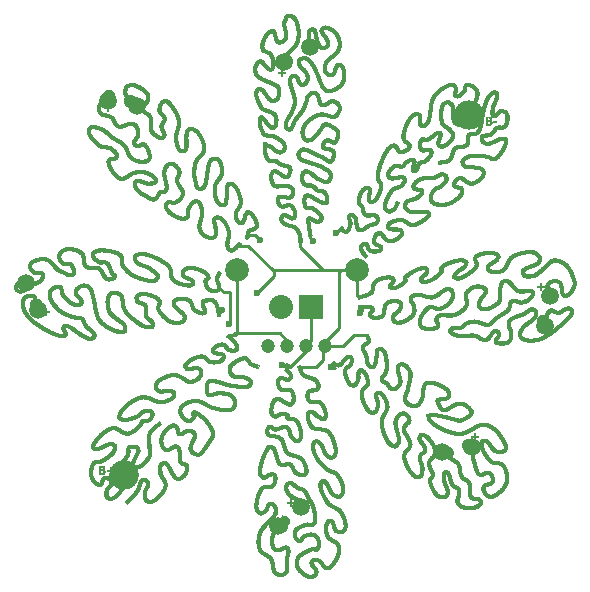
<source format=gtl>
G04 #@! TF.FileFunction,Copper,L1,Top,Signal*
%FSLAX46Y46*%
G04 Gerber Fmt 4.6, Leading zero omitted, Abs format (unit mm)*
G04 Created by KiCad (PCBNEW (2015-11-24 BZR 6329)-product) date Wed 06 Apr 2016 07:53:13 PM EDT*
%MOMM*%
G01*
G04 APERTURE LIST*
%ADD10C,0.100000*%
%ADD11C,0.002540*%
%ADD12O,2.500000X2.500000*%
%ADD13C,1.500000*%
%ADD14C,1.998980*%
%ADD15R,2.032000X2.032000*%
%ADD16O,2.032000X2.032000*%
%ADD17C,1.200000*%
%ADD18C,0.600000*%
%ADD19C,0.250000*%
G04 APERTURE END LIST*
D10*
D11*
G36*
X177113760Y-55669253D02*
X177087419Y-55669256D01*
X177061121Y-55670521D01*
X177034931Y-55673081D01*
X177008921Y-55676975D01*
X176983157Y-55682235D01*
X176957709Y-55688900D01*
X176932646Y-55697004D01*
X176908036Y-55706583D01*
X176883947Y-55717673D01*
X176860448Y-55730309D01*
X176837608Y-55744528D01*
X176815496Y-55760365D01*
X176794178Y-55777855D01*
X176773726Y-55797036D01*
X176754618Y-55816750D01*
X176736396Y-55836793D01*
X176719165Y-55857168D01*
X176703032Y-55877881D01*
X176688102Y-55898936D01*
X176674481Y-55920336D01*
X176662277Y-55942088D01*
X176651596Y-55964195D01*
X176642542Y-55986661D01*
X176635224Y-56009490D01*
X176629745Y-56032689D01*
X176626214Y-56056261D01*
X176624554Y-56084556D01*
X176625467Y-56112393D01*
X176628700Y-56139728D01*
X176633998Y-56166522D01*
X176641111Y-56192733D01*
X176649784Y-56218320D01*
X176659764Y-56243241D01*
X176670800Y-56267457D01*
X176682637Y-56290923D01*
X176695025Y-56313602D01*
X176707917Y-56335731D01*
X176721415Y-56357612D01*
X176735478Y-56379287D01*
X176750067Y-56400803D01*
X176765144Y-56422204D01*
X176780671Y-56443536D01*
X176796606Y-56464842D01*
X176812914Y-56486169D01*
X176829554Y-56507561D01*
X176846489Y-56529063D01*
X176863676Y-56550722D01*
X176881081Y-56572580D01*
X176898662Y-56594684D01*
X176916382Y-56617077D01*
X176934201Y-56639806D01*
X176952082Y-56662916D01*
X176969983Y-56686451D01*
X176987868Y-56710456D01*
X177005696Y-56734976D01*
X177023430Y-56760057D01*
X177042342Y-56787864D01*
X177060358Y-56815673D01*
X177077448Y-56843408D01*
X177093581Y-56870993D01*
X177108727Y-56898355D01*
X177122857Y-56925417D01*
X177135938Y-56952105D01*
X177147942Y-56978343D01*
X177158837Y-57004057D01*
X177168593Y-57029172D01*
X177177180Y-57053612D01*
X177184568Y-57077301D01*
X177190725Y-57100166D01*
X177195622Y-57122132D01*
X177199229Y-57143123D01*
X177201514Y-57163062D01*
X177202447Y-57181878D01*
X177202000Y-57199493D01*
X177198117Y-57227944D01*
X177190540Y-57252824D01*
X177179180Y-57275178D01*
X177163954Y-57296048D01*
X177144774Y-57316479D01*
X177131937Y-57327967D01*
X177116876Y-57339493D01*
X177099451Y-57350919D01*
X177079525Y-57362112D01*
X177056961Y-57372935D01*
X177031621Y-57383252D01*
X177003368Y-57392929D01*
X176972065Y-57401830D01*
X176937572Y-57409818D01*
X176913431Y-57413402D01*
X176890985Y-57413708D01*
X176869808Y-57410686D01*
X176849472Y-57404289D01*
X176829548Y-57394467D01*
X176809607Y-57381173D01*
X176789224Y-57364356D01*
X176767968Y-57343970D01*
X176745412Y-57319965D01*
X176731404Y-57303758D01*
X176717419Y-57286179D01*
X176703484Y-57267293D01*
X176689629Y-57247174D01*
X176675885Y-57225886D01*
X176662280Y-57203499D01*
X176648843Y-57180082D01*
X176635604Y-57155703D01*
X176622592Y-57130430D01*
X176609837Y-57104333D01*
X176597366Y-57077480D01*
X176585211Y-57049939D01*
X176573400Y-57021778D01*
X176561962Y-56993068D01*
X176550928Y-56963875D01*
X176539926Y-56933240D01*
X176529313Y-56902235D01*
X176519084Y-56870936D01*
X176509235Y-56839411D01*
X176499765Y-56807737D01*
X176490671Y-56775984D01*
X176481947Y-56744226D01*
X176473593Y-56712536D01*
X176465604Y-56680986D01*
X176457978Y-56649648D01*
X176450711Y-56618598D01*
X176443800Y-56587906D01*
X176437243Y-56557646D01*
X176431035Y-56527889D01*
X176425174Y-56498710D01*
X176419656Y-56470181D01*
X176414479Y-56442374D01*
X176409640Y-56415363D01*
X176405135Y-56389221D01*
X176400961Y-56364019D01*
X176397113Y-56339832D01*
X176393593Y-56316730D01*
X176390393Y-56294789D01*
X176387511Y-56274079D01*
X176384946Y-56254675D01*
X176382692Y-56236648D01*
X176380748Y-56220071D01*
X176379110Y-56205019D01*
X176377775Y-56191562D01*
X176374140Y-56163353D01*
X176368666Y-56136004D01*
X176361441Y-56109553D01*
X176352557Y-56084043D01*
X176342105Y-56059511D01*
X176330173Y-56036000D01*
X176316853Y-56013550D01*
X176302235Y-55992200D01*
X176286409Y-55971993D01*
X176269466Y-55952966D01*
X176251497Y-55935161D01*
X176232592Y-55918618D01*
X176212841Y-55903378D01*
X176192334Y-55889481D01*
X176171161Y-55876967D01*
X176149414Y-55865876D01*
X176127183Y-55856250D01*
X176104558Y-55848128D01*
X176081630Y-55841551D01*
X176058488Y-55836558D01*
X176033894Y-55832899D01*
X176009049Y-55830738D01*
X175984044Y-55830074D01*
X175958969Y-55830907D01*
X175933916Y-55833238D01*
X175908972Y-55837067D01*
X175884229Y-55842394D01*
X175859777Y-55849221D01*
X175835705Y-55857547D01*
X175812105Y-55867371D01*
X175789065Y-55878694D01*
X175766677Y-55891518D01*
X175745030Y-55905842D01*
X175724216Y-55921666D01*
X175704321Y-55938990D01*
X175685440Y-55957816D01*
X175667659Y-55978142D01*
X175651071Y-55999970D01*
X175635766Y-56023300D01*
X175620868Y-56049216D01*
X175607370Y-56075540D01*
X175595212Y-56102232D01*
X175584337Y-56129248D01*
X175574684Y-56156548D01*
X175566194Y-56184089D01*
X175558807Y-56211829D01*
X175552466Y-56239727D01*
X175547110Y-56267741D01*
X175542681Y-56295827D01*
X175539118Y-56323946D01*
X175536364Y-56352056D01*
X175534358Y-56380113D01*
X175533042Y-56408078D01*
X175532356Y-56435906D01*
X175532241Y-56463558D01*
X175532637Y-56490989D01*
X175533488Y-56518161D01*
X175534730Y-56545029D01*
X175536308Y-56571552D01*
X175538160Y-56597689D01*
X175540228Y-56623398D01*
X175542453Y-56648636D01*
X175544775Y-56673362D01*
X175547135Y-56697535D01*
X175549474Y-56721111D01*
X175551734Y-56744049D01*
X175553854Y-56766309D01*
X175555774Y-56787847D01*
X175557437Y-56808621D01*
X175558784Y-56828590D01*
X175559753Y-56847713D01*
X175560653Y-56872310D01*
X175561351Y-56897668D01*
X175561815Y-56923656D01*
X175562009Y-56950141D01*
X175561901Y-56976990D01*
X175561456Y-57004069D01*
X175560641Y-57031248D01*
X175559422Y-57058393D01*
X175557765Y-57085373D01*
X175555637Y-57112054D01*
X175553003Y-57138303D01*
X175549830Y-57163990D01*
X175546084Y-57188981D01*
X175538888Y-57227200D01*
X175530373Y-57261850D01*
X175520771Y-57292835D01*
X175510318Y-57320058D01*
X175499243Y-57343421D01*
X175487782Y-57362829D01*
X175476165Y-57378183D01*
X175464629Y-57389389D01*
X175624598Y-57604332D01*
X175646093Y-57585979D01*
X175665967Y-57566556D01*
X175684286Y-57546144D01*
X175701121Y-57524826D01*
X175716540Y-57502686D01*
X175730615Y-57479803D01*
X175743414Y-57456262D01*
X175755008Y-57432142D01*
X175765465Y-57407527D01*
X175774854Y-57382500D01*
X175783248Y-57357141D01*
X175790712Y-57331534D01*
X175797320Y-57305760D01*
X175803138Y-57279901D01*
X175808239Y-57254040D01*
X175812689Y-57228259D01*
X175817031Y-57198829D01*
X175820623Y-57169359D01*
X175823522Y-57139916D01*
X175825784Y-57110566D01*
X175827467Y-57081379D01*
X175828627Y-57052420D01*
X175829321Y-57023758D01*
X175829606Y-56995458D01*
X175829540Y-56967591D01*
X175829179Y-56940221D01*
X175828579Y-56913416D01*
X175827799Y-56887245D01*
X175826894Y-56861773D01*
X175825923Y-56837069D01*
X175824640Y-56808342D01*
X175823147Y-56779089D01*
X175821499Y-56749397D01*
X175819756Y-56719355D01*
X175817973Y-56689048D01*
X175816207Y-56658566D01*
X175814514Y-56627997D01*
X175812953Y-56597427D01*
X175811580Y-56566945D01*
X175810451Y-56536639D01*
X175809625Y-56506596D01*
X175809158Y-56476903D01*
X175809106Y-56447650D01*
X175809527Y-56418923D01*
X175810478Y-56390811D01*
X175812015Y-56363401D01*
X175814195Y-56336779D01*
X175817077Y-56311036D01*
X175820716Y-56286260D01*
X175825168Y-56262535D01*
X175830492Y-56239952D01*
X175836745Y-56218596D01*
X175843982Y-56198558D01*
X175852262Y-56179924D01*
X175861641Y-56162782D01*
X175877121Y-56142360D01*
X175895651Y-56126185D01*
X175916569Y-56114091D01*
X175939213Y-56105914D01*
X175962923Y-56101489D01*
X175987036Y-56100651D01*
X176010892Y-56103236D01*
X176033350Y-56108490D01*
X176053540Y-56116259D01*
X176071215Y-56127286D01*
X176086124Y-56142313D01*
X176098015Y-56162086D01*
X176106641Y-56187348D01*
X176111750Y-56218843D01*
X176113237Y-56234005D01*
X176114984Y-56250420D01*
X176116996Y-56268042D01*
X176119278Y-56286822D01*
X176121836Y-56306714D01*
X176124675Y-56327667D01*
X176127799Y-56349636D01*
X176131214Y-56372573D01*
X176134925Y-56396430D01*
X176138939Y-56421160D01*
X176143259Y-56446714D01*
X176147891Y-56473045D01*
X176152841Y-56500105D01*
X176158112Y-56527848D01*
X176163711Y-56556224D01*
X176169644Y-56585186D01*
X176175913Y-56614688D01*
X176182527Y-56644679D01*
X176189490Y-56675114D01*
X176196806Y-56705946D01*
X176204481Y-56737125D01*
X176212520Y-56768605D01*
X176220929Y-56800337D01*
X176229712Y-56832274D01*
X176238876Y-56864369D01*
X176248424Y-56896573D01*
X176258362Y-56928839D01*
X176268697Y-56961120D01*
X176279432Y-56993368D01*
X176290573Y-57025534D01*
X176302125Y-57057571D01*
X176311847Y-57083609D01*
X176321834Y-57109562D01*
X176332103Y-57135393D01*
X176342670Y-57161071D01*
X176353550Y-57186560D01*
X176364757Y-57211827D01*
X176376307Y-57236839D01*
X176388217Y-57261561D01*
X176400502Y-57285961D01*
X176413176Y-57310003D01*
X176426255Y-57333655D01*
X176439755Y-57356882D01*
X176453691Y-57379652D01*
X176468079Y-57401928D01*
X176482934Y-57423679D01*
X176498270Y-57444870D01*
X176514106Y-57465469D01*
X176530454Y-57485439D01*
X176547330Y-57504749D01*
X176564885Y-57523364D01*
X176583238Y-57541226D01*
X176602361Y-57558272D01*
X176622226Y-57574437D01*
X176642802Y-57589657D01*
X176664064Y-57603866D01*
X176685982Y-57617002D01*
X176708525Y-57628997D01*
X176731668Y-57639790D01*
X176755381Y-57649313D01*
X176779636Y-57657504D01*
X176804404Y-57664297D01*
X176829655Y-57669629D01*
X176855363Y-57673434D01*
X176881499Y-57675648D01*
X176908033Y-57676206D01*
X176934937Y-57675044D01*
X176962183Y-57672097D01*
X176989742Y-57667302D01*
X177019850Y-57660632D01*
X177049103Y-57653272D01*
X177077491Y-57645211D01*
X177105002Y-57636433D01*
X177131626Y-57626925D01*
X177157351Y-57616674D01*
X177182167Y-57605665D01*
X177206063Y-57593885D01*
X177229026Y-57581320D01*
X177251047Y-57567958D01*
X177272115Y-57553781D01*
X177292219Y-57538780D01*
X177311347Y-57522939D01*
X177329489Y-57506244D01*
X177349382Y-57485711D01*
X177367872Y-57464140D01*
X177384926Y-57441634D01*
X177400511Y-57418294D01*
X177414594Y-57394222D01*
X177427143Y-57369520D01*
X177438125Y-57344291D01*
X177447508Y-57318637D01*
X177455257Y-57292659D01*
X177461343Y-57266461D01*
X177465730Y-57240144D01*
X177468387Y-57213809D01*
X177469569Y-57187543D01*
X177469580Y-57161362D01*
X177468456Y-57135268D01*
X177466232Y-57109259D01*
X177462947Y-57083339D01*
X177458636Y-57057507D01*
X177453333Y-57031762D01*
X177447077Y-57006108D01*
X177439903Y-56980543D01*
X177431847Y-56955070D01*
X177422946Y-56929687D01*
X177413235Y-56904397D01*
X177402751Y-56879200D01*
X177391531Y-56854094D01*
X177379610Y-56829085D01*
X177367024Y-56804169D01*
X177353811Y-56779349D01*
X177340005Y-56754624D01*
X177325643Y-56729997D01*
X177310762Y-56705467D01*
X177295397Y-56681035D01*
X177279585Y-56656702D01*
X177263361Y-56632468D01*
X177246764Y-56608333D01*
X177226890Y-56580140D01*
X177207052Y-56552622D01*
X177187311Y-56525784D01*
X177167730Y-56499632D01*
X177148370Y-56474171D01*
X177129294Y-56449405D01*
X177110565Y-56425340D01*
X177092243Y-56401979D01*
X177074392Y-56379329D01*
X177057072Y-56357393D01*
X177040347Y-56336178D01*
X177024279Y-56315688D01*
X177008929Y-56295927D01*
X176994361Y-56276900D01*
X176980635Y-56258614D01*
X176967814Y-56241072D01*
X176955961Y-56224280D01*
X176945138Y-56208240D01*
X176935405Y-56192962D01*
X176926826Y-56178446D01*
X176909953Y-56147379D01*
X176898944Y-56123325D01*
X176893355Y-56104025D01*
X176892747Y-56087219D01*
X176895702Y-56072410D01*
X176902422Y-56054085D01*
X176914227Y-56032290D01*
X176932434Y-56007073D01*
X176958362Y-55978476D01*
X176976666Y-55962975D01*
X176996856Y-55951356D01*
X177019499Y-55943213D01*
X177045155Y-55938139D01*
X177074389Y-55935726D01*
X177107763Y-55935568D01*
X177129679Y-55936672D01*
X177152627Y-55938775D01*
X177176549Y-55941949D01*
X177201383Y-55946259D01*
X177227074Y-55951777D01*
X177253558Y-55958571D01*
X177280779Y-55966709D01*
X177308676Y-55976261D01*
X177337192Y-55987295D01*
X177366265Y-55999879D01*
X177389813Y-56010984D01*
X177413498Y-56022864D01*
X177437279Y-56035480D01*
X177461115Y-56048793D01*
X177484967Y-56062762D01*
X177508792Y-56077350D01*
X177532550Y-56092516D01*
X177556202Y-56108221D01*
X177579706Y-56124426D01*
X177603021Y-56141092D01*
X177626106Y-56158178D01*
X177648922Y-56175647D01*
X177671427Y-56193457D01*
X177693580Y-56211570D01*
X177715343Y-56229947D01*
X177736672Y-56248549D01*
X177757527Y-56267334D01*
X177777869Y-56286266D01*
X177797656Y-56305304D01*
X177816848Y-56324409D01*
X177835403Y-56343541D01*
X177853283Y-56362660D01*
X177870444Y-56381729D01*
X177886847Y-56400708D01*
X177902452Y-56419555D01*
X177917973Y-56439209D01*
X177933070Y-56459287D01*
X177947738Y-56479775D01*
X177961971Y-56500665D01*
X177975769Y-56521942D01*
X177989124Y-56543596D01*
X178002035Y-56565612D01*
X178014494Y-56587981D01*
X178026500Y-56610689D01*
X178038047Y-56633725D01*
X178049134Y-56657076D01*
X178059751Y-56680732D01*
X178069900Y-56704678D01*
X178079574Y-56728903D01*
X178088768Y-56753396D01*
X178097478Y-56778144D01*
X178105701Y-56803135D01*
X178113434Y-56828358D01*
X178120669Y-56853800D01*
X178127405Y-56879449D01*
X178133638Y-56905291D01*
X178139361Y-56931318D01*
X178144572Y-56957515D01*
X178149267Y-56983871D01*
X178153441Y-57010374D01*
X178157089Y-57037012D01*
X178160209Y-57063772D01*
X178162796Y-57090642D01*
X178164845Y-57117610D01*
X178166352Y-57144666D01*
X178167313Y-57171796D01*
X178167724Y-57198987D01*
X178167581Y-57226229D01*
X178166880Y-57253510D01*
X178165616Y-57280816D01*
X178163786Y-57308137D01*
X178161384Y-57335459D01*
X178158407Y-57362771D01*
X178154851Y-57390061D01*
X178150713Y-57417317D01*
X178145985Y-57444527D01*
X178140667Y-57471679D01*
X178134753Y-57498759D01*
X178128238Y-57525758D01*
X178121119Y-57552662D01*
X178113391Y-57579460D01*
X178105052Y-57606139D01*
X178096094Y-57632687D01*
X178088432Y-57652908D01*
X178079632Y-57673111D01*
X178069733Y-57693291D01*
X178058772Y-57713451D01*
X178046787Y-57733587D01*
X178033817Y-57753701D01*
X178019900Y-57773791D01*
X178005074Y-57793856D01*
X177989378Y-57813896D01*
X177972849Y-57833911D01*
X177955527Y-57853899D01*
X177937449Y-57873859D01*
X177918653Y-57893792D01*
X177899177Y-57913696D01*
X177879060Y-57933570D01*
X177858340Y-57953415D01*
X177837054Y-57973229D01*
X177815243Y-57993011D01*
X177792942Y-58012762D01*
X177770192Y-58032480D01*
X177747029Y-58052164D01*
X177723493Y-58071814D01*
X177699620Y-58091429D01*
X177675451Y-58111009D01*
X177651022Y-58130552D01*
X177626372Y-58150058D01*
X177601539Y-58169527D01*
X177579062Y-58187001D01*
X177556497Y-58204426D01*
X177533879Y-58221823D01*
X177511245Y-58239213D01*
X177488628Y-58256616D01*
X177466064Y-58274054D01*
X177443589Y-58291547D01*
X177421238Y-58309116D01*
X177399048Y-58326782D01*
X177377051Y-58344565D01*
X177355286Y-58362486D01*
X177333786Y-58380568D01*
X177312586Y-58398828D01*
X177291723Y-58417290D01*
X177271233Y-58435973D01*
X177251149Y-58454898D01*
X177231508Y-58474087D01*
X177212344Y-58493560D01*
X177193694Y-58513336D01*
X177175593Y-58533439D01*
X177158075Y-58553888D01*
X177141177Y-58574704D01*
X177124935Y-58595908D01*
X177109382Y-58617521D01*
X177094555Y-58639563D01*
X177080488Y-58662056D01*
X177067217Y-58685018D01*
X177054779Y-58708474D01*
X177043207Y-58732442D01*
X177032539Y-58756944D01*
X177020071Y-58787907D01*
X177008287Y-58818618D01*
X176997183Y-58849072D01*
X176986763Y-58879265D01*
X176977027Y-58909192D01*
X176967974Y-58938850D01*
X176959608Y-58968234D01*
X176951926Y-58997339D01*
X176944932Y-59026162D01*
X176938623Y-59054700D01*
X176933004Y-59082945D01*
X176928072Y-59110896D01*
X176923830Y-59138547D01*
X176920278Y-59165895D01*
X176917417Y-59192935D01*
X176915246Y-59219663D01*
X176913768Y-59246075D01*
X176912983Y-59272166D01*
X176912891Y-59297932D01*
X176913493Y-59323370D01*
X176914790Y-59348475D01*
X176916783Y-59373242D01*
X176919472Y-59397668D01*
X176922858Y-59421747D01*
X176926941Y-59445477D01*
X176931723Y-59468853D01*
X176937203Y-59491870D01*
X176943384Y-59514524D01*
X176950265Y-59536810D01*
X176957847Y-59558726D01*
X176966131Y-59580267D01*
X176975118Y-59601427D01*
X176984807Y-59622203D01*
X176995201Y-59642591D01*
X177006300Y-59662587D01*
X177018103Y-59682187D01*
X177030613Y-59701385D01*
X177043829Y-59720179D01*
X177057753Y-59738563D01*
X177075043Y-59759956D01*
X177092721Y-59780560D01*
X177110810Y-59800338D01*
X177129330Y-59819257D01*
X177148301Y-59837280D01*
X177167745Y-59854372D01*
X177187685Y-59870498D01*
X177208141Y-59885623D01*
X177229132Y-59899713D01*
X177250684Y-59912730D01*
X177272814Y-59924641D01*
X177295544Y-59935411D01*
X177318898Y-59945003D01*
X177342894Y-59953384D01*
X177367554Y-59960517D01*
X177392667Y-59966359D01*
X177418006Y-59970906D01*
X177443567Y-59974183D01*
X177469347Y-59976215D01*
X177495345Y-59977029D01*
X177521556Y-59976650D01*
X177547978Y-59975102D01*
X177574610Y-59972413D01*
X177601447Y-59968606D01*
X177628485Y-59963709D01*
X177655725Y-59957747D01*
X177683161Y-59950744D01*
X177710792Y-59942727D01*
X177738615Y-59933722D01*
X177766626Y-59923753D01*
X177794671Y-59911770D01*
X177820133Y-59897782D01*
X177843189Y-59881971D01*
X177864017Y-59864521D01*
X177882798Y-59845615D01*
X177899708Y-59825437D01*
X177914926Y-59804169D01*
X177928631Y-59781996D01*
X177941000Y-59759098D01*
X177952214Y-59735661D01*
X177962450Y-59711868D01*
X177971885Y-59687901D01*
X177980701Y-59663944D01*
X177989857Y-59637858D01*
X177998783Y-59611421D01*
X178007489Y-59584721D01*
X178015986Y-59557844D01*
X178024285Y-59530878D01*
X178032398Y-59503909D01*
X178040336Y-59477024D01*
X178048109Y-59450311D01*
X178055729Y-59423855D01*
X178063208Y-59397746D01*
X178070555Y-59372069D01*
X178077783Y-59346911D01*
X178087393Y-59314471D01*
X178097095Y-59283610D01*
X178106886Y-59254542D01*
X178116764Y-59227483D01*
X178126729Y-59202646D01*
X178136778Y-59180244D01*
X178146909Y-59160491D01*
X178157121Y-59143602D01*
X178167412Y-59129789D01*
X178183889Y-59110428D01*
X178198842Y-59096693D01*
X178216342Y-59089216D01*
X178240465Y-59088629D01*
X178275284Y-59095565D01*
X178292766Y-59101477D01*
X178310544Y-59110122D01*
X178328520Y-59121493D01*
X178346595Y-59135588D01*
X178364670Y-59152402D01*
X178382646Y-59171929D01*
X178400427Y-59194164D01*
X178417912Y-59219106D01*
X178435003Y-59246747D01*
X178451603Y-59277084D01*
X178461557Y-59297408D01*
X178471026Y-59318738D01*
X178480013Y-59341020D01*
X178488522Y-59364198D01*
X178496559Y-59388219D01*
X178504128Y-59413025D01*
X178511233Y-59438563D01*
X178517879Y-59464777D01*
X178524071Y-59491612D01*
X178529813Y-59519013D01*
X178535110Y-59546924D01*
X178539966Y-59575291D01*
X178544385Y-59604059D01*
X178548374Y-59633172D01*
X178551935Y-59662576D01*
X178555074Y-59692215D01*
X178557645Y-59721148D01*
X178559677Y-59750248D01*
X178561174Y-59779478D01*
X178562139Y-59808801D01*
X178562573Y-59838181D01*
X178562481Y-59867581D01*
X178561865Y-59896963D01*
X178560727Y-59926291D01*
X178559071Y-59955529D01*
X178556899Y-59984639D01*
X178554215Y-60013585D01*
X178551019Y-60042329D01*
X178547317Y-60070835D01*
X178543110Y-60099066D01*
X178538402Y-60126985D01*
X178533194Y-60154555D01*
X178527490Y-60181740D01*
X178521293Y-60208502D01*
X178514606Y-60234806D01*
X178507431Y-60260613D01*
X178499770Y-60285888D01*
X178491628Y-60310593D01*
X178483006Y-60334691D01*
X178473908Y-60358147D01*
X178464337Y-60380921D01*
X178454294Y-60402979D01*
X178443783Y-60424283D01*
X178432807Y-60444796D01*
X178421368Y-60464482D01*
X178409470Y-60483304D01*
X178397115Y-60501224D01*
X178384306Y-60518206D01*
X178371045Y-60534213D01*
X178355567Y-60551643D01*
X178339363Y-60569173D01*
X178322461Y-60586775D01*
X178304888Y-60604425D01*
X178286671Y-60622093D01*
X178267838Y-60639756D01*
X178248416Y-60657385D01*
X178228433Y-60674954D01*
X178207915Y-60692435D01*
X178186891Y-60709805D01*
X178165388Y-60727034D01*
X178143433Y-60744096D01*
X178121053Y-60760966D01*
X178098276Y-60777616D01*
X178075129Y-60794020D01*
X178051640Y-60810152D01*
X178027836Y-60825983D01*
X178003744Y-60841489D01*
X177979392Y-60856642D01*
X177954807Y-60871416D01*
X177930016Y-60885783D01*
X177905047Y-60899718D01*
X177879927Y-60913195D01*
X177854685Y-60926186D01*
X177829346Y-60938663D01*
X177803938Y-60950604D01*
X177778489Y-60961977D01*
X177753026Y-60972759D01*
X177727577Y-60982922D01*
X177702169Y-60992439D01*
X177676828Y-61001285D01*
X177651585Y-61009432D01*
X177626462Y-61016854D01*
X177601492Y-61023525D01*
X177573409Y-61030230D01*
X177545588Y-61036077D01*
X177518053Y-61041032D01*
X177490828Y-61045060D01*
X177463938Y-61048127D01*
X177437406Y-61050201D01*
X177411255Y-61051247D01*
X177385511Y-61051232D01*
X177360197Y-61050122D01*
X177335338Y-61047884D01*
X177310957Y-61044483D01*
X177287078Y-61039886D01*
X177263726Y-61034061D01*
X177240923Y-61026972D01*
X177218695Y-61018586D01*
X177198302Y-61009565D01*
X177178249Y-60999432D01*
X177158535Y-60988122D01*
X177139159Y-60975573D01*
X177120122Y-60961719D01*
X177101423Y-60946497D01*
X177083063Y-60929843D01*
X177065042Y-60911691D01*
X177047360Y-60891979D01*
X177030016Y-60870641D01*
X177013009Y-60847614D01*
X176996342Y-60822834D01*
X176980012Y-60796237D01*
X176964021Y-60767757D01*
X176948368Y-60737332D01*
X176933054Y-60704897D01*
X176923825Y-60684369D01*
X176914562Y-60663493D01*
X176905264Y-60642279D01*
X176895931Y-60620736D01*
X176886561Y-60598872D01*
X176877153Y-60576698D01*
X176867706Y-60554222D01*
X176858220Y-60531451D01*
X176848694Y-60508399D01*
X176839125Y-60485071D01*
X176829514Y-60461478D01*
X176819860Y-60437629D01*
X176810162Y-60413532D01*
X176800419Y-60389197D01*
X176790629Y-60364634D01*
X176780792Y-60339850D01*
X176770908Y-60314855D01*
X176760973Y-60289659D01*
X176750990Y-60264270D01*
X176740955Y-60238697D01*
X176730869Y-60212950D01*
X176720730Y-60187037D01*
X176710538Y-60160969D01*
X176700289Y-60134754D01*
X176689987Y-60108399D01*
X176679628Y-60081917D01*
X176669211Y-60055315D01*
X176658735Y-60028601D01*
X176648201Y-60001787D01*
X176637607Y-59974879D01*
X176626951Y-59947889D01*
X176616232Y-59920825D01*
X176605451Y-59893695D01*
X176594607Y-59866509D01*
X176583696Y-59839276D01*
X176572721Y-59812004D01*
X176561678Y-59784706D01*
X176550568Y-59757387D01*
X176539389Y-59730056D01*
X176528140Y-59702725D01*
X176516821Y-59675402D01*
X176505430Y-59648095D01*
X176493968Y-59620815D01*
X176482430Y-59593569D01*
X176470821Y-59566368D01*
X176459134Y-59539219D01*
X176447372Y-59512134D01*
X176435532Y-59485119D01*
X176423616Y-59458185D01*
X176411619Y-59431341D01*
X176399543Y-59404595D01*
X176387385Y-59377957D01*
X176375146Y-59351437D01*
X176362826Y-59325043D01*
X176350420Y-59298783D01*
X176337930Y-59272668D01*
X176325355Y-59246706D01*
X176312692Y-59220906D01*
X176299462Y-59194370D01*
X176286089Y-59168031D01*
X176272576Y-59141897D01*
X176258922Y-59115975D01*
X176245128Y-59090273D01*
X176231196Y-59064796D01*
X176217126Y-59039552D01*
X176202918Y-59014548D01*
X176188572Y-58989791D01*
X176174092Y-58965288D01*
X176159476Y-58941046D01*
X176144726Y-58917070D01*
X176129842Y-58893370D01*
X176114824Y-58869951D01*
X176099674Y-58846822D01*
X176084393Y-58823987D01*
X176068981Y-58801456D01*
X176053439Y-58779234D01*
X176037768Y-58757328D01*
X176021967Y-58735746D01*
X176006039Y-58714494D01*
X175989984Y-58693579D01*
X175973803Y-58673009D01*
X175957496Y-58652790D01*
X175941063Y-58632930D01*
X175924506Y-58613435D01*
X175907826Y-58594311D01*
X175891023Y-58575568D01*
X175871983Y-58555020D01*
X175852637Y-58534949D01*
X175832986Y-58515385D01*
X175813028Y-58496358D01*
X175792763Y-58477897D01*
X175772192Y-58460031D01*
X175751313Y-58442788D01*
X175730127Y-58426201D01*
X175708632Y-58410297D01*
X175686829Y-58395104D01*
X175664718Y-58380654D01*
X175642298Y-58366975D01*
X175619568Y-58354096D01*
X175596529Y-58342046D01*
X175573180Y-58330857D01*
X175549521Y-58320556D01*
X175525551Y-58311173D01*
X175501271Y-58302736D01*
X175476679Y-58295275D01*
X175451775Y-58288821D01*
X175426560Y-58283402D01*
X175401033Y-58279048D01*
X175375193Y-58275787D01*
X175349040Y-58273649D01*
X175322574Y-58272664D01*
X175290840Y-58272635D01*
X175259942Y-58273505D01*
X175229876Y-58275264D01*
X175200636Y-58277902D01*
X175172215Y-58281409D01*
X175144605Y-58285773D01*
X175117802Y-58290986D01*
X175091799Y-58297036D01*
X175066590Y-58303915D01*
X175042168Y-58311611D01*
X175018527Y-58320114D01*
X174995661Y-58329415D01*
X174973563Y-58339503D01*
X174952228Y-58350366D01*
X174931648Y-58361997D01*
X174911818Y-58374385D01*
X174892732Y-58387518D01*
X174874383Y-58401387D01*
X174852140Y-58420221D01*
X174831636Y-58440065D01*
X174812844Y-58460838D01*
X174795733Y-58482457D01*
X174780275Y-58504843D01*
X174766442Y-58527912D01*
X174754205Y-58551585D01*
X174743534Y-58575778D01*
X174734402Y-58600412D01*
X174726780Y-58625403D01*
X174720638Y-58650672D01*
X174715948Y-58676134D01*
X174712682Y-58701712D01*
X174710811Y-58727321D01*
X174710138Y-58754835D01*
X174710646Y-58782223D01*
X174712305Y-58809454D01*
X174715087Y-58836499D01*
X174718958Y-58863327D01*
X174723890Y-58889910D01*
X174729854Y-58916216D01*
X174736818Y-58942217D01*
X174744752Y-58967882D01*
X174753627Y-58993182D01*
X174763412Y-59018086D01*
X174774077Y-59042565D01*
X174785592Y-59066590D01*
X174797927Y-59090129D01*
X174811051Y-59113152D01*
X174824936Y-59135632D01*
X174839549Y-59157537D01*
X174854862Y-59178837D01*
X174870844Y-59199504D01*
X174887464Y-59219505D01*
X174904695Y-59238813D01*
X174922502Y-59257397D01*
X174940860Y-59275228D01*
X174959735Y-59292273D01*
X174979100Y-59308507D01*
X174998922Y-59323897D01*
X175020551Y-59340431D01*
X175042081Y-59357668D01*
X175063476Y-59375574D01*
X175084699Y-59394118D01*
X175105715Y-59413265D01*
X175126485Y-59432984D01*
X175146977Y-59453239D01*
X175167152Y-59473998D01*
X175186975Y-59495230D01*
X175206409Y-59516900D01*
X175225418Y-59538975D01*
X175243967Y-59561423D01*
X175262018Y-59584212D01*
X175279536Y-59607306D01*
X175296485Y-59630673D01*
X175312829Y-59654280D01*
X175328531Y-59678096D01*
X175343554Y-59702085D01*
X175357864Y-59726216D01*
X175371424Y-59750455D01*
X175384198Y-59774769D01*
X175396149Y-59799125D01*
X175407241Y-59823492D01*
X175417439Y-59847833D01*
X175426706Y-59872119D01*
X175435005Y-59896314D01*
X175442302Y-59920387D01*
X175448559Y-59944304D01*
X175453740Y-59968031D01*
X175457810Y-59991537D01*
X175460732Y-60014788D01*
X175462470Y-60037751D01*
X175462987Y-60060393D01*
X175462103Y-60088390D01*
X175459896Y-60116243D01*
X175456419Y-60143851D01*
X175451726Y-60171113D01*
X175445870Y-60197928D01*
X175438903Y-60224195D01*
X175430877Y-60249815D01*
X175421846Y-60274684D01*
X175411861Y-60298704D01*
X175400976Y-60321773D01*
X175389243Y-60343791D01*
X175376714Y-60364657D01*
X175363443Y-60384269D01*
X175349483Y-60402529D01*
X175329258Y-60425883D01*
X175308547Y-60446786D01*
X175287287Y-60465197D01*
X175265410Y-60481077D01*
X175242851Y-60494389D01*
X175219546Y-60505092D01*
X175195427Y-60513148D01*
X175170430Y-60518519D01*
X175144489Y-60521163D01*
X175117538Y-60521043D01*
X175099674Y-60518044D01*
X175082195Y-60510132D01*
X175063557Y-60495359D01*
X175042219Y-60471775D01*
X175030597Y-60455968D01*
X175018938Y-60437412D01*
X175007257Y-60416487D01*
X174995573Y-60393567D01*
X174983899Y-60369034D01*
X174972252Y-60343265D01*
X174960649Y-60316640D01*
X174949104Y-60289534D01*
X174938934Y-60265191D01*
X174928852Y-60240587D01*
X174918799Y-60215776D01*
X174908711Y-60190816D01*
X174898529Y-60165760D01*
X174888191Y-60140664D01*
X174877634Y-60115584D01*
X174866797Y-60090575D01*
X174855620Y-60065693D01*
X174845354Y-60043510D01*
X174834811Y-60021655D01*
X174823691Y-60000202D01*
X174811686Y-59979220D01*
X174798496Y-59958784D01*
X174783816Y-59938965D01*
X174767342Y-59919836D01*
X174748769Y-59901471D01*
X174727797Y-59883940D01*
X174704118Y-59867318D01*
X174677979Y-59850517D01*
X174653129Y-59834742D01*
X174629231Y-59820087D01*
X174605944Y-59806647D01*
X174582932Y-59794520D01*
X174559855Y-59783800D01*
X174536375Y-59774583D01*
X174512155Y-59766966D01*
X174486854Y-59761044D01*
X174458119Y-59757068D01*
X174430282Y-59756232D01*
X174403288Y-59758162D01*
X174377085Y-59762482D01*
X174351623Y-59768814D01*
X174326845Y-59776786D01*
X174302703Y-59786019D01*
X174279141Y-59796138D01*
X174261304Y-59803526D01*
X174240359Y-59811370D01*
X174212800Y-59821674D01*
X174195492Y-59828717D01*
X174176203Y-59837767D01*
X174155816Y-59849000D01*
X174135223Y-59862593D01*
X174115311Y-59878725D01*
X174096967Y-59897573D01*
X174083698Y-59914102D01*
X174071448Y-59931352D01*
X174060135Y-59949457D01*
X174049674Y-59968547D01*
X174039985Y-59988755D01*
X174030983Y-60010215D01*
X174022585Y-60033058D01*
X174014708Y-60057415D01*
X174007270Y-60083420D01*
X174000186Y-60111205D01*
X173993375Y-60140903D01*
X173986753Y-60172645D01*
X173980236Y-60206563D01*
X173973742Y-60242790D01*
X173967189Y-60281459D01*
X173963825Y-60304527D01*
X173961319Y-60327807D01*
X173959642Y-60351298D01*
X173958765Y-60374997D01*
X173958663Y-60398903D01*
X173959305Y-60423013D01*
X173960662Y-60447327D01*
X173962708Y-60471842D01*
X173965415Y-60496556D01*
X173968752Y-60521469D01*
X173972693Y-60546577D01*
X173977209Y-60571879D01*
X173982273Y-60597373D01*
X173987855Y-60623058D01*
X173993927Y-60648931D01*
X174000463Y-60674992D01*
X174007431Y-60701237D01*
X174014807Y-60727666D01*
X174022560Y-60754276D01*
X174030662Y-60781066D01*
X174039084Y-60808033D01*
X174047801Y-60835177D01*
X174056782Y-60862495D01*
X174066000Y-60889986D01*
X174075425Y-60917646D01*
X174085032Y-60945476D01*
X174094789Y-60973472D01*
X174104670Y-61001634D01*
X174114647Y-61029959D01*
X174124691Y-61058447D01*
X174134774Y-61087093D01*
X174144867Y-61115898D01*
X174154943Y-61144859D01*
X174164974Y-61173974D01*
X174174930Y-61203242D01*
X174184807Y-61232625D01*
X174194609Y-61262075D01*
X174204316Y-61291574D01*
X174213914Y-61321100D01*
X174223385Y-61350634D01*
X174232714Y-61380156D01*
X174241883Y-61409646D01*
X174250875Y-61439084D01*
X174259675Y-61468451D01*
X174268265Y-61497727D01*
X174276628Y-61526891D01*
X174284748Y-61555924D01*
X174292609Y-61584806D01*
X174300193Y-61613517D01*
X174307485Y-61642038D01*
X174314467Y-61670348D01*
X174321123Y-61698427D01*
X174327436Y-61726257D01*
X174333389Y-61753816D01*
X174338967Y-61781084D01*
X174344152Y-61808044D01*
X174348927Y-61834674D01*
X174353276Y-61860954D01*
X174357183Y-61886863D01*
X174360630Y-61912384D01*
X174363601Y-61937496D01*
X174366080Y-61962180D01*
X174368049Y-61986413D01*
X174369493Y-62010179D01*
X174370394Y-62033455D01*
X174370734Y-62056223D01*
X174370501Y-62078463D01*
X174369674Y-62100155D01*
X174368238Y-62121278D01*
X174366176Y-62141814D01*
X174362552Y-62170589D01*
X174358478Y-62199168D01*
X174353965Y-62227552D01*
X174349023Y-62255743D01*
X174343662Y-62283747D01*
X174337892Y-62311563D01*
X174331726Y-62339198D01*
X174325172Y-62366653D01*
X174318240Y-62393933D01*
X174310942Y-62421038D01*
X174303287Y-62447973D01*
X174295287Y-62474742D01*
X174286950Y-62501347D01*
X174278288Y-62527790D01*
X174269311Y-62554076D01*
X174260030Y-62580207D01*
X174250453Y-62606186D01*
X174240593Y-62632017D01*
X174230460Y-62657703D01*
X174220062Y-62683245D01*
X174209413Y-62708649D01*
X174198521Y-62733917D01*
X174187396Y-62759051D01*
X174176049Y-62784056D01*
X174164491Y-62808934D01*
X174152732Y-62833688D01*
X174140781Y-62858321D01*
X174128651Y-62882837D01*
X174116350Y-62907238D01*
X174103890Y-62931528D01*
X174091279Y-62955709D01*
X174078531Y-62979785D01*
X174065653Y-63003759D01*
X174052656Y-63027634D01*
X174039552Y-63051413D01*
X174026351Y-63075099D01*
X174013061Y-63098696D01*
X173999695Y-63122205D01*
X173986262Y-63145631D01*
X173972773Y-63168977D01*
X173959237Y-63192245D01*
X173945667Y-63215438D01*
X173932071Y-63238561D01*
X173918460Y-63261615D01*
X173904845Y-63284605D01*
X173891236Y-63307533D01*
X173877642Y-63330401D01*
X173864075Y-63353214D01*
X173850545Y-63375974D01*
X173837063Y-63398685D01*
X173823637Y-63421349D01*
X173810280Y-63443969D01*
X173797002Y-63466550D01*
X173783811Y-63489093D01*
X173770720Y-63511602D01*
X173755135Y-63539087D01*
X173740299Y-63566477D01*
X173726215Y-63593769D01*
X173712886Y-63620958D01*
X173700315Y-63648041D01*
X173688506Y-63675013D01*
X173677461Y-63701871D01*
X173667184Y-63728611D01*
X173657678Y-63755228D01*
X173648946Y-63781718D01*
X173640991Y-63808078D01*
X173633817Y-63834304D01*
X173627427Y-63860391D01*
X173621823Y-63886336D01*
X173617009Y-63912134D01*
X173612989Y-63937782D01*
X173609765Y-63963275D01*
X173607341Y-63988609D01*
X173605720Y-64013780D01*
X173604904Y-64038785D01*
X173604898Y-64063620D01*
X173605703Y-64088280D01*
X173607325Y-64112761D01*
X173609765Y-64137060D01*
X173613510Y-64163319D01*
X173618517Y-64189251D01*
X173624767Y-64214804D01*
X173632241Y-64239922D01*
X173640920Y-64264556D01*
X173650785Y-64288653D01*
X173661819Y-64312161D01*
X173674000Y-64335027D01*
X173687312Y-64357197D01*
X173701733Y-64378621D01*
X173717248Y-64399247D01*
X173733835Y-64419021D01*
X173751478Y-64437890D01*
X173770155Y-64455803D01*
X173789849Y-64472709D01*
X173810541Y-64488553D01*
X173832211Y-64503283D01*
X173854843Y-64516848D01*
X173878414Y-64529196D01*
X173902909Y-64540273D01*
X173928307Y-64550026D01*
X173954590Y-64558405D01*
X173981312Y-64564772D01*
X174008262Y-64568694D01*
X174035266Y-64570278D01*
X174062150Y-64569626D01*
X174088742Y-64566848D01*
X174114866Y-64562049D01*
X174140351Y-64555334D01*
X174165022Y-64546811D01*
X174188706Y-64536584D01*
X174211229Y-64524760D01*
X174232418Y-64511445D01*
X174252098Y-64496745D01*
X174270097Y-64480766D01*
X174289461Y-64460694D01*
X174307251Y-64439706D01*
X174323644Y-64417874D01*
X174338820Y-64395268D01*
X174352956Y-64371963D01*
X174366232Y-64348029D01*
X174378825Y-64323539D01*
X174390912Y-64298566D01*
X174402674Y-64273181D01*
X174414287Y-64247456D01*
X174425931Y-64221464D01*
X174437594Y-64195177D01*
X174449160Y-64168561D01*
X174460648Y-64141683D01*
X174472075Y-64114611D01*
X174483458Y-64087410D01*
X174494815Y-64060148D01*
X174506164Y-64032892D01*
X174517522Y-64005707D01*
X174528908Y-63978661D01*
X174540338Y-63951820D01*
X174551829Y-63925250D01*
X174563401Y-63899021D01*
X174575070Y-63873196D01*
X174586854Y-63847843D01*
X174598771Y-63823028D01*
X174610838Y-63798820D01*
X174623072Y-63775283D01*
X174635493Y-63752486D01*
X174648117Y-63730493D01*
X174660960Y-63709373D01*
X174674042Y-63689192D01*
X174687380Y-63670016D01*
X174700686Y-63651752D01*
X174714507Y-63633074D01*
X174728815Y-63613997D01*
X174743585Y-63594538D01*
X174758790Y-63574710D01*
X174774404Y-63554530D01*
X174790399Y-63534013D01*
X174806750Y-63513172D01*
X174823430Y-63492026D01*
X174840414Y-63470588D01*
X174857673Y-63448872D01*
X174875182Y-63426897D01*
X174892915Y-63404674D01*
X174910843Y-63382222D01*
X174928943Y-63359553D01*
X174947187Y-63336684D01*
X174965549Y-63313631D01*
X174984001Y-63290407D01*
X175002518Y-63267028D01*
X175021073Y-63243512D01*
X175039640Y-63219870D01*
X175058192Y-63196119D01*
X175076703Y-63172275D01*
X175095146Y-63148353D01*
X175113495Y-63124367D01*
X175131724Y-63100333D01*
X175149808Y-63076297D01*
X175167727Y-63052292D01*
X175185456Y-63028317D01*
X175202970Y-63004371D01*
X175220245Y-62980452D01*
X175237255Y-62956557D01*
X175253978Y-62932687D01*
X175270386Y-62908839D01*
X175286457Y-62885011D01*
X175302166Y-62861203D01*
X175317487Y-62837412D01*
X175332396Y-62813636D01*
X175346869Y-62789874D01*
X175360881Y-62766125D01*
X175374407Y-62742386D01*
X175387424Y-62718658D01*
X175399906Y-62694936D01*
X175411828Y-62671221D01*
X175423166Y-62647510D01*
X175433897Y-62623803D01*
X175443993Y-62600096D01*
X175453432Y-62576389D01*
X175462188Y-62552680D01*
X175470238Y-62528968D01*
X175477555Y-62505250D01*
X175484116Y-62481526D01*
X175494350Y-62443307D01*
X175504321Y-62408139D01*
X175514027Y-62375748D01*
X175523471Y-62345863D01*
X175532650Y-62318213D01*
X175541565Y-62292526D01*
X175550217Y-62268531D01*
X175558604Y-62245956D01*
X175566728Y-62224528D01*
X175574588Y-62203977D01*
X175582184Y-62184031D01*
X175589516Y-62164418D01*
X175597282Y-62143047D01*
X175604838Y-62121425D01*
X175612125Y-62099340D01*
X175619083Y-62076585D01*
X175625653Y-62052949D01*
X175631775Y-62028225D01*
X175637391Y-62002203D01*
X175642441Y-61974674D01*
X175646867Y-61945428D01*
X175650608Y-61914258D01*
X175653607Y-61880955D01*
X175655706Y-61865429D01*
X175659833Y-61847443D01*
X175665939Y-61827351D01*
X175673979Y-61805505D01*
X175683908Y-61782258D01*
X175695679Y-61757963D01*
X175709247Y-61732974D01*
X175724563Y-61707643D01*
X175741585Y-61682324D01*
X175760264Y-61657370D01*
X175780555Y-61633133D01*
X175802413Y-61609968D01*
X175825790Y-61588226D01*
X175845722Y-61571701D01*
X175866305Y-61556148D01*
X175887512Y-61541632D01*
X175909313Y-61528218D01*
X175931684Y-61515970D01*
X175954597Y-61504955D01*
X175978025Y-61495234D01*
X176001941Y-61486874D01*
X176026317Y-61479939D01*
X176051126Y-61474495D01*
X176076342Y-61470603D01*
X176101937Y-61468332D01*
X176127884Y-61467743D01*
X176154156Y-61468904D01*
X176180726Y-61471877D01*
X176207566Y-61476728D01*
X176227003Y-61482650D01*
X176244078Y-61491608D01*
X176259439Y-61503899D01*
X176273738Y-61519815D01*
X176287623Y-61539651D01*
X176301741Y-61563704D01*
X176316745Y-61592266D01*
X176325713Y-61611075D01*
X176334367Y-61631360D01*
X176342740Y-61653011D01*
X176350864Y-61675916D01*
X176358774Y-61699964D01*
X176366501Y-61725046D01*
X176374079Y-61751048D01*
X176381540Y-61777861D01*
X176388918Y-61805371D01*
X176396245Y-61833470D01*
X176403554Y-61862047D01*
X176410879Y-61890988D01*
X176417176Y-61915952D01*
X176423514Y-61940970D01*
X176429945Y-61966023D01*
X176436523Y-61991099D01*
X176443301Y-62016180D01*
X176450333Y-62041250D01*
X176457671Y-62066293D01*
X176465368Y-62091293D01*
X176473479Y-62116233D01*
X176482057Y-62141098D01*
X176491152Y-62165873D01*
X176500822Y-62190539D01*
X176511116Y-62215083D01*
X176522091Y-62239487D01*
X176533219Y-62262202D01*
X176545455Y-62284850D01*
X176558805Y-62307291D01*
X176573271Y-62329395D01*
X176588858Y-62351022D01*
X176605572Y-62372042D01*
X176623415Y-62392318D01*
X176642392Y-62411716D01*
X176662509Y-62430101D01*
X176683769Y-62447337D01*
X176706176Y-62463291D01*
X176729735Y-62477827D01*
X176754452Y-62490810D01*
X176780328Y-62502106D01*
X176807369Y-62511581D01*
X176835170Y-62519031D01*
X176862800Y-62524291D01*
X176890215Y-62527498D01*
X176917370Y-62528790D01*
X176944220Y-62528305D01*
X176970722Y-62526183D01*
X176996828Y-62522562D01*
X177022495Y-62517580D01*
X177047678Y-62511375D01*
X177072334Y-62504085D01*
X177096415Y-62495851D01*
X177119878Y-62486810D01*
X177142678Y-62477099D01*
X177164769Y-62466859D01*
X177189725Y-62454349D01*
X177213947Y-62441272D01*
X177237498Y-62427716D01*
X177260442Y-62413764D01*
X177282838Y-62399502D01*
X177304751Y-62385014D01*
X177326243Y-62370388D01*
X177347375Y-62355706D01*
X177368210Y-62341055D01*
X177388811Y-62326519D01*
X177409240Y-62312183D01*
X177429559Y-62298132D01*
X177456441Y-62280285D01*
X177482957Y-62263775D01*
X177509047Y-62248630D01*
X177534650Y-62234879D01*
X177559706Y-62222549D01*
X177584155Y-62211670D01*
X177607936Y-62202268D01*
X177630990Y-62194372D01*
X177653255Y-62188011D01*
X177677282Y-62182639D01*
X177700543Y-62179308D01*
X177723561Y-62178328D01*
X177746856Y-62180009D01*
X177770950Y-62184660D01*
X177796362Y-62192594D01*
X177823615Y-62204121D01*
X177853228Y-62219549D01*
X177887026Y-62239234D01*
X177918521Y-62258782D01*
X177947784Y-62278205D01*
X177974888Y-62297508D01*
X177999908Y-62316701D01*
X178022913Y-62335791D01*
X178043979Y-62354787D01*
X178063176Y-62373698D01*
X178080578Y-62392528D01*
X178096260Y-62411290D01*
X178110291Y-62429991D01*
X178122744Y-62448637D01*
X178133693Y-62467237D01*
X178143212Y-62485800D01*
X178151371Y-62504334D01*
X178158244Y-62522847D01*
X178163903Y-62541347D01*
X178169355Y-62564022D01*
X178173382Y-62587119D01*
X178175977Y-62610622D01*
X178177137Y-62634516D01*
X178176857Y-62658782D01*
X178175131Y-62683406D01*
X178171955Y-62708371D01*
X178167325Y-62733659D01*
X178161234Y-62759257D01*
X178153679Y-62785146D01*
X178144654Y-62811311D01*
X178134155Y-62837736D01*
X178122177Y-62864403D01*
X178108714Y-62891298D01*
X178091948Y-62923167D01*
X178075846Y-62953572D01*
X178060277Y-62982480D01*
X178045110Y-63009860D01*
X178030214Y-63035681D01*
X178015457Y-63059913D01*
X178000709Y-63082523D01*
X177985838Y-63103480D01*
X177970713Y-63122754D01*
X177955201Y-63140313D01*
X177939175Y-63156125D01*
X177922501Y-63170161D01*
X177905048Y-63182390D01*
X177886685Y-63192779D01*
X177875671Y-63197923D01*
X177863727Y-63202729D01*
X177850815Y-63207146D01*
X177836889Y-63211127D01*
X177821910Y-63214623D01*
X177805834Y-63217583D01*
X177788622Y-63219960D01*
X177770231Y-63221703D01*
X177750620Y-63222764D01*
X177729747Y-63223095D01*
X177707570Y-63222644D01*
X177684049Y-63221364D01*
X177659140Y-63219206D01*
X177632804Y-63216120D01*
X177604997Y-63212058D01*
X177575678Y-63206969D01*
X177544807Y-63200807D01*
X177512340Y-63193520D01*
X177478237Y-63185060D01*
X177442455Y-63175378D01*
X177404954Y-63164426D01*
X177365691Y-63152153D01*
X177324626Y-63138510D01*
X177281715Y-63123450D01*
X177236920Y-63106921D01*
X177209183Y-63096826D01*
X177181482Y-63087495D01*
X177153819Y-63078915D01*
X177126200Y-63071076D01*
X177098627Y-63063966D01*
X177071106Y-63057573D01*
X177043639Y-63051885D01*
X177016232Y-63046892D01*
X176988889Y-63042582D01*
X176961612Y-63038942D01*
X176934408Y-63035962D01*
X176907278Y-63033631D01*
X176880229Y-63031936D01*
X176853262Y-63030865D01*
X176826384Y-63030408D01*
X176799598Y-63030554D01*
X176772908Y-63031289D01*
X176746317Y-63032604D01*
X176719831Y-63034485D01*
X176693453Y-63036923D01*
X176667187Y-63039905D01*
X176641038Y-63043419D01*
X176615009Y-63047456D01*
X176589104Y-63052001D01*
X176563328Y-63057044D01*
X176537684Y-63062574D01*
X176512177Y-63068580D01*
X176486811Y-63075048D01*
X176461590Y-63081969D01*
X176436518Y-63089330D01*
X176411598Y-63097120D01*
X176386835Y-63105327D01*
X176362234Y-63113940D01*
X176337798Y-63122948D01*
X176313532Y-63132338D01*
X176289438Y-63142099D01*
X176265523Y-63152220D01*
X176241788Y-63162690D01*
X176218239Y-63173496D01*
X176194880Y-63184627D01*
X176171715Y-63196072D01*
X176148747Y-63207819D01*
X176125981Y-63219856D01*
X176103421Y-63232172D01*
X176081071Y-63244756D01*
X176058936Y-63257595D01*
X176037018Y-63270679D01*
X176015323Y-63283996D01*
X175988213Y-63301120D01*
X175961412Y-63318553D01*
X175934925Y-63336276D01*
X175908758Y-63354271D01*
X175882917Y-63372522D01*
X175857406Y-63391007D01*
X175832230Y-63409710D01*
X175807396Y-63428613D01*
X175782909Y-63447696D01*
X175758774Y-63466943D01*
X175734995Y-63486334D01*
X175711581Y-63505851D01*
X175688533Y-63525477D01*
X175665859Y-63545192D01*
X175643565Y-63564980D01*
X175621654Y-63584821D01*
X175600134Y-63604697D01*
X175579008Y-63624590D01*
X175558283Y-63644483D01*
X175537963Y-63664355D01*
X175518055Y-63684191D01*
X175498563Y-63703969D01*
X175479493Y-63723675D01*
X175460850Y-63743287D01*
X175442640Y-63762789D01*
X175424868Y-63782162D01*
X175407539Y-63801388D01*
X175390660Y-63820449D01*
X175374234Y-63839326D01*
X175358268Y-63858003D01*
X175342768Y-63876457D01*
X175327736Y-63894675D01*
X175313181Y-63912636D01*
X175299107Y-63930323D01*
X175285520Y-63947716D01*
X175272424Y-63964799D01*
X175259826Y-63981551D01*
X175247729Y-63997956D01*
X175228455Y-64025041D01*
X175210138Y-64052148D01*
X175192764Y-64079269D01*
X175176319Y-64106399D01*
X175160788Y-64133526D01*
X175146157Y-64160644D01*
X175132411Y-64187744D01*
X175119536Y-64214819D01*
X175107517Y-64241860D01*
X175096339Y-64268859D01*
X175085987Y-64295807D01*
X175076449Y-64322698D01*
X175067709Y-64349521D01*
X175059751Y-64376270D01*
X175052562Y-64402937D01*
X175046128Y-64429512D01*
X175040434Y-64455988D01*
X175035464Y-64482357D01*
X175031205Y-64508610D01*
X175027642Y-64534741D01*
X175024761Y-64560740D01*
X175022547Y-64586598D01*
X175020985Y-64612309D01*
X175020061Y-64637863D01*
X175019759Y-64663253D01*
X175020068Y-64688470D01*
X175020970Y-64713508D01*
X175022452Y-64738357D01*
X175024499Y-64763008D01*
X175027098Y-64787454D01*
X175030231Y-64811687D01*
X175033887Y-64835699D01*
X175038049Y-64859482D01*
X175042704Y-64883027D01*
X175047837Y-64906326D01*
X175053433Y-64929372D01*
X175059478Y-64952156D01*
X175065957Y-64974668D01*
X175072856Y-64996904D01*
X175080160Y-65018852D01*
X175087855Y-65040505D01*
X175095926Y-65061856D01*
X175104359Y-65082896D01*
X175113138Y-65103616D01*
X175122250Y-65124009D01*
X175131680Y-65144068D01*
X175141413Y-65163783D01*
X175155179Y-65191070D01*
X175168576Y-65217509D01*
X175181772Y-65243068D01*
X175194934Y-65267717D01*
X175208229Y-65291421D01*
X175221826Y-65314150D01*
X175235891Y-65335871D01*
X175250592Y-65356552D01*
X175266098Y-65376162D01*
X175282573Y-65394667D01*
X175300188Y-65412037D01*
X175319109Y-65428238D01*
X175339502Y-65443240D01*
X175361537Y-65457009D01*
X175385380Y-65469514D01*
X175407313Y-65479145D01*
X175429390Y-65487152D01*
X175451681Y-65493615D01*
X175474259Y-65498611D01*
X175497193Y-65502219D01*
X175520558Y-65504516D01*
X175544422Y-65505582D01*
X175568859Y-65505493D01*
X175593941Y-65504329D01*
X175619737Y-65502166D01*
X175646320Y-65499085D01*
X175673761Y-65495163D01*
X175702132Y-65490477D01*
X175731505Y-65485106D01*
X175761950Y-65479129D01*
X175793539Y-65472623D01*
X175826343Y-65465666D01*
X175851139Y-65459636D01*
X175875501Y-65452289D01*
X175899464Y-65443685D01*
X175923065Y-65433888D01*
X175946337Y-65422961D01*
X175969315Y-65410967D01*
X175992032Y-65397969D01*
X176014525Y-65384029D01*
X176036829Y-65369210D01*
X176058976Y-65353575D01*
X176081003Y-65337187D01*
X176102944Y-65320109D01*
X176124833Y-65302404D01*
X176146706Y-65284133D01*
X176168597Y-65265362D01*
X176190539Y-65246152D01*
X176210093Y-65228651D01*
X176229671Y-65210672D01*
X176249261Y-65192235D01*
X176268853Y-65173366D01*
X176288433Y-65154089D01*
X176307991Y-65134425D01*
X176327516Y-65114400D01*
X176346996Y-65094037D01*
X176366420Y-65073361D01*
X176385774Y-65052392D01*
X176405051Y-65031158D01*
X176424235Y-65009679D01*
X176443316Y-64987981D01*
X176462284Y-64966086D01*
X176481126Y-64944019D01*
X176499831Y-64921803D01*
X176518388Y-64899462D01*
X176536784Y-64877019D01*
X176557294Y-64851672D01*
X176577615Y-64826243D01*
X176597736Y-64800757D01*
X176617646Y-64775242D01*
X176637334Y-64749725D01*
X176656789Y-64724232D01*
X176676003Y-64698788D01*
X176694962Y-64673422D01*
X176713658Y-64648160D01*
X176732080Y-64623028D01*
X176750215Y-64598053D01*
X176768056Y-64573262D01*
X176785589Y-64548680D01*
X176802805Y-64524336D01*
X176819695Y-64500256D01*
X176836246Y-64476464D01*
X176852446Y-64452991D01*
X176868289Y-64429860D01*
X176883761Y-64407099D01*
X176898853Y-64384736D01*
X176913553Y-64362794D01*
X176927851Y-64341304D01*
X176941736Y-64320289D01*
X176955198Y-64299778D01*
X176968226Y-64279796D01*
X176980810Y-64260371D01*
X176992939Y-64241528D01*
X177004602Y-64223295D01*
X177015790Y-64205698D01*
X177026489Y-64188764D01*
X177036692Y-64172520D01*
X177046386Y-64156991D01*
X177054033Y-64146681D01*
X177071196Y-64140127D01*
X177089356Y-64136772D01*
X177114600Y-64134543D01*
X177145183Y-64134870D01*
X177179357Y-64139183D01*
X177200082Y-64143620D01*
X177221762Y-64149165D01*
X177244326Y-64155773D01*
X177267700Y-64163399D01*
X177291813Y-64172000D01*
X177316592Y-64181530D01*
X177341965Y-64191946D01*
X177367859Y-64203202D01*
X177394201Y-64215254D01*
X177420920Y-64228058D01*
X177447943Y-64241567D01*
X177475198Y-64255740D01*
X177502610Y-64270531D01*
X177530110Y-64285893D01*
X177554194Y-64299823D01*
X177578253Y-64314211D01*
X177602233Y-64329002D01*
X177626078Y-64344141D01*
X177649735Y-64359570D01*
X177673145Y-64375233D01*
X177696257Y-64391076D01*
X177719015Y-64407041D01*
X177741364Y-64423074D01*
X177763248Y-64439116D01*
X177784613Y-64455113D01*
X177805405Y-64471008D01*
X177825567Y-64486744D01*
X177845045Y-64502268D01*
X177863785Y-64517521D01*
X177881731Y-64532448D01*
X177904277Y-64551456D01*
X177925137Y-64569259D01*
X177944263Y-64586002D01*
X177961608Y-64601834D01*
X177977123Y-64616898D01*
X177990760Y-64631342D01*
X178006224Y-64651471D01*
X178015083Y-64666489D01*
X178018084Y-64672201D01*
X178015976Y-64664407D01*
X178016462Y-64669217D01*
X178017680Y-64682914D01*
X178019228Y-64704232D01*
X178020706Y-64731900D01*
X178021710Y-64764651D01*
X178021839Y-64801219D01*
X178020690Y-64840333D01*
X178017863Y-64880726D01*
X178015238Y-64906064D01*
X178012055Y-64932012D01*
X178008332Y-64958449D01*
X178004092Y-64985249D01*
X177999353Y-65012290D01*
X177994137Y-65039449D01*
X177988463Y-65066602D01*
X177982353Y-65093626D01*
X177975826Y-65120398D01*
X177968903Y-65146796D01*
X177961605Y-65172694D01*
X177953951Y-65197971D01*
X177945963Y-65222502D01*
X177933720Y-65256259D01*
X177920716Y-65287700D01*
X177907223Y-65316590D01*
X177893513Y-65342693D01*
X177879858Y-65365775D01*
X177866529Y-65385602D01*
X177853800Y-65401939D01*
X177841941Y-65414550D01*
X177831224Y-65423201D01*
X177815151Y-65431985D01*
X177798015Y-65431770D01*
X177782976Y-65428077D01*
X177762637Y-65419527D01*
X177736998Y-65404818D01*
X177706062Y-65382649D01*
X177681251Y-65363757D01*
X177656434Y-65345967D01*
X177631618Y-65329291D01*
X177606815Y-65313742D01*
X177582033Y-65299332D01*
X177557282Y-65286074D01*
X177532572Y-65273980D01*
X177507912Y-65263065D01*
X177483311Y-65253340D01*
X177458778Y-65244818D01*
X177434325Y-65237511D01*
X177409960Y-65231434D01*
X177385691Y-65226596D01*
X177361529Y-65223013D01*
X177337484Y-65220696D01*
X177313565Y-65219658D01*
X177286411Y-65220065D01*
X177259517Y-65222137D01*
X177232951Y-65225793D01*
X177206781Y-65230952D01*
X177181075Y-65237532D01*
X177155901Y-65245453D01*
X177131329Y-65254634D01*
X177107424Y-65264993D01*
X177084257Y-65276451D01*
X177061894Y-65288924D01*
X177040404Y-65302333D01*
X177019855Y-65316597D01*
X177000316Y-65331634D01*
X176981852Y-65347364D01*
X176961499Y-65366495D01*
X176942206Y-65386410D01*
X176923966Y-65407065D01*
X176906771Y-65428413D01*
X176890613Y-65450409D01*
X176875485Y-65473010D01*
X176861378Y-65496169D01*
X176848287Y-65519841D01*
X176836203Y-65543981D01*
X176825118Y-65568546D01*
X176815025Y-65593488D01*
X176805916Y-65618765D01*
X176797784Y-65644328D01*
X176790621Y-65670135D01*
X176784419Y-65696140D01*
X176779171Y-65722298D01*
X176774869Y-65748563D01*
X176771506Y-65774892D01*
X176769074Y-65801238D01*
X176767565Y-65827556D01*
X176766972Y-65853802D01*
X176767287Y-65879931D01*
X176768503Y-65905897D01*
X176770612Y-65931656D01*
X176774586Y-65957672D01*
X176781143Y-65983107D01*
X176790058Y-66007689D01*
X176801106Y-66031145D01*
X176814061Y-66053207D01*
X176828697Y-66073602D01*
X176844790Y-66092059D01*
X176862112Y-66108308D01*
X176880441Y-66122076D01*
X176904753Y-66136754D01*
X176929417Y-66149042D01*
X176954368Y-66159299D01*
X176979542Y-66167878D01*
X177004873Y-66175137D01*
X177030295Y-66181429D01*
X177055746Y-66187111D01*
X177083308Y-66192677D01*
X177111151Y-66197614D01*
X177139197Y-66202034D01*
X177167371Y-66206049D01*
X177195596Y-66209769D01*
X177223794Y-66213305D01*
X177251890Y-66216768D01*
X177279807Y-66220268D01*
X177307467Y-66223918D01*
X177334795Y-66227829D01*
X177361712Y-66232110D01*
X177388145Y-66236872D01*
X177414014Y-66242229D01*
X177446378Y-66250157D01*
X177476956Y-66259130D01*
X177505670Y-66269119D01*
X177532444Y-66280093D01*
X177557202Y-66292024D01*
X177579866Y-66304883D01*
X177600362Y-66318639D01*
X177618611Y-66333262D01*
X177634538Y-66348723D01*
X177648067Y-66364995D01*
X177656552Y-66377464D01*
X177664351Y-66391178D01*
X177671340Y-66406303D01*
X177677394Y-66423011D01*
X177682392Y-66441470D01*
X177686207Y-66461851D01*
X177688719Y-66484322D01*
X177689802Y-66509052D01*
X177689334Y-66536211D01*
X177687189Y-66565968D01*
X177683248Y-66598494D01*
X177677383Y-66633955D01*
X177669473Y-66672524D01*
X177659394Y-66714368D01*
X177646737Y-66761203D01*
X177634048Y-66803746D01*
X177621427Y-66842149D01*
X177608973Y-66876563D01*
X177596784Y-66907139D01*
X177584959Y-66934029D01*
X177573599Y-66957384D01*
X177562800Y-66977356D01*
X177552664Y-66994096D01*
X177543288Y-67007757D01*
X177534771Y-67018487D01*
X177527213Y-67026439D01*
X177520714Y-67031764D01*
X177505018Y-67039912D01*
X177487501Y-67040333D01*
X177473047Y-67038596D01*
X177453488Y-67034939D01*
X177430081Y-67027929D01*
X177404087Y-67016134D01*
X177388470Y-67007104D01*
X177372329Y-66996898D01*
X177355658Y-66985609D01*
X177338455Y-66973325D01*
X177320718Y-66960137D01*
X177302445Y-66946133D01*
X177283633Y-66931406D01*
X177264280Y-66916043D01*
X177244384Y-66900136D01*
X177223942Y-66883774D01*
X177202951Y-66867046D01*
X177181410Y-66850045D01*
X177159315Y-66832858D01*
X177136665Y-66815576D01*
X177113458Y-66798289D01*
X177089689Y-66781087D01*
X177065358Y-66764060D01*
X177040462Y-66747298D01*
X177014998Y-66730891D01*
X176988964Y-66714929D01*
X176962357Y-66699501D01*
X176935176Y-66684698D01*
X176907418Y-66670610D01*
X176879080Y-66657327D01*
X176850159Y-66644939D01*
X176820655Y-66633534D01*
X176790564Y-66623205D01*
X176759883Y-66614039D01*
X176741872Y-66608789D01*
X176723182Y-66602810D01*
X176703836Y-66596134D01*
X176683856Y-66588786D01*
X176663266Y-66580797D01*
X176642089Y-66572196D01*
X176620348Y-66563010D01*
X176598065Y-66553270D01*
X176575265Y-66543004D01*
X176551970Y-66532239D01*
X176528203Y-66521007D01*
X176503987Y-66509334D01*
X176479346Y-66497251D01*
X176454301Y-66484784D01*
X176428878Y-66471964D01*
X176403097Y-66458820D01*
X176376984Y-66445379D01*
X176350559Y-66431671D01*
X176323849Y-66417725D01*
X176296873Y-66403569D01*
X176269656Y-66389232D01*
X176242221Y-66374742D01*
X176214591Y-66360129D01*
X176186789Y-66345422D01*
X176158838Y-66330648D01*
X176130762Y-66315839D01*
X176102583Y-66301020D01*
X176074324Y-66286221D01*
X176046009Y-66271473D01*
X176017659Y-66256802D01*
X175989299Y-66242239D01*
X175960952Y-66227809D01*
X175932641Y-66213546D01*
X175906727Y-66200629D01*
X175880845Y-66187878D01*
X175854997Y-66175318D01*
X175829188Y-66162973D01*
X175803419Y-66150865D01*
X175777693Y-66139021D01*
X175752013Y-66127464D01*
X175726382Y-66116217D01*
X175700803Y-66105306D01*
X175675278Y-66094754D01*
X175649809Y-66084586D01*
X175624401Y-66074826D01*
X175599055Y-66065497D01*
X175573775Y-66056625D01*
X175548563Y-66048232D01*
X175523422Y-66040344D01*
X175498355Y-66032984D01*
X175473364Y-66026177D01*
X175446886Y-66019546D01*
X175420311Y-66013518D01*
X175393672Y-66008167D01*
X175367003Y-66003571D01*
X175340337Y-65999804D01*
X175313707Y-65996941D01*
X175287145Y-65995058D01*
X175260684Y-65994228D01*
X175234358Y-65994530D01*
X175208199Y-65996038D01*
X175182242Y-65998825D01*
X175156517Y-66002970D01*
X175131058Y-66008545D01*
X175105899Y-66015628D01*
X175081073Y-66024294D01*
X175056612Y-66034617D01*
X175032548Y-66046672D01*
X175004466Y-66062421D01*
X174977404Y-66078632D01*
X174951382Y-66095296D01*
X174926412Y-66112409D01*
X174902512Y-66129964D01*
X174879698Y-66147955D01*
X174857985Y-66166375D01*
X174837388Y-66185219D01*
X174817924Y-66204479D01*
X174799608Y-66224149D01*
X174782457Y-66244223D01*
X174766484Y-66264695D01*
X174751707Y-66285559D01*
X174738141Y-66306808D01*
X174725803Y-66328436D01*
X174714706Y-66350435D01*
X174704868Y-66372801D01*
X174696304Y-66395527D01*
X174689030Y-66418606D01*
X174683061Y-66442032D01*
X174678413Y-66465800D01*
X174674812Y-66492204D01*
X174672765Y-66518506D01*
X174672211Y-66544703D01*
X174673087Y-66570791D01*
X174675331Y-66596768D01*
X174678882Y-66622631D01*
X174683678Y-66648378D01*
X174689656Y-66674004D01*
X174696755Y-66699509D01*
X174704912Y-66724889D01*
X174714066Y-66750140D01*
X174724156Y-66775260D01*
X174735117Y-66800246D01*
X174746890Y-66825097D01*
X174759412Y-66849807D01*
X174772620Y-66874376D01*
X174786453Y-66898799D01*
X174800850Y-66923076D01*
X174815747Y-66947199D01*
X174830646Y-66969336D01*
X174846583Y-66990108D01*
X174863537Y-67009617D01*
X174881488Y-67027963D01*
X174900416Y-67045244D01*
X174920302Y-67061562D01*
X174941124Y-67077017D01*
X174962863Y-67091708D01*
X174985500Y-67105736D01*
X175009012Y-67119200D01*
X175033380Y-67132201D01*
X175058586Y-67144838D01*
X175084608Y-67157211D01*
X175111425Y-67169422D01*
X175139018Y-67181568D01*
X175167368Y-67193751D01*
X175190564Y-67203469D01*
X175214191Y-67213053D01*
X175238228Y-67222509D01*
X175262661Y-67231849D01*
X175287469Y-67241079D01*
X175312639Y-67250209D01*
X175338151Y-67259247D01*
X175363988Y-67268200D01*
X175390133Y-67277080D01*
X175416570Y-67285892D01*
X175443280Y-67294647D01*
X175470246Y-67303351D01*
X175497451Y-67312014D01*
X175524878Y-67320644D01*
X175552510Y-67329252D01*
X175580328Y-67337842D01*
X175608317Y-67346426D01*
X175636458Y-67355011D01*
X175664735Y-67363606D01*
X175693129Y-67372219D01*
X175723946Y-67381549D01*
X175754867Y-67390886D01*
X175785862Y-67400229D01*
X175816898Y-67409576D01*
X175847945Y-67418923D01*
X175878973Y-67428271D01*
X175909950Y-67437614D01*
X175940844Y-67446951D01*
X175971624Y-67456281D01*
X176002261Y-67465600D01*
X176032722Y-67474907D01*
X176062975Y-67484198D01*
X176092992Y-67493473D01*
X176122740Y-67502728D01*
X176152188Y-67511961D01*
X176181304Y-67521171D01*
X176210059Y-67530353D01*
X176238421Y-67539507D01*
X176266358Y-67548631D01*
X176293840Y-67557720D01*
X176320835Y-67566774D01*
X176347313Y-67575790D01*
X176373243Y-67584766D01*
X176398592Y-67593699D01*
X176423330Y-67602588D01*
X176447427Y-67611430D01*
X176470851Y-67620222D01*
X176493571Y-67628962D01*
X176515556Y-67637648D01*
X176536774Y-67646278D01*
X176557194Y-67654850D01*
X176576786Y-67663360D01*
X176595520Y-67671808D01*
X176613362Y-67680189D01*
X176630282Y-67688503D01*
X176646249Y-67696747D01*
X176661233Y-67704919D01*
X176700688Y-67727071D01*
X176739004Y-67748575D01*
X176776187Y-67769445D01*
X176812239Y-67789702D01*
X176847167Y-67809364D01*
X176880973Y-67828448D01*
X176913662Y-67846972D01*
X176945240Y-67864955D01*
X176975710Y-67882415D01*
X177005076Y-67899370D01*
X177033345Y-67915838D01*
X177060518Y-67931837D01*
X177086601Y-67947385D01*
X177111599Y-67962500D01*
X177135516Y-67977201D01*
X177158356Y-67991506D01*
X177180124Y-68005432D01*
X177200825Y-68018998D01*
X177220461Y-68032222D01*
X177239038Y-68045122D01*
X177256561Y-68057716D01*
X177273034Y-68070023D01*
X177288460Y-68082058D01*
X177302846Y-68093843D01*
X177316194Y-68105395D01*
X177328510Y-68116731D01*
X177339798Y-68127871D01*
X177350062Y-68138831D01*
X177359307Y-68149630D01*
X177367537Y-68160286D01*
X177374757Y-68170818D01*
X177380970Y-68181242D01*
X177387284Y-68194784D01*
X177393549Y-68212382D01*
X177399530Y-68233545D01*
X177404987Y-68257780D01*
X177409681Y-68284598D01*
X177413374Y-68313507D01*
X177415826Y-68344016D01*
X177416801Y-68375633D01*
X177416058Y-68407867D01*
X177413360Y-68440228D01*
X177408467Y-68472225D01*
X177401564Y-68503279D01*
X177393066Y-68533037D01*
X177383066Y-68561328D01*
X177371664Y-68587987D01*
X177358959Y-68612844D01*
X177345047Y-68635735D01*
X177330027Y-68656491D01*
X177313994Y-68674944D01*
X177297050Y-68690928D01*
X177279290Y-68704274D01*
X177260812Y-68714816D01*
X177230079Y-68728311D01*
X177201657Y-68738108D01*
X177175176Y-68744568D01*
X177150266Y-68748051D01*
X177126555Y-68748917D01*
X177103675Y-68747526D01*
X177081256Y-68744241D01*
X177058925Y-68739420D01*
X177036314Y-68733423D01*
X177015543Y-68727007D01*
X176994359Y-68719431D01*
X176972701Y-68710782D01*
X176950502Y-68701142D01*
X176927700Y-68690600D01*
X176904231Y-68679237D01*
X176880030Y-68667140D01*
X176855035Y-68654393D01*
X176829182Y-68641082D01*
X176802407Y-68627292D01*
X176771772Y-68611839D01*
X176743119Y-68597908D01*
X176716230Y-68585294D01*
X176690883Y-68573789D01*
X176666857Y-68563186D01*
X176643932Y-68553280D01*
X176621887Y-68543862D01*
X176600501Y-68534726D01*
X176579554Y-68525667D01*
X176558825Y-68516475D01*
X176538094Y-68506947D01*
X176517141Y-68496872D01*
X176495742Y-68486048D01*
X176473681Y-68474264D01*
X176450733Y-68461315D01*
X176426681Y-68446996D01*
X176401302Y-68431098D01*
X176386020Y-68420714D01*
X176369431Y-68408402D01*
X176351658Y-68394331D01*
X176332817Y-68378676D01*
X176313032Y-68361604D01*
X176292420Y-68343290D01*
X176271103Y-68323904D01*
X176249200Y-68303616D01*
X176226832Y-68282598D01*
X176204119Y-68261023D01*
X176181180Y-68239061D01*
X176158137Y-68216883D01*
X176139598Y-68199013D01*
X176120849Y-68181026D01*
X176101851Y-68163018D01*
X176082561Y-68145077D01*
X176062941Y-68127296D01*
X176042953Y-68109764D01*
X176022555Y-68092576D01*
X176001707Y-68075821D01*
X175980370Y-68059592D01*
X175958506Y-68043978D01*
X175936073Y-68029073D01*
X175913032Y-68014967D01*
X175889344Y-68001751D01*
X175864969Y-67989518D01*
X175839866Y-67978358D01*
X175818316Y-67968908D01*
X175796430Y-67958511D01*
X175774088Y-67947369D01*
X175751166Y-67935687D01*
X175727544Y-67923669D01*
X175703096Y-67911521D01*
X175677702Y-67899444D01*
X175651239Y-67887645D01*
X175623586Y-67876328D01*
X175594618Y-67865697D01*
X175564214Y-67855955D01*
X175542342Y-67850224D01*
X175519642Y-67845763D01*
X175496221Y-67842632D01*
X175472183Y-67840893D01*
X175447633Y-67840607D01*
X175422678Y-67841835D01*
X175397422Y-67844639D01*
X175371971Y-67849079D01*
X175346431Y-67855218D01*
X175320905Y-67863116D01*
X175295501Y-67872835D01*
X175270322Y-67884436D01*
X175245474Y-67897981D01*
X175221063Y-67913530D01*
X175197195Y-67931145D01*
X175173972Y-67950889D01*
X175155469Y-67968724D01*
X175138142Y-67987402D01*
X175121960Y-68006887D01*
X175106888Y-68027139D01*
X175092893Y-68048121D01*
X175079944Y-68069795D01*
X175068006Y-68092123D01*
X175057046Y-68115066D01*
X175047031Y-68138588D01*
X175037929Y-68162650D01*
X175029705Y-68187214D01*
X175022327Y-68212241D01*
X175015761Y-68237695D01*
X175009975Y-68263538D01*
X175004936Y-68289731D01*
X175000609Y-68316235D01*
X174996962Y-68343014D01*
X174993962Y-68370030D01*
X174991576Y-68397244D01*
X174989771Y-68424619D01*
X174988513Y-68452117D01*
X174987770Y-68479699D01*
X174987507Y-68507327D01*
X174987693Y-68534964D01*
X174988408Y-68563777D01*
X174989667Y-68592538D01*
X174991486Y-68621218D01*
X174993877Y-68649787D01*
X174996856Y-68678215D01*
X175000438Y-68706475D01*
X175004637Y-68734535D01*
X175009468Y-68762367D01*
X175014945Y-68789941D01*
X175021082Y-68817229D01*
X175027896Y-68844199D01*
X175035399Y-68870825D01*
X175043606Y-68897074D01*
X175052533Y-68922920D01*
X175062194Y-68948332D01*
X175072602Y-68973280D01*
X175083774Y-68997736D01*
X175095723Y-69021670D01*
X175108465Y-69045052D01*
X175122012Y-69067854D01*
X175136381Y-69090045D01*
X175151587Y-69111597D01*
X175167642Y-69132481D01*
X175187872Y-69155949D01*
X175209064Y-69177293D01*
X175231130Y-69196609D01*
X175253979Y-69213999D01*
X175277517Y-69229561D01*
X175301658Y-69243395D01*
X175326307Y-69255600D01*
X175351376Y-69266276D01*
X175376772Y-69275522D01*
X175402406Y-69283438D01*
X175428186Y-69290123D01*
X175454021Y-69295677D01*
X175479821Y-69300198D01*
X175505495Y-69303788D01*
X175530952Y-69306544D01*
X175556101Y-69308567D01*
X175580851Y-69309956D01*
X175605112Y-69310809D01*
X175628792Y-69311228D01*
X175651801Y-69311311D01*
X175683471Y-69311049D01*
X175713757Y-69310449D01*
X175742623Y-69309719D01*
X175770033Y-69309066D01*
X175795951Y-69308697D01*
X175820340Y-69308820D01*
X175843164Y-69309641D01*
X175877192Y-69312851D01*
X175902301Y-69317359D01*
X175918678Y-69321987D01*
X175926512Y-69325562D01*
X175948488Y-69341642D01*
X175968081Y-69356102D01*
X175985620Y-69369227D01*
X176001433Y-69381299D01*
X176015848Y-69392605D01*
X176029192Y-69403428D01*
X176041793Y-69414053D01*
X176053980Y-69424764D01*
X176066081Y-69435846D01*
X176078422Y-69447583D01*
X176091333Y-69460260D01*
X176105140Y-69474160D01*
X176120173Y-69489569D01*
X176136759Y-69506770D01*
X176155226Y-69526050D01*
X176175901Y-69547690D01*
X176199114Y-69571977D01*
X176225190Y-69599194D01*
X176254459Y-69629627D01*
X176287249Y-69663559D01*
X176309193Y-69684948D01*
X176331805Y-69704574D01*
X176354956Y-69722404D01*
X176378519Y-69738414D01*
X176402366Y-69752575D01*
X176426368Y-69764857D01*
X176450399Y-69775233D01*
X176474328Y-69783676D01*
X176498030Y-69790155D01*
X176521374Y-69794645D01*
X176553073Y-69798142D01*
X176582221Y-69799042D01*
X176609000Y-69797924D01*
X176633590Y-69795366D01*
X176656170Y-69791947D01*
X176676920Y-69788246D01*
X176696020Y-69784842D01*
X176725814Y-69780632D01*
X176751704Y-69779039D01*
X176774711Y-69780129D01*
X176795861Y-69783971D01*
X176810472Y-69788237D01*
X176827141Y-69794787D01*
X176846216Y-69804736D01*
X176868050Y-69819193D01*
X176892992Y-69839271D01*
X176921390Y-69866083D01*
X176936163Y-69881972D01*
X176950781Y-69899602D01*
X176965191Y-69918828D01*
X176979335Y-69939507D01*
X176993159Y-69961495D01*
X177006607Y-69984649D01*
X177019626Y-70008826D01*
X177032159Y-70033882D01*
X177044151Y-70059676D01*
X177055546Y-70086062D01*
X177066292Y-70112899D01*
X177076330Y-70140042D01*
X177085607Y-70167348D01*
X177094067Y-70194674D01*
X177101654Y-70221878D01*
X177108315Y-70248815D01*
X177113993Y-70275343D01*
X177118634Y-70301318D01*
X177122182Y-70326597D01*
X177124581Y-70351036D01*
X177125778Y-70374492D01*
X177125716Y-70396824D01*
X177123292Y-70433408D01*
X177118805Y-70463770D01*
X177112507Y-70488273D01*
X177104652Y-70507286D01*
X177095491Y-70521174D01*
X177085276Y-70530307D01*
X177076452Y-70534920D01*
X177064058Y-70539191D01*
X177047892Y-70542499D01*
X177027752Y-70544224D01*
X177003439Y-70543742D01*
X176974749Y-70540435D01*
X176941484Y-70533680D01*
X176903440Y-70522855D01*
X176860418Y-70507342D01*
X176832334Y-70496009D01*
X176804552Y-70484418D01*
X176777068Y-70472584D01*
X176749876Y-70460522D01*
X176722973Y-70448245D01*
X176696356Y-70435770D01*
X176670021Y-70423110D01*
X176643962Y-70410281D01*
X176618177Y-70397297D01*
X176592661Y-70384172D01*
X176567410Y-70370922D01*
X176542420Y-70357561D01*
X176517688Y-70344104D01*
X176493208Y-70330565D01*
X176468977Y-70316960D01*
X176444992Y-70303303D01*
X176421247Y-70289607D01*
X176397740Y-70275890D01*
X176374465Y-70262164D01*
X176351420Y-70248446D01*
X176328599Y-70234749D01*
X176305999Y-70221088D01*
X176283616Y-70207478D01*
X176261446Y-70193933D01*
X176239486Y-70180469D01*
X176217730Y-70167100D01*
X176196175Y-70153840D01*
X176174817Y-70140705D01*
X176153650Y-70127709D01*
X176132674Y-70114867D01*
X176111881Y-70102193D01*
X176091270Y-70089702D01*
X176066150Y-70074591D01*
X176041292Y-70059787D01*
X176016688Y-70045321D01*
X175992325Y-70031224D01*
X175968192Y-70017527D01*
X175944276Y-70004258D01*
X175920566Y-69991450D01*
X175897051Y-69979134D01*
X175873717Y-69967339D01*
X175850555Y-69956096D01*
X175827552Y-69945436D01*
X175804697Y-69935390D01*
X175781977Y-69925988D01*
X175757314Y-69916487D01*
X175732424Y-69907741D01*
X175707318Y-69899902D01*
X175682010Y-69893122D01*
X175656514Y-69887555D01*
X175630842Y-69883354D01*
X175605007Y-69880673D01*
X175579022Y-69879661D01*
X175552901Y-69880475D01*
X175526655Y-69883267D01*
X175500299Y-69888188D01*
X175473846Y-69895393D01*
X175447875Y-69904886D01*
X175423279Y-69916362D01*
X175400050Y-69929664D01*
X175378179Y-69944632D01*
X175357657Y-69961108D01*
X175338474Y-69978933D01*
X175320622Y-69997950D01*
X175304093Y-70018000D01*
X175288877Y-70038923D01*
X175274965Y-70060562D01*
X175262348Y-70082759D01*
X175251018Y-70105353D01*
X175240766Y-70128329D01*
X175231371Y-70151756D01*
X175222807Y-70175611D01*
X175215046Y-70199869D01*
X175208065Y-70224505D01*
X175201834Y-70249496D01*
X175196329Y-70274818D01*
X175191522Y-70300445D01*
X175187387Y-70326354D01*
X175183898Y-70352520D01*
X175181029Y-70378920D01*
X175178752Y-70405529D01*
X175176966Y-70433503D01*
X175175761Y-70461666D01*
X175175140Y-70489978D01*
X175175099Y-70518402D01*
X175175638Y-70546899D01*
X175176758Y-70575432D01*
X175178457Y-70603962D01*
X175180736Y-70632449D01*
X175183593Y-70660857D01*
X175187028Y-70689146D01*
X175191040Y-70717278D01*
X175195630Y-70745215D01*
X175200796Y-70772918D01*
X175206537Y-70800350D01*
X175212854Y-70827471D01*
X175219746Y-70854243D01*
X175227212Y-70880629D01*
X175235251Y-70906587D01*
X175243865Y-70932083D01*
X175253051Y-70957077D01*
X175262808Y-70981530D01*
X175273138Y-71005404D01*
X175284039Y-71028660D01*
X175297225Y-71053566D01*
X175311742Y-71077047D01*
X175327488Y-71099068D01*
X175344358Y-71119592D01*
X175362253Y-71138582D01*
X175381068Y-71156003D01*
X175400704Y-71171817D01*
X175421056Y-71185989D01*
X175442022Y-71198480D01*
X175463501Y-71209256D01*
X175485391Y-71218279D01*
X175515327Y-71227749D01*
X175544467Y-71234099D01*
X175572797Y-71237798D01*
X175600305Y-71239320D01*
X175626977Y-71239135D01*
X175652801Y-71237712D01*
X175677764Y-71235523D01*
X175701853Y-71233039D01*
X175735162Y-71229545D01*
X175766413Y-71226428D01*
X175795788Y-71223931D01*
X175823469Y-71222298D01*
X175849634Y-71221773D01*
X175874466Y-71222599D01*
X175898146Y-71225020D01*
X175920854Y-71229280D01*
X175942772Y-71235621D01*
X175964078Y-71244288D01*
X175984957Y-71255525D01*
X176002323Y-71266212D01*
X176020559Y-71277688D01*
X176039588Y-71289919D01*
X176059338Y-71302877D01*
X176079732Y-71316534D01*
X176100697Y-71330856D01*
X176122156Y-71345816D01*
X176144037Y-71361382D01*
X176166262Y-71377526D01*
X176188760Y-71394217D01*
X176211453Y-71411426D01*
X176234267Y-71429120D01*
X176257129Y-71447274D01*
X176279963Y-71465853D01*
X176302692Y-71484829D01*
X176325245Y-71504174D01*
X176347545Y-71523855D01*
X176369519Y-71543844D01*
X176391089Y-71564110D01*
X176412183Y-71584624D01*
X176439183Y-71612368D01*
X176464603Y-71640433D01*
X176488402Y-71668577D01*
X176510534Y-71696555D01*
X176530956Y-71724124D01*
X176549625Y-71751042D01*
X176566495Y-71777064D01*
X176581524Y-71801949D01*
X176594668Y-71825453D01*
X176605882Y-71847333D01*
X176615123Y-71867345D01*
X176622348Y-71885247D01*
X176627511Y-71900796D01*
X176630570Y-71913746D01*
X176631481Y-71923858D01*
X176629613Y-71970855D01*
X176626270Y-72005352D01*
X176621515Y-72029712D01*
X176615416Y-72046297D01*
X176608035Y-72057469D01*
X176599436Y-72065592D01*
X176590297Y-72071270D01*
X176576738Y-72077276D01*
X176558866Y-72083705D01*
X176536791Y-72090650D01*
X176510617Y-72098207D01*
X176480453Y-72106471D01*
X176446405Y-72115537D01*
X176408583Y-72125501D01*
X176410079Y-72123636D01*
X176402206Y-72120931D01*
X176386118Y-72116545D01*
X176362963Y-72109631D01*
X176333891Y-72099346D01*
X176300055Y-72084843D01*
X176280004Y-72075282D01*
X176259022Y-72065056D01*
X176237237Y-72054228D01*
X176214776Y-72042866D01*
X176191766Y-72031036D01*
X176168335Y-72018802D01*
X176144608Y-72006233D01*
X176120714Y-71993392D01*
X176096778Y-71980345D01*
X176072930Y-71967161D01*
X176049295Y-71953902D01*
X176025924Y-71940755D01*
X176002734Y-71927915D01*
X175979653Y-71915464D01*
X175956610Y-71903483D01*
X175933533Y-71892056D01*
X175910351Y-71881262D01*
X175886992Y-71871186D01*
X175863385Y-71861906D01*
X175839457Y-71853507D01*
X175815139Y-71846069D01*
X175790357Y-71839674D01*
X175766960Y-71834675D01*
X175742574Y-71831051D01*
X175717060Y-71829754D01*
X175690278Y-71831734D01*
X175662086Y-71837943D01*
X175632345Y-71849332D01*
X175610290Y-71861636D01*
X175590078Y-71876765D01*
X175571882Y-71894240D01*
X175555875Y-71913585D01*
X175542228Y-71934322D01*
X175531113Y-71955974D01*
X175522705Y-71978061D01*
X175517174Y-72000108D01*
X175513683Y-72021895D01*
X175511122Y-72044157D01*
X175509426Y-72066942D01*
X175508527Y-72090299D01*
X175508359Y-72114276D01*
X175508853Y-72138925D01*
X175509943Y-72164292D01*
X175511563Y-72190428D01*
X175513646Y-72217381D01*
X175516124Y-72245200D01*
X175518929Y-72273935D01*
X175521997Y-72303633D01*
X175525258Y-72334345D01*
X175528646Y-72366120D01*
X175531359Y-72391535D01*
X175534145Y-72417472D01*
X175537005Y-72443882D01*
X175539944Y-72470719D01*
X175542965Y-72497935D01*
X175546073Y-72525484D01*
X175549268Y-72553317D01*
X175552556Y-72581388D01*
X175555939Y-72609651D01*
X175559421Y-72638056D01*
X175563006Y-72666559D01*
X175566697Y-72695110D01*
X175570496Y-72723664D01*
X175574408Y-72752173D01*
X175578436Y-72780590D01*
X175582582Y-72808868D01*
X175586851Y-72836959D01*
X175591245Y-72864816D01*
X175598257Y-72907998D01*
X175605310Y-72950663D01*
X175612374Y-72992681D01*
X175619414Y-73033922D01*
X175626398Y-73074255D01*
X175633294Y-73113549D01*
X175640067Y-73151673D01*
X175646684Y-73188499D01*
X175653114Y-73223895D01*
X175659323Y-73257730D01*
X175665278Y-73289875D01*
X175670945Y-73320197D01*
X175676293Y-73348568D01*
X175681288Y-73374855D01*
X175685897Y-73398930D01*
X175690088Y-73420662D01*
X175693826Y-73439919D01*
X175697080Y-73456571D01*
X175699817Y-73470489D01*
X175702003Y-73481541D01*
X175703604Y-73489597D01*
X175704589Y-73494526D01*
X175704926Y-73496198D01*
X175970732Y-73443953D01*
X175970391Y-73442297D01*
X175969394Y-73437415D01*
X175967773Y-73429439D01*
X175965562Y-73418498D01*
X175962797Y-73404724D01*
X175959511Y-73388246D01*
X175955739Y-73369195D01*
X175951514Y-73347702D01*
X175946872Y-73323895D01*
X175941845Y-73297908D01*
X175936468Y-73269870D01*
X175930777Y-73239911D01*
X175924803Y-73208161D01*
X175918584Y-73174752D01*
X175912150Y-73139812D01*
X175905538Y-73103475D01*
X175898782Y-73065867D01*
X175891915Y-73027123D01*
X175884972Y-72987371D01*
X175877987Y-72946741D01*
X175870995Y-72905366D01*
X175864029Y-72863373D01*
X175857124Y-72820895D01*
X175852791Y-72793524D01*
X175848558Y-72765977D01*
X175844424Y-72738300D01*
X175840391Y-72710539D01*
X175836458Y-72682740D01*
X175832626Y-72654948D01*
X175828896Y-72627210D01*
X175825267Y-72599572D01*
X175821741Y-72572081D01*
X175818317Y-72544782D01*
X175814996Y-72517721D01*
X175811779Y-72490944D01*
X175808665Y-72464498D01*
X175805657Y-72438428D01*
X175802752Y-72412780D01*
X175799953Y-72387602D01*
X175797259Y-72362937D01*
X175794671Y-72338835D01*
X175790605Y-72301177D01*
X175786914Y-72267545D01*
X175783658Y-72237446D01*
X175780902Y-72210386D01*
X175778709Y-72185872D01*
X175777142Y-72163408D01*
X175776263Y-72142503D01*
X175776136Y-72122663D01*
X175795475Y-72130278D01*
X175815921Y-72138449D01*
X175837944Y-72147739D01*
X175862013Y-72158716D01*
X175888594Y-72171944D01*
X175918160Y-72187989D01*
X175940779Y-72200683D01*
X175963991Y-72213531D01*
X175987710Y-72226476D01*
X176011853Y-72239466D01*
X176036335Y-72252446D01*
X176061072Y-72265364D01*
X176085980Y-72278163D01*
X176110975Y-72290790D01*
X176135972Y-72303192D01*
X176160887Y-72315315D01*
X176185637Y-72327105D01*
X176208119Y-72337728D01*
X176230488Y-72348145D01*
X176252877Y-72358091D01*
X176275419Y-72367302D01*
X176298247Y-72375513D01*
X176321498Y-72382461D01*
X176345304Y-72387881D01*
X176369799Y-72391508D01*
X176395116Y-72393078D01*
X176421392Y-72392328D01*
X176448758Y-72388992D01*
X176477348Y-72382806D01*
X176502771Y-72376364D01*
X176528055Y-72370272D01*
X176553172Y-72364274D01*
X176578100Y-72358111D01*
X176602813Y-72351528D01*
X176627283Y-72344269D01*
X176651487Y-72336074D01*
X176675398Y-72326689D01*
X176698991Y-72315856D01*
X176722241Y-72303317D01*
X176745121Y-72288818D01*
X176767607Y-72272100D01*
X176785928Y-72255946D01*
X176802719Y-72238235D01*
X176818016Y-72219035D01*
X176831853Y-72198421D01*
X176844268Y-72176459D01*
X176855295Y-72153222D01*
X176864968Y-72128778D01*
X176873323Y-72103199D01*
X176880396Y-72076555D01*
X176886221Y-72048916D01*
X176890834Y-72020352D01*
X176894269Y-71990934D01*
X176896563Y-71960732D01*
X176897750Y-71929817D01*
X176897537Y-71903708D01*
X176895852Y-71878083D01*
X176892755Y-71852923D01*
X176888300Y-71828208D01*
X176882546Y-71803921D01*
X176875547Y-71780046D01*
X176867364Y-71756562D01*
X176858050Y-71733451D01*
X176847664Y-71710698D01*
X176836263Y-71688283D01*
X176823903Y-71666188D01*
X176810642Y-71644394D01*
X176796536Y-71622885D01*
X176781642Y-71601641D01*
X176766017Y-71580647D01*
X176749719Y-71559881D01*
X176732803Y-71539328D01*
X176715328Y-71518968D01*
X176697349Y-71498785D01*
X176678924Y-71478759D01*
X176660110Y-71458872D01*
X176640964Y-71439109D01*
X176621543Y-71419448D01*
X176601902Y-71399873D01*
X176580217Y-71378662D01*
X176558237Y-71357673D01*
X176536007Y-71336929D01*
X176513572Y-71316454D01*
X176490974Y-71296272D01*
X176468257Y-71276409D01*
X176445464Y-71256886D01*
X176422641Y-71237728D01*
X176399830Y-71218960D01*
X176377076Y-71200604D01*
X176354420Y-71182686D01*
X176331909Y-71165230D01*
X176309585Y-71148258D01*
X176287493Y-71131796D01*
X176265675Y-71115865D01*
X176244176Y-71100492D01*
X176223039Y-71085700D01*
X176202308Y-71071513D01*
X176182027Y-71057954D01*
X176162240Y-71045048D01*
X176142991Y-71032820D01*
X176124321Y-71021291D01*
X176095722Y-71005288D01*
X176067115Y-70991902D01*
X176038579Y-70980940D01*
X176010198Y-70972207D01*
X175982052Y-70965510D01*
X175954223Y-70960652D01*
X175926791Y-70957443D01*
X175899839Y-70955685D01*
X175873448Y-70955186D01*
X175847699Y-70955751D01*
X175822674Y-70957186D01*
X175798454Y-70959298D01*
X175775121Y-70961891D01*
X175752755Y-70964773D01*
X175731438Y-70967747D01*
X175711252Y-70970621D01*
X175692279Y-70973200D01*
X175674599Y-70975290D01*
X175639645Y-70977155D01*
X175611327Y-70975631D01*
X175589667Y-70972086D01*
X175574688Y-70967883D01*
X175560125Y-70961430D01*
X175544705Y-70945956D01*
X175524258Y-70910080D01*
X175515344Y-70890638D01*
X175506786Y-70869635D01*
X175498616Y-70847204D01*
X175490868Y-70823475D01*
X175483575Y-70798578D01*
X175476770Y-70772644D01*
X175470484Y-70745804D01*
X175464753Y-70718188D01*
X175459609Y-70689929D01*
X175455085Y-70661156D01*
X175451213Y-70631999D01*
X175448028Y-70602591D01*
X175445561Y-70573061D01*
X175443845Y-70543541D01*
X175442916Y-70514161D01*
X175442804Y-70485052D01*
X175443543Y-70456346D01*
X175445166Y-70428170D01*
X175448085Y-70397204D01*
X175452103Y-70367158D01*
X175457111Y-70338274D01*
X175463004Y-70310793D01*
X175469673Y-70284958D01*
X175477011Y-70261009D01*
X175484912Y-70239187D01*
X175493267Y-70219736D01*
X175509581Y-70189528D01*
X175524485Y-70169967D01*
X175538196Y-70158523D01*
X175550929Y-70152668D01*
X175564594Y-70150361D01*
X175584980Y-70150599D01*
X175611867Y-70154370D01*
X175645037Y-70162662D01*
X175684269Y-70176461D01*
X175703950Y-70184602D01*
X175724624Y-70193658D01*
X175746269Y-70203623D01*
X175768863Y-70214495D01*
X175792384Y-70226269D01*
X175816810Y-70238938D01*
X175842120Y-70252500D01*
X175868290Y-70266950D01*
X175895298Y-70282282D01*
X175923125Y-70298493D01*
X175951745Y-70315577D01*
X175971235Y-70327403D01*
X175991027Y-70339508D01*
X176011118Y-70351874D01*
X176031515Y-70364485D01*
X176052217Y-70377323D01*
X176073225Y-70390370D01*
X176094544Y-70403610D01*
X176116172Y-70417023D01*
X176138113Y-70430594D01*
X176160367Y-70444305D01*
X176182937Y-70458136D01*
X176205825Y-70472073D01*
X176229031Y-70486096D01*
X176252558Y-70500188D01*
X176276407Y-70514332D01*
X176300580Y-70528510D01*
X176325078Y-70542706D01*
X176349904Y-70556900D01*
X176375059Y-70571076D01*
X176400544Y-70585216D01*
X176426362Y-70599303D01*
X176452515Y-70613320D01*
X176479002Y-70627248D01*
X176505827Y-70641070D01*
X176532991Y-70654768D01*
X176560496Y-70668327D01*
X176588343Y-70681726D01*
X176616534Y-70694950D01*
X176645071Y-70707979D01*
X176673956Y-70720798D01*
X176703189Y-70733389D01*
X176732774Y-70745734D01*
X176762710Y-70757815D01*
X176792493Y-70769041D01*
X176821993Y-70778984D01*
X176851178Y-70787630D01*
X176880013Y-70794970D01*
X176908467Y-70800990D01*
X176936506Y-70805679D01*
X176964096Y-70809023D01*
X176991206Y-70811013D01*
X177017804Y-70811635D01*
X177043854Y-70810879D01*
X177069325Y-70808732D01*
X177094183Y-70805182D01*
X177118397Y-70800216D01*
X177141933Y-70793823D01*
X177164757Y-70785993D01*
X177186837Y-70776711D01*
X177208140Y-70765968D01*
X177228635Y-70753749D01*
X177251652Y-70737448D01*
X177272574Y-70719722D01*
X177291484Y-70700686D01*
X177308467Y-70680451D01*
X177323605Y-70659132D01*
X177336985Y-70636842D01*
X177348688Y-70613693D01*
X177358800Y-70589799D01*
X177367404Y-70565273D01*
X177374584Y-70540228D01*
X177380423Y-70514777D01*
X177385006Y-70489034D01*
X177388418Y-70463110D01*
X177390742Y-70437121D01*
X177392061Y-70411177D01*
X177392518Y-70385201D01*
X177392201Y-70359055D01*
X177391122Y-70332769D01*
X177389291Y-70306374D01*
X177386718Y-70279902D01*
X177383412Y-70253382D01*
X177379385Y-70226843D01*
X177374648Y-70200317D01*
X177369208Y-70173834D01*
X177363078Y-70147425D01*
X177356267Y-70121119D01*
X177348785Y-70094948D01*
X177340644Y-70068941D01*
X177331851Y-70043128D01*
X177322420Y-70017541D01*
X177312359Y-69992210D01*
X177301678Y-69967164D01*
X177290388Y-69942434D01*
X177278499Y-69918052D01*
X177266021Y-69894046D01*
X177252965Y-69870448D01*
X177239341Y-69847288D01*
X177225157Y-69824596D01*
X177210427Y-69802402D01*
X177195158Y-69780737D01*
X177179362Y-69759631D01*
X177163050Y-69739115D01*
X177146230Y-69719219D01*
X177128913Y-69699972D01*
X177111109Y-69681407D01*
X177088157Y-69659110D01*
X177065190Y-69638518D01*
X177042223Y-69619603D01*
X177019270Y-69602339D01*
X176996343Y-69586700D01*
X176973458Y-69572659D01*
X176950627Y-69560191D01*
X176927864Y-69549267D01*
X176905184Y-69539863D01*
X176882600Y-69531950D01*
X176860125Y-69525504D01*
X176829647Y-69518855D01*
X176800001Y-69514436D01*
X176771410Y-69511967D01*
X176744096Y-69511167D01*
X176718281Y-69511757D01*
X176694187Y-69513452D01*
X176672036Y-69515974D01*
X176652051Y-69519042D01*
X176619066Y-69524450D01*
X176594125Y-69527796D01*
X176575285Y-69529034D01*
X176560606Y-69528118D01*
X176546128Y-69525466D01*
X176528281Y-69519090D01*
X176505686Y-69504929D01*
X176476969Y-69478926D01*
X176444322Y-69445204D01*
X176414722Y-69414611D01*
X176387887Y-69386898D01*
X176363537Y-69361818D01*
X176341392Y-69339122D01*
X176321169Y-69318564D01*
X176302589Y-69299893D01*
X176285370Y-69282864D01*
X176269233Y-69267227D01*
X176253895Y-69252736D01*
X176239076Y-69239142D01*
X176224495Y-69226197D01*
X176209872Y-69213652D01*
X176194925Y-69201262D01*
X176179375Y-69188776D01*
X176162939Y-69175948D01*
X176145337Y-69162530D01*
X176126289Y-69148273D01*
X176105514Y-69132930D01*
X176082730Y-69116252D01*
X176057984Y-69099709D01*
X176032976Y-69085812D01*
X176007786Y-69074332D01*
X175982497Y-69065038D01*
X175957193Y-69057702D01*
X175931953Y-69052093D01*
X175906858Y-69047981D01*
X175881992Y-69045138D01*
X175857436Y-69043332D01*
X175830234Y-69042237D01*
X175803447Y-69041894D01*
X175777039Y-69042115D01*
X175750974Y-69042715D01*
X175725217Y-69043505D01*
X175699732Y-69044298D01*
X175674482Y-69044908D01*
X175649433Y-69045147D01*
X175614194Y-69044790D01*
X175581070Y-69043478D01*
X175550037Y-69041063D01*
X175521072Y-69037399D01*
X175494150Y-69032338D01*
X175469245Y-69025730D01*
X175446336Y-69017430D01*
X175425394Y-69007290D01*
X175406400Y-68995160D01*
X175389326Y-68980895D01*
X175374148Y-68964346D01*
X175364021Y-68950562D01*
X175353902Y-68934495D01*
X175343866Y-68916299D01*
X175333988Y-68896128D01*
X175324341Y-68874137D01*
X175315001Y-68850479D01*
X175306041Y-68825309D01*
X175297537Y-68798783D01*
X175289564Y-68771052D01*
X175282195Y-68742272D01*
X175275506Y-68712598D01*
X175269570Y-68682183D01*
X175264464Y-68651182D01*
X175260260Y-68619748D01*
X175257034Y-68588037D01*
X175254861Y-68556203D01*
X175253815Y-68524400D01*
X175254108Y-68488699D01*
X175255989Y-68453666D01*
X175259293Y-68419500D01*
X175263856Y-68386398D01*
X175269515Y-68354558D01*
X175276107Y-68324179D01*
X175283468Y-68295456D01*
X175291433Y-68268591D01*
X175299841Y-68243778D01*
X175308525Y-68221219D01*
X175317324Y-68201108D01*
X175326074Y-68183646D01*
X175334610Y-68169029D01*
X175342770Y-68157455D01*
X175350389Y-68149125D01*
X175380278Y-68123477D01*
X175404262Y-68107006D01*
X175424858Y-68098381D01*
X175444580Y-68096273D01*
X175465945Y-68099352D01*
X175491468Y-68106288D01*
X175509342Y-68112574D01*
X175528829Y-68121110D01*
X175549924Y-68131553D01*
X175572623Y-68143554D01*
X175596919Y-68156768D01*
X175622806Y-68170848D01*
X175650279Y-68185450D01*
X175679332Y-68200225D01*
X175709960Y-68214827D01*
X175742156Y-68228912D01*
X175759417Y-68236949D01*
X175777806Y-68247113D01*
X175797218Y-68259255D01*
X175817547Y-68273229D01*
X175838690Y-68288886D01*
X175860539Y-68306080D01*
X175882991Y-68324663D01*
X175905940Y-68344485D01*
X175929280Y-68365401D01*
X175952908Y-68387262D01*
X175976717Y-68409921D01*
X175995452Y-68428170D01*
X176014181Y-68446700D01*
X176032945Y-68465419D01*
X176051785Y-68484233D01*
X176070743Y-68503047D01*
X176089859Y-68521772D01*
X176109176Y-68540312D01*
X176128733Y-68558574D01*
X176148574Y-68576468D01*
X176168738Y-68593897D01*
X176189268Y-68610771D01*
X176210204Y-68626996D01*
X176231586Y-68642479D01*
X176253458Y-68657126D01*
X176283577Y-68675958D01*
X176312187Y-68692899D01*
X176339463Y-68708156D01*
X176365581Y-68721936D01*
X176390717Y-68734448D01*
X176415045Y-68745902D01*
X176438742Y-68756503D01*
X176461983Y-68766461D01*
X176484943Y-68775983D01*
X176507799Y-68785277D01*
X176530725Y-68794551D01*
X176553897Y-68804013D01*
X176577491Y-68813871D01*
X176601683Y-68824334D01*
X176626647Y-68835608D01*
X176652559Y-68847903D01*
X176679595Y-68861425D01*
X176699196Y-68871709D01*
X176719367Y-68882599D01*
X176740160Y-68893947D01*
X176761627Y-68905605D01*
X176783816Y-68917423D01*
X176806779Y-68929250D01*
X176830567Y-68940939D01*
X176855229Y-68952340D01*
X176880818Y-68963303D01*
X176907382Y-68973681D01*
X176934974Y-68983321D01*
X176963643Y-68992077D01*
X176985496Y-68997746D01*
X177008058Y-69002576D01*
X177031281Y-69006518D01*
X177055114Y-69009525D01*
X177079510Y-69011548D01*
X177104420Y-69012540D01*
X177129795Y-69012453D01*
X177155586Y-69011240D01*
X177181744Y-69008852D01*
X177208221Y-69005243D01*
X177234967Y-69000362D01*
X177261935Y-68994165D01*
X177289074Y-68986601D01*
X177316335Y-68977623D01*
X177343672Y-68967185D01*
X177371034Y-68955237D01*
X177379313Y-68955165D01*
X177403815Y-68942365D01*
X177427029Y-68928317D01*
X177448989Y-68913094D01*
X177469728Y-68896769D01*
X177489276Y-68879410D01*
X177507667Y-68861092D01*
X177524933Y-68841886D01*
X177541107Y-68821864D01*
X177556221Y-68801096D01*
X177570308Y-68779657D01*
X177583399Y-68757617D01*
X177595528Y-68735049D01*
X177606728Y-68712022D01*
X177617030Y-68688611D01*
X177626466Y-68664887D01*
X177635071Y-68640920D01*
X177642875Y-68616785D01*
X177649912Y-68592551D01*
X177656213Y-68568291D01*
X177661812Y-68544077D01*
X177666740Y-68519981D01*
X177671763Y-68492002D01*
X177676069Y-68464117D01*
X177679625Y-68436353D01*
X177682399Y-68408742D01*
X177684358Y-68381311D01*
X177685471Y-68354090D01*
X177685706Y-68327108D01*
X177685030Y-68300394D01*
X177683410Y-68273978D01*
X177680815Y-68247889D01*
X177677213Y-68222154D01*
X177672570Y-68196805D01*
X177666855Y-68171870D01*
X177660036Y-68147377D01*
X177652080Y-68123358D01*
X177642957Y-68099839D01*
X177632631Y-68076851D01*
X177621073Y-68054423D01*
X177610416Y-68035879D01*
X177599155Y-68017845D01*
X177587286Y-68000290D01*
X177574811Y-67983188D01*
X177561731Y-67966510D01*
X177548046Y-67950230D01*
X177533754Y-67934317D01*
X177518859Y-67918745D01*
X177503359Y-67903485D01*
X177487255Y-67888510D01*
X177470546Y-67873791D01*
X177453235Y-67859300D01*
X177435319Y-67845010D01*
X177416800Y-67830891D01*
X177397680Y-67816917D01*
X177377956Y-67803060D01*
X177357631Y-67789291D01*
X177336704Y-67775581D01*
X177315174Y-67761904D01*
X177293044Y-67748231D01*
X177270314Y-67734535D01*
X177246982Y-67720786D01*
X177223049Y-67706957D01*
X177198518Y-67693021D01*
X177173386Y-67678948D01*
X177147655Y-67664711D01*
X177121324Y-67650283D01*
X177094395Y-67635635D01*
X177066867Y-67620738D01*
X177038741Y-67605566D01*
X177010016Y-67590089D01*
X176980695Y-67574280D01*
X176950776Y-67558111D01*
X176920259Y-67541554D01*
X176889147Y-67524581D01*
X176857437Y-67507164D01*
X176825132Y-67489274D01*
X176792230Y-67470885D01*
X176773072Y-67460353D01*
X176753322Y-67449942D01*
X176732998Y-67439646D01*
X176712119Y-67429463D01*
X176690704Y-67419389D01*
X176668770Y-67409418D01*
X176646336Y-67399548D01*
X176623420Y-67389775D01*
X176600039Y-67380094D01*
X176576215Y-67370503D01*
X176551963Y-67360996D01*
X176527303Y-67351571D01*
X176502252Y-67342223D01*
X176476830Y-67332949D01*
X176451054Y-67323743D01*
X176424942Y-67314605D01*
X176398514Y-67305527D01*
X176371787Y-67296508D01*
X176344780Y-67287543D01*
X176317511Y-67278628D01*
X176289998Y-67269760D01*
X176262260Y-67260933D01*
X176234314Y-67252147D01*
X176206180Y-67243394D01*
X176177876Y-67234673D01*
X176149419Y-67225979D01*
X176120829Y-67217308D01*
X176092124Y-67208656D01*
X176063321Y-67200020D01*
X176034440Y-67191395D01*
X176005498Y-67182778D01*
X175976514Y-67174166D01*
X175947506Y-67165552D01*
X175918493Y-67156935D01*
X175889493Y-67148311D01*
X175860523Y-67139676D01*
X175831603Y-67131024D01*
X175802752Y-67122353D01*
X175773986Y-67113660D01*
X175744586Y-67104728D01*
X175715350Y-67095803D01*
X175686308Y-67086883D01*
X175657493Y-67077966D01*
X175628933Y-67069050D01*
X175600661Y-67060133D01*
X175572706Y-67051214D01*
X175545101Y-67042289D01*
X175517875Y-67033359D01*
X175491059Y-67024420D01*
X175464684Y-67015471D01*
X175438782Y-67006511D01*
X175413382Y-66997536D01*
X175388514Y-66988546D01*
X175364212Y-66979539D01*
X175340504Y-66970511D01*
X175317422Y-66961462D01*
X175294997Y-66952391D01*
X175273259Y-66943295D01*
X175234086Y-66925843D01*
X175197948Y-66908318D01*
X175165019Y-66891038D01*
X175135474Y-66874327D01*
X175109488Y-66858501D01*
X175087235Y-66843882D01*
X175068891Y-66830791D01*
X175054631Y-66819548D01*
X175044629Y-66810474D01*
X175039061Y-66803887D01*
X175020296Y-66772778D01*
X175003702Y-66742649D01*
X174989221Y-66713549D01*
X174976800Y-66685519D01*
X174966383Y-66658605D01*
X174957915Y-66632850D01*
X174951340Y-66608300D01*
X174946603Y-66584998D01*
X174943649Y-66562989D01*
X174942422Y-66542318D01*
X174942867Y-66523027D01*
X174944929Y-66505163D01*
X174948505Y-66487958D01*
X174953708Y-66470591D01*
X174960827Y-66453019D01*
X174970155Y-66435199D01*
X174981983Y-66417089D01*
X174996603Y-66398646D01*
X175014307Y-66379829D01*
X175035387Y-66360593D01*
X175060133Y-66340899D01*
X175088839Y-66320702D01*
X175121794Y-66299960D01*
X175159291Y-66278632D01*
X175175470Y-66271457D01*
X175194271Y-66266120D01*
X175215708Y-66262678D01*
X175239800Y-66261183D01*
X175266563Y-66261689D01*
X175296011Y-66264250D01*
X175328163Y-66268921D01*
X175363035Y-66275754D01*
X175400642Y-66284804D01*
X175422876Y-66290853D01*
X175445706Y-66297527D01*
X175469099Y-66304810D01*
X175493022Y-66312684D01*
X175517444Y-66321135D01*
X175542333Y-66330147D01*
X175567655Y-66339705D01*
X175593379Y-66349792D01*
X175619473Y-66360391D01*
X175645904Y-66371490D01*
X175672641Y-66383070D01*
X175699652Y-66395116D01*
X175726903Y-66407613D01*
X175754362Y-66420545D01*
X175781998Y-66433894D01*
X175809779Y-66447647D01*
X175835273Y-66460509D01*
X175860840Y-66473570D01*
X175886471Y-66486807D01*
X175912155Y-66500198D01*
X175937885Y-66513717D01*
X175963650Y-66527343D01*
X175989445Y-66541052D01*
X176015258Y-66554821D01*
X176041082Y-66568626D01*
X176066906Y-66582445D01*
X176092724Y-66596255D01*
X176118524Y-66610031D01*
X176144300Y-66623750D01*
X176170041Y-66637391D01*
X176195740Y-66650929D01*
X176221386Y-66664340D01*
X176246973Y-66677604D01*
X176272489Y-66690693D01*
X176297927Y-66703589D01*
X176323279Y-66716264D01*
X176348534Y-66728698D01*
X176373685Y-66740867D01*
X176398722Y-66752747D01*
X176423637Y-66764315D01*
X176448421Y-66775548D01*
X176473064Y-66786424D01*
X176497558Y-66796917D01*
X176521895Y-66807006D01*
X176546065Y-66816668D01*
X176570060Y-66825878D01*
X176593870Y-66834613D01*
X176617487Y-66842852D01*
X176640902Y-66850570D01*
X176664106Y-66857743D01*
X176687091Y-66864349D01*
X176707080Y-66870539D01*
X176727346Y-66878089D01*
X176747883Y-66886913D01*
X176768685Y-66896924D01*
X176789747Y-66908036D01*
X176811063Y-66920161D01*
X176832624Y-66933213D01*
X176854427Y-66947105D01*
X176876465Y-66961750D01*
X176898732Y-66977061D01*
X176921220Y-66992954D01*
X176943926Y-67009338D01*
X176966842Y-67026129D01*
X176989964Y-67043240D01*
X177013283Y-67060583D01*
X177036794Y-67078072D01*
X177060492Y-67095621D01*
X177084371Y-67113144D01*
X177108423Y-67130550D01*
X177132644Y-67147757D01*
X177157026Y-67164676D01*
X177181564Y-67181220D01*
X177206252Y-67197303D01*
X177231084Y-67212838D01*
X177256054Y-67227739D01*
X177281154Y-67241918D01*
X177304482Y-67254576D01*
X177327914Y-67266704D01*
X177351734Y-67277948D01*
X177376217Y-67287949D01*
X177401646Y-67296355D01*
X177428298Y-67302806D01*
X177456454Y-67306950D01*
X177482249Y-67308394D01*
X177508684Y-67307674D01*
X177535460Y-67304742D01*
X177562280Y-67299549D01*
X177588845Y-67292049D01*
X177614856Y-67282192D01*
X177640014Y-67269932D01*
X177664021Y-67255219D01*
X177682270Y-67241938D01*
X177699711Y-67227625D01*
X177716379Y-67212267D01*
X177732315Y-67195850D01*
X177747554Y-67178364D01*
X177762133Y-67159793D01*
X177776089Y-67140124D01*
X177789461Y-67119346D01*
X177802285Y-67097445D01*
X177814597Y-67074409D01*
X177826435Y-67050224D01*
X177837838Y-67024876D01*
X177848842Y-66998354D01*
X177859482Y-66970645D01*
X177869798Y-66941735D01*
X177879827Y-66911611D01*
X177889605Y-66880262D01*
X177899170Y-66847672D01*
X177908558Y-66813830D01*
X177917807Y-66778723D01*
X177925977Y-66745312D01*
X177933125Y-66712603D01*
X177939252Y-66680595D01*
X177944359Y-66649286D01*
X177948446Y-66618678D01*
X177951515Y-66588770D01*
X177953566Y-66559561D01*
X177954601Y-66531051D01*
X177954620Y-66503239D01*
X177953623Y-66476126D01*
X177951615Y-66449710D01*
X177948592Y-66423992D01*
X177944558Y-66398970D01*
X177939513Y-66374645D01*
X177933458Y-66351016D01*
X177926393Y-66328084D01*
X177918321Y-66305845D01*
X177909242Y-66284303D01*
X177899156Y-66263454D01*
X177888066Y-66243300D01*
X177875971Y-66223840D01*
X177862872Y-66205073D01*
X177844706Y-66182049D01*
X177825467Y-66160610D01*
X177805245Y-66140689D01*
X177784132Y-66122219D01*
X177762220Y-66105134D01*
X177739596Y-66089367D01*
X177716354Y-66074851D01*
X177692583Y-66061520D01*
X177668375Y-66049307D01*
X177643820Y-66038145D01*
X177619011Y-66027968D01*
X177594036Y-66018707D01*
X177568988Y-66010300D01*
X177543956Y-66002676D01*
X177519032Y-65995770D01*
X177494306Y-65989515D01*
X177469870Y-65983845D01*
X177438243Y-65977071D01*
X177406886Y-65970832D01*
X177375911Y-65965067D01*
X177345428Y-65959718D01*
X177315548Y-65954724D01*
X177286383Y-65950025D01*
X177258042Y-65945564D01*
X177230637Y-65941279D01*
X177204279Y-65937109D01*
X177179078Y-65932997D01*
X177155145Y-65928882D01*
X177132593Y-65924705D01*
X177111530Y-65920404D01*
X177081172Y-65913435D01*
X177056586Y-65906896D01*
X177038616Y-65901063D01*
X177028108Y-65896206D01*
X177027384Y-65873106D01*
X177028468Y-65848895D01*
X177031270Y-65823821D01*
X177035703Y-65798130D01*
X177041677Y-65772070D01*
X177049102Y-65745888D01*
X177057889Y-65719831D01*
X177067950Y-65694146D01*
X177079192Y-65669081D01*
X177091530Y-65644881D01*
X177104872Y-65621796D01*
X177119130Y-65600071D01*
X177134214Y-65579954D01*
X177150034Y-65561691D01*
X177166501Y-65545532D01*
X177187874Y-65527751D01*
X177209512Y-65512867D01*
X177231853Y-65501068D01*
X177255329Y-65492543D01*
X177280378Y-65487477D01*
X177307434Y-65486058D01*
X177325003Y-65487171D01*
X177343869Y-65489998D01*
X177364028Y-65494690D01*
X177385483Y-65501395D01*
X177408230Y-65510259D01*
X177432269Y-65521433D01*
X177457600Y-65535064D01*
X177484223Y-65551301D01*
X177512136Y-65570291D01*
X177541338Y-65592184D01*
X177564943Y-65610180D01*
X177588426Y-65626929D01*
X177611895Y-65642305D01*
X177635462Y-65656176D01*
X177659236Y-65668415D01*
X177683327Y-65678891D01*
X177707846Y-65687477D01*
X177732902Y-65694042D01*
X177758605Y-65698457D01*
X177784629Y-65700577D01*
X177810481Y-65700431D01*
X177836015Y-65698147D01*
X177861087Y-65693851D01*
X177885555Y-65687672D01*
X177909273Y-65679734D01*
X177932098Y-65670167D01*
X177953884Y-65659097D01*
X177974490Y-65646650D01*
X177996324Y-65631306D01*
X178016935Y-65614779D01*
X178036372Y-65597147D01*
X178054683Y-65578491D01*
X178071919Y-65558889D01*
X178088126Y-65538420D01*
X178103355Y-65517164D01*
X178117654Y-65495200D01*
X178131074Y-65472606D01*
X178143662Y-65449463D01*
X178155468Y-65425849D01*
X178166541Y-65401845D01*
X178176928Y-65377527D01*
X178186681Y-65352977D01*
X178195847Y-65328273D01*
X178204476Y-65303495D01*
X178213129Y-65276921D01*
X178221230Y-65250121D01*
X178228797Y-65223142D01*
X178235845Y-65196034D01*
X178242393Y-65168846D01*
X178248459Y-65141628D01*
X178254060Y-65114428D01*
X178259212Y-65087296D01*
X178263934Y-65060281D01*
X178268243Y-65033432D01*
X178272154Y-65006799D01*
X178275688Y-64980430D01*
X178278861Y-64954376D01*
X178281689Y-64928684D01*
X178284191Y-64903404D01*
X178286900Y-64872731D01*
X178289139Y-64843289D01*
X178290851Y-64814982D01*
X178291980Y-64787716D01*
X178292470Y-64761395D01*
X178292261Y-64735924D01*
X178291302Y-64711209D01*
X178289532Y-64687154D01*
X178286895Y-64663663D01*
X178283337Y-64640644D01*
X178278800Y-64617998D01*
X178273226Y-64595633D01*
X178263311Y-64565319D01*
X178251665Y-64539300D01*
X178238338Y-64516412D01*
X178223383Y-64495493D01*
X178206849Y-64475383D01*
X178188792Y-64454920D01*
X178172336Y-64436742D01*
X178155135Y-64418283D01*
X178137092Y-64399575D01*
X178118107Y-64380655D01*
X178098082Y-64361556D01*
X178076915Y-64342313D01*
X178054510Y-64322961D01*
X178035173Y-64306991D01*
X178015163Y-64291030D01*
X177994521Y-64275089D01*
X177973286Y-64259180D01*
X177951497Y-64243313D01*
X177929192Y-64227499D01*
X177906413Y-64211749D01*
X177883198Y-64196074D01*
X177859587Y-64180483D01*
X177835618Y-64164989D01*
X177811331Y-64149602D01*
X177786767Y-64134333D01*
X177761963Y-64119192D01*
X177736960Y-64104191D01*
X177711797Y-64089340D01*
X177686512Y-64074650D01*
X177661146Y-64060132D01*
X177635723Y-64045831D01*
X177610252Y-64031814D01*
X177584738Y-64018115D01*
X177559189Y-64004775D01*
X177533611Y-63991828D01*
X177508011Y-63979314D01*
X177482396Y-63967269D01*
X177456772Y-63955732D01*
X177431147Y-63944738D01*
X177405527Y-63934325D01*
X177379919Y-63924532D01*
X177354330Y-63915395D01*
X177328767Y-63906952D01*
X177303234Y-63899240D01*
X177277743Y-63892296D01*
X177252296Y-63886159D01*
X177226902Y-63880866D01*
X177199928Y-63876272D01*
X177172912Y-63872875D01*
X177145866Y-63870764D01*
X177118802Y-63870035D01*
X177091730Y-63870777D01*
X177064662Y-63873082D01*
X177037607Y-63877044D01*
X177010579Y-63882754D01*
X176986508Y-63889449D01*
X176962502Y-63897822D01*
X176938847Y-63907942D01*
X176915830Y-63919879D01*
X176893735Y-63933700D01*
X176872851Y-63949477D01*
X176853461Y-63967277D01*
X176835852Y-63987168D01*
X176820310Y-64009223D01*
X176810709Y-64024614D01*
X176800544Y-64040835D01*
X176789831Y-64057851D01*
X176778584Y-64075624D01*
X176766817Y-64094121D01*
X176754547Y-64113306D01*
X176741788Y-64133142D01*
X176728554Y-64153594D01*
X176714860Y-64174628D01*
X176700721Y-64196207D01*
X176686151Y-64218296D01*
X176671166Y-64240859D01*
X176655781Y-64263862D01*
X176640010Y-64287268D01*
X176623868Y-64311041D01*
X176607370Y-64335147D01*
X176590529Y-64359550D01*
X176573363Y-64384214D01*
X176555884Y-64409103D01*
X176538108Y-64434184D01*
X176520051Y-64459419D01*
X176501725Y-64484773D01*
X176483148Y-64510211D01*
X176464331Y-64535696D01*
X176445293Y-64561195D01*
X176426046Y-64586671D01*
X176406605Y-64612089D01*
X176386985Y-64637412D01*
X176367202Y-64662607D01*
X176347270Y-64687636D01*
X176327203Y-64712465D01*
X176308801Y-64734909D01*
X176290311Y-64757153D01*
X176271752Y-64779168D01*
X176253139Y-64800926D01*
X176234490Y-64822402D01*
X176215820Y-64843567D01*
X176197147Y-64864392D01*
X176178487Y-64884853D01*
X176159859Y-64904920D01*
X176141278Y-64924568D01*
X176122760Y-64943767D01*
X176104324Y-64962491D01*
X176085986Y-64980713D01*
X176067762Y-64998405D01*
X176049670Y-65015539D01*
X176031726Y-65032088D01*
X176013946Y-65048025D01*
X175986728Y-65071269D01*
X175959884Y-65092697D01*
X175933597Y-65112286D01*
X175908055Y-65130011D01*
X175883441Y-65145851D01*
X175859941Y-65159780D01*
X175837742Y-65171777D01*
X175817028Y-65181818D01*
X175797985Y-65189879D01*
X175780798Y-65195937D01*
X175765652Y-65199970D01*
X175714729Y-65210316D01*
X175670084Y-65218332D01*
X175631390Y-65224256D01*
X175598320Y-65228328D01*
X175570545Y-65230786D01*
X175547737Y-65231871D01*
X175529570Y-65231821D01*
X175515714Y-65230874D01*
X175505842Y-65229270D01*
X175499627Y-65227248D01*
X175493918Y-65223353D01*
X175486674Y-65216149D01*
X175477759Y-65205206D01*
X175467035Y-65190094D01*
X175454366Y-65170380D01*
X175439611Y-65145636D01*
X175422636Y-65115428D01*
X175403302Y-65079327D01*
X175381473Y-65036903D01*
X175371322Y-65016363D01*
X175361558Y-64995620D01*
X175352209Y-64974672D01*
X175343305Y-64953517D01*
X175334873Y-64932152D01*
X175326942Y-64910575D01*
X175319543Y-64888785D01*
X175312704Y-64866778D01*
X175306452Y-64844553D01*
X175300817Y-64822109D01*
X175295828Y-64799441D01*
X175291515Y-64776550D01*
X175287904Y-64753431D01*
X175285025Y-64730084D01*
X175282908Y-64706505D01*
X175281580Y-64682693D01*
X175281072Y-64658647D01*
X175281410Y-64634362D01*
X175282626Y-64609838D01*
X175284747Y-64585072D01*
X175287801Y-64560062D01*
X175291819Y-64534806D01*
X175296829Y-64509301D01*
X175302858Y-64483547D01*
X175309936Y-64457540D01*
X175318094Y-64431278D01*
X175327357Y-64404759D01*
X175337757Y-64377981D01*
X175349322Y-64350942D01*
X175362079Y-64323640D01*
X175376059Y-64296072D01*
X175391290Y-64268236D01*
X175407801Y-64240131D01*
X175425620Y-64211753D01*
X175444777Y-64183102D01*
X175465300Y-64154175D01*
X175477256Y-64137966D01*
X175489811Y-64121287D01*
X175502958Y-64104165D01*
X175516684Y-64086630D01*
X175530983Y-64068708D01*
X175545842Y-64050429D01*
X175561252Y-64031820D01*
X175577204Y-64012909D01*
X175593689Y-63993724D01*
X175610696Y-63974294D01*
X175628215Y-63954646D01*
X175646238Y-63934810D01*
X175664753Y-63914813D01*
X175683752Y-63894683D01*
X175703224Y-63874448D01*
X175723160Y-63854136D01*
X175743552Y-63833775D01*
X175764387Y-63813396D01*
X175785657Y-63793022D01*
X175807352Y-63772686D01*
X175829463Y-63752414D01*
X175851980Y-63732233D01*
X175874891Y-63712174D01*
X175898190Y-63692263D01*
X175921864Y-63672527D01*
X175945906Y-63652998D01*
X175970304Y-63633700D01*
X175995050Y-63614664D01*
X176020133Y-63595918D01*
X176045546Y-63577487D01*
X176071275Y-63559404D01*
X176097312Y-63541693D01*
X176123648Y-63524385D01*
X176150274Y-63507506D01*
X176173693Y-63493162D01*
X176197275Y-63479178D01*
X176221020Y-63465571D01*
X176244919Y-63452354D01*
X176268971Y-63439540D01*
X176293172Y-63427147D01*
X176317516Y-63415187D01*
X176341999Y-63403676D01*
X176366618Y-63392627D01*
X176391367Y-63382057D01*
X176416244Y-63371980D01*
X176441244Y-63362409D01*
X176466363Y-63353359D01*
X176491595Y-63344846D01*
X176516938Y-63336884D01*
X176542387Y-63329487D01*
X176567939Y-63322670D01*
X176593587Y-63316448D01*
X176619329Y-63310835D01*
X176645161Y-63305845D01*
X176671078Y-63301495D01*
X176697076Y-63297798D01*
X176723150Y-63294768D01*
X176749298Y-63292421D01*
X176775513Y-63290770D01*
X176801793Y-63289832D01*
X176828133Y-63289619D01*
X176854529Y-63290148D01*
X176880976Y-63291431D01*
X176907471Y-63293485D01*
X176934010Y-63296323D01*
X176960588Y-63299961D01*
X176987200Y-63304413D01*
X177013844Y-63309692D01*
X177040513Y-63315816D01*
X177067206Y-63322797D01*
X177093916Y-63330650D01*
X177120641Y-63339390D01*
X177147376Y-63349032D01*
X177184258Y-63362762D01*
X177220306Y-63375777D01*
X177255534Y-63388079D01*
X177289956Y-63399670D01*
X177323589Y-63410551D01*
X177356446Y-63420724D01*
X177388544Y-63430189D01*
X177419896Y-63438949D01*
X177450517Y-63447004D01*
X177480424Y-63454357D01*
X177509629Y-63461009D01*
X177538149Y-63466963D01*
X177565998Y-63472218D01*
X177593192Y-63476776D01*
X177619744Y-63480640D01*
X177645671Y-63483810D01*
X177670988Y-63486288D01*
X177695707Y-63488077D01*
X177719846Y-63489175D01*
X177743419Y-63489587D01*
X177766441Y-63489312D01*
X177788925Y-63488354D01*
X177810890Y-63486712D01*
X177832347Y-63484390D01*
X177853313Y-63481387D01*
X177873802Y-63477706D01*
X177893830Y-63473348D01*
X177913411Y-63468315D01*
X177932561Y-63462608D01*
X177951293Y-63456228D01*
X177969624Y-63449178D01*
X177987568Y-63441459D01*
X178005140Y-63433071D01*
X178031677Y-63418780D01*
X178056685Y-63403373D01*
X178080239Y-63386938D01*
X178102415Y-63369561D01*
X178123291Y-63351328D01*
X178142942Y-63332327D01*
X178161444Y-63312645D01*
X178178874Y-63292367D01*
X178195308Y-63271581D01*
X178210823Y-63250373D01*
X178225495Y-63228831D01*
X178239399Y-63207041D01*
X178252614Y-63185090D01*
X178265215Y-63163064D01*
X178277277Y-63141051D01*
X178288877Y-63119137D01*
X178300093Y-63097410D01*
X178311000Y-63075955D01*
X178321675Y-63054859D01*
X178332193Y-63034209D01*
X178342632Y-63014092D01*
X178354714Y-62990378D01*
X178366171Y-62966343D01*
X178376969Y-62942004D01*
X178387075Y-62917381D01*
X178396456Y-62892490D01*
X178405079Y-62867350D01*
X178412912Y-62841978D01*
X178419922Y-62816394D01*
X178426075Y-62790615D01*
X178431338Y-62764657D01*
X178435678Y-62738541D01*
X178439064Y-62712282D01*
X178441462Y-62685901D01*
X178442838Y-62659414D01*
X178443160Y-62632839D01*
X178442395Y-62606196D01*
X178440511Y-62579501D01*
X178437472Y-62552771D01*
X178433249Y-62526026D01*
X178427806Y-62499283D01*
X178421113Y-62472562D01*
X178414497Y-62450233D01*
X178406968Y-62428116D01*
X178398526Y-62406216D01*
X178389172Y-62384534D01*
X178378909Y-62363074D01*
X178367736Y-62341839D01*
X178355654Y-62320832D01*
X178342666Y-62300057D01*
X178328772Y-62279517D01*
X178313972Y-62259215D01*
X178298269Y-62239154D01*
X178281665Y-62219338D01*
X178264157Y-62199770D01*
X178245751Y-62180453D01*
X178226445Y-62161390D01*
X178206241Y-62142584D01*
X178185140Y-62124039D01*
X178163144Y-62105758D01*
X178140253Y-62087744D01*
X178116468Y-62070001D01*
X178091792Y-62052532D01*
X178066224Y-62035339D01*
X178039766Y-62018426D01*
X178012420Y-62001797D01*
X177984185Y-61985455D01*
X177958603Y-61971749D01*
X177932885Y-61959428D01*
X177907079Y-61948474D01*
X177881228Y-61938868D01*
X177855380Y-61930594D01*
X177829580Y-61923633D01*
X177803873Y-61917969D01*
X177778304Y-61913582D01*
X177752921Y-61910456D01*
X177727769Y-61908573D01*
X177702891Y-61907915D01*
X177678336Y-61908463D01*
X177654148Y-61910202D01*
X177630373Y-61913112D01*
X177607055Y-61917176D01*
X177584243Y-61922377D01*
X177556879Y-61930143D01*
X177530259Y-61939165D01*
X177504355Y-61949313D01*
X177479133Y-61960449D01*
X177454565Y-61972442D01*
X177430618Y-61985158D01*
X177407261Y-61998461D01*
X177384463Y-62012220D01*
X177362194Y-62026298D01*
X177340423Y-62040564D01*
X177319118Y-62054882D01*
X177298247Y-62069121D01*
X177277782Y-62083144D01*
X177251750Y-62101134D01*
X177226365Y-62118928D01*
X177201626Y-62136365D01*
X177177524Y-62153284D01*
X177154059Y-62169525D01*
X177131225Y-62184928D01*
X177109019Y-62199331D01*
X177087436Y-62212575D01*
X177066473Y-62224499D01*
X177046125Y-62234941D01*
X177018676Y-62246932D01*
X176993269Y-62255466D01*
X176969419Y-62260737D01*
X176946639Y-62262937D01*
X176924446Y-62262259D01*
X176902350Y-62258896D01*
X176879870Y-62253039D01*
X176861480Y-62245873D01*
X176844772Y-62236000D01*
X176829293Y-62222937D01*
X176814591Y-62206205D01*
X176800213Y-62185323D01*
X176785706Y-62159809D01*
X176770619Y-62129184D01*
X176761554Y-62109043D01*
X176752499Y-62087583D01*
X176743478Y-62064903D01*
X176734517Y-62041103D01*
X176725642Y-62016281D01*
X176716878Y-61990535D01*
X176708252Y-61963966D01*
X176699790Y-61936671D01*
X176691517Y-61908749D01*
X176683458Y-61880299D01*
X176675641Y-61851420D01*
X176668091Y-61822212D01*
X176661794Y-61797032D01*
X176655558Y-61771807D01*
X176649307Y-61746558D01*
X176642958Y-61721307D01*
X176636436Y-61696079D01*
X176629661Y-61670894D01*
X176622552Y-61645776D01*
X176615035Y-61620748D01*
X176607026Y-61595831D01*
X176598449Y-61571049D01*
X176589226Y-61546423D01*
X176579276Y-61521977D01*
X176568521Y-61497732D01*
X176556883Y-61473713D01*
X176545075Y-61451410D01*
X176532239Y-61429215D01*
X176518356Y-61407276D01*
X176503409Y-61385741D01*
X176487378Y-61364762D01*
X176470245Y-61344487D01*
X176451992Y-61325066D01*
X176432601Y-61306647D01*
X176412052Y-61289380D01*
X176390328Y-61273414D01*
X176367410Y-61258899D01*
X176343280Y-61245984D01*
X176317919Y-61234818D01*
X176291308Y-61225552D01*
X176263430Y-61218332D01*
X176234873Y-61212844D01*
X176206478Y-61208690D01*
X176178267Y-61205831D01*
X176150263Y-61204227D01*
X176122487Y-61203838D01*
X176094962Y-61204626D01*
X176067709Y-61206549D01*
X176040752Y-61209569D01*
X176014112Y-61213645D01*
X175987812Y-61218737D01*
X175961874Y-61224807D01*
X175936320Y-61231814D01*
X175911172Y-61239718D01*
X175886452Y-61248480D01*
X175862184Y-61258060D01*
X175838389Y-61268419D01*
X175815089Y-61279516D01*
X175792308Y-61291311D01*
X175770064Y-61303766D01*
X175748385Y-61316839D01*
X175727289Y-61330493D01*
X175706799Y-61344686D01*
X175686940Y-61359379D01*
X175667730Y-61374532D01*
X175649194Y-61390107D01*
X175626862Y-61410084D01*
X175605362Y-61430573D01*
X175584716Y-61451548D01*
X175564948Y-61472984D01*
X175546081Y-61494856D01*
X175528139Y-61517139D01*
X175511144Y-61539809D01*
X175495120Y-61562841D01*
X175480090Y-61586209D01*
X175466078Y-61609889D01*
X175453106Y-61633855D01*
X175441198Y-61658084D01*
X175430377Y-61682549D01*
X175420666Y-61707227D01*
X175412089Y-61732092D01*
X175404668Y-61757120D01*
X175398427Y-61782284D01*
X175393390Y-61807562D01*
X175389579Y-61832926D01*
X175387017Y-61858354D01*
X175383738Y-61894881D01*
X175379809Y-61926559D01*
X175375167Y-61954466D01*
X175369746Y-61979678D01*
X175363481Y-62003271D01*
X175356309Y-62026323D01*
X175348167Y-62049911D01*
X175338986Y-62075110D01*
X175332714Y-62091733D01*
X175325882Y-62109263D01*
X175318530Y-62127863D01*
X175310700Y-62147700D01*
X175302432Y-62168935D01*
X175293766Y-62191735D01*
X175284744Y-62216263D01*
X175275406Y-62242683D01*
X175265794Y-62271161D01*
X175255948Y-62301861D01*
X175245907Y-62334946D01*
X175235715Y-62370581D01*
X175225409Y-62408932D01*
X175220646Y-62425829D01*
X175214927Y-62443625D01*
X175208280Y-62462272D01*
X175200731Y-62481728D01*
X175192309Y-62501944D01*
X175183041Y-62522877D01*
X175172952Y-62544481D01*
X175162070Y-62566708D01*
X175150424Y-62589515D01*
X175138039Y-62612856D01*
X175124943Y-62636685D01*
X175111163Y-62660956D01*
X175096727Y-62685624D01*
X175081660Y-62710643D01*
X175065992Y-62735968D01*
X175049748Y-62761553D01*
X175032956Y-62787353D01*
X175015643Y-62813321D01*
X174997837Y-62839413D01*
X174979564Y-62865583D01*
X174960850Y-62891784D01*
X174941725Y-62917973D01*
X174922216Y-62944102D01*
X174904679Y-62967169D01*
X174886932Y-62990213D01*
X174869000Y-63013225D01*
X174850913Y-63036198D01*
X174832698Y-63059123D01*
X174814382Y-63081989D01*
X174795993Y-63104790D01*
X174777559Y-63127515D01*
X174759106Y-63150157D01*
X174740665Y-63172708D01*
X174722261Y-63195156D01*
X174703922Y-63217496D01*
X174685677Y-63239717D01*
X174667552Y-63261811D01*
X174649576Y-63283770D01*
X174631776Y-63305584D01*
X174614179Y-63327245D01*
X174596814Y-63348743D01*
X174579709Y-63370071D01*
X174562889Y-63391221D01*
X174546384Y-63412181D01*
X174530222Y-63432945D01*
X174514428Y-63453504D01*
X174499033Y-63473849D01*
X174484063Y-63493970D01*
X174469545Y-63513861D01*
X174452633Y-63537997D01*
X174436375Y-63562613D01*
X174420738Y-63587653D01*
X174405697Y-63613063D01*
X174391219Y-63638788D01*
X174377275Y-63664776D01*
X174363835Y-63690970D01*
X174350870Y-63717318D01*
X174338349Y-63743765D01*
X174326242Y-63770256D01*
X174314521Y-63796737D01*
X174303154Y-63823155D01*
X174292113Y-63849455D01*
X174281367Y-63875582D01*
X174270885Y-63901482D01*
X174260641Y-63927103D01*
X174250601Y-63952387D01*
X174240737Y-63977283D01*
X174231019Y-64001735D01*
X174221417Y-64025689D01*
X174211902Y-64049091D01*
X174202444Y-64071887D01*
X174193012Y-64094022D01*
X174183576Y-64115443D01*
X174169626Y-64146067D01*
X174156127Y-64174656D01*
X174143091Y-64200987D01*
X174130530Y-64224839D01*
X174118454Y-64245993D01*
X174106876Y-64264223D01*
X174095806Y-64279312D01*
X174085257Y-64291039D01*
X174065479Y-64309449D01*
X174051079Y-64313951D01*
X174027162Y-64308194D01*
X174000869Y-64299555D01*
X173977262Y-64289437D01*
X173956231Y-64277708D01*
X173937662Y-64264236D01*
X173921447Y-64248885D01*
X173907474Y-64231523D01*
X173895630Y-64212018D01*
X173885807Y-64190236D01*
X173877891Y-64166043D01*
X173871773Y-64139306D01*
X173867340Y-64109894D01*
X173865654Y-64090553D01*
X173865034Y-64070195D01*
X173865486Y-64048869D01*
X173867015Y-64026615D01*
X173869627Y-64003481D01*
X173873328Y-63979509D01*
X173878122Y-63954744D01*
X173884017Y-63929231D01*
X173891017Y-63903015D01*
X173899129Y-63876139D01*
X173908358Y-63848649D01*
X173918709Y-63820587D01*
X173930189Y-63792001D01*
X173942803Y-63762933D01*
X173956557Y-63733428D01*
X173971456Y-63703530D01*
X173987506Y-63673284D01*
X174004713Y-63642735D01*
X174016626Y-63622268D01*
X174028702Y-63601679D01*
X174040928Y-63580965D01*
X174053295Y-63560123D01*
X174065793Y-63539151D01*
X174078409Y-63518047D01*
X174091133Y-63496809D01*
X174103956Y-63475435D01*
X174116866Y-63453920D01*
X174129851Y-63432265D01*
X174142903Y-63410466D01*
X174156009Y-63388521D01*
X174169159Y-63366428D01*
X174182343Y-63344184D01*
X174195549Y-63321787D01*
X174208767Y-63299234D01*
X174221987Y-63276524D01*
X174235197Y-63253654D01*
X174248386Y-63230622D01*
X174261545Y-63207425D01*
X174274662Y-63184062D01*
X174287726Y-63160530D01*
X174300728Y-63136826D01*
X174313656Y-63112948D01*
X174326498Y-63088893D01*
X174339246Y-63064661D01*
X174351888Y-63040248D01*
X174364413Y-63015651D01*
X174376810Y-62990869D01*
X174389068Y-62965900D01*
X174401178Y-62940741D01*
X174413129Y-62915388D01*
X174424909Y-62889842D01*
X174436508Y-62864098D01*
X174447915Y-62838156D01*
X174459119Y-62812011D01*
X174470111Y-62785663D01*
X174480877Y-62759108D01*
X174491409Y-62732345D01*
X174501696Y-62705372D01*
X174511727Y-62678184D01*
X174521491Y-62650781D01*
X174530977Y-62623160D01*
X174540174Y-62595320D01*
X174549073Y-62567256D01*
X174557661Y-62538968D01*
X174565930Y-62510454D01*
X174573866Y-62481708D01*
X174581461Y-62452732D01*
X174588703Y-62423522D01*
X174595581Y-62394075D01*
X174602085Y-62364389D01*
X174608205Y-62334463D01*
X174613929Y-62304294D01*
X174619246Y-62273878D01*
X174624146Y-62243214D01*
X174628618Y-62212301D01*
X174632652Y-62181135D01*
X174632580Y-62172856D01*
X174635278Y-62147143D01*
X174637352Y-62121267D01*
X174638822Y-62095239D01*
X174639703Y-62069063D01*
X174640012Y-62042749D01*
X174639767Y-62016303D01*
X174638984Y-61989734D01*
X174637682Y-61963048D01*
X174635875Y-61936251D01*
X174633582Y-61909352D01*
X174630820Y-61882359D01*
X174627605Y-61855279D01*
X174623955Y-61828118D01*
X174619887Y-61800885D01*
X174615416Y-61773586D01*
X174610562Y-61746229D01*
X174605341Y-61718822D01*
X174599770Y-61691370D01*
X174593865Y-61663883D01*
X174587644Y-61636367D01*
X174581124Y-61608830D01*
X174574322Y-61581278D01*
X174567254Y-61553720D01*
X174559938Y-61526162D01*
X174552391Y-61498613D01*
X174544631Y-61471079D01*
X174536672Y-61443567D01*
X174528534Y-61416086D01*
X174520232Y-61388643D01*
X174511786Y-61361243D01*
X174503209Y-61333896D01*
X174494522Y-61306608D01*
X174485738Y-61279387D01*
X174476877Y-61252241D01*
X174467955Y-61225176D01*
X174458988Y-61198199D01*
X174449995Y-61171318D01*
X174440992Y-61144542D01*
X174431997Y-61117875D01*
X174420372Y-61083361D01*
X174408876Y-61049028D01*
X174397531Y-61014917D01*
X174386363Y-60981070D01*
X174375394Y-60947528D01*
X174364645Y-60914331D01*
X174354144Y-60881524D01*
X174343910Y-60849144D01*
X174333968Y-60817235D01*
X174324341Y-60785839D01*
X174315052Y-60754995D01*
X174306125Y-60724747D01*
X174297582Y-60695134D01*
X174289447Y-60666199D01*
X174281744Y-60637982D01*
X174274495Y-60610526D01*
X174267723Y-60583872D01*
X174261453Y-60558060D01*
X174255707Y-60533132D01*
X174250508Y-60509131D01*
X174245880Y-60486097D01*
X174241846Y-60464072D01*
X174238428Y-60443096D01*
X174235652Y-60423211D01*
X174233538Y-60404459D01*
X174232113Y-60386882D01*
X174231396Y-60370519D01*
X174231413Y-60355415D01*
X174232187Y-60341607D01*
X174233741Y-60329139D01*
X174242973Y-60276753D01*
X174252066Y-60231035D01*
X174260838Y-60191697D01*
X174269108Y-60158448D01*
X174276694Y-60131001D01*
X174283417Y-60109064D01*
X174289096Y-60092350D01*
X174293548Y-60080567D01*
X174296593Y-60073427D01*
X174298049Y-60070640D01*
X174306327Y-60070568D01*
X174318787Y-60067119D01*
X174337445Y-60062676D01*
X174361289Y-60055766D01*
X174389307Y-60044917D01*
X174424857Y-60027840D01*
X174436671Y-60020699D01*
X174439015Y-60019526D01*
X174444793Y-60021786D01*
X174459076Y-60028510D01*
X174482177Y-60040658D01*
X174514406Y-60059192D01*
X174556074Y-60085069D01*
X174556945Y-60087716D01*
X174564093Y-60098812D01*
X174575878Y-60117693D01*
X174590658Y-60143695D01*
X174606792Y-60176152D01*
X174616003Y-60196721D01*
X174625556Y-60218873D01*
X174635431Y-60242391D01*
X174645607Y-60267058D01*
X174656062Y-60292656D01*
X174666777Y-60318966D01*
X174677732Y-60345772D01*
X174688904Y-60372854D01*
X174700274Y-60399996D01*
X174710800Y-60424484D01*
X174721797Y-60449106D01*
X174733339Y-60473772D01*
X174745499Y-60498394D01*
X174758348Y-60522879D01*
X174771962Y-60547139D01*
X174786410Y-60571083D01*
X174801767Y-60594620D01*
X174818106Y-60617661D01*
X174835498Y-60640116D01*
X174851161Y-60658231D01*
X174868205Y-60675601D01*
X174886577Y-60692095D01*
X174906224Y-60707581D01*
X174927094Y-60721925D01*
X174949134Y-60734994D01*
X174972290Y-60746657D01*
X174996511Y-60756780D01*
X175021742Y-60765232D01*
X175047931Y-60771880D01*
X175075028Y-60776591D01*
X175102975Y-60779232D01*
X175130521Y-60780032D01*
X175157695Y-60779400D01*
X175184478Y-60777374D01*
X175210847Y-60773995D01*
X175236780Y-60769299D01*
X175262257Y-60763327D01*
X175287254Y-60756115D01*
X175311750Y-60747704D01*
X175335726Y-60738132D01*
X175359156Y-60727437D01*
X175382020Y-60715658D01*
X175404298Y-60702834D01*
X175425967Y-60689002D01*
X175447003Y-60674203D01*
X175467388Y-60658474D01*
X175487098Y-60641855D01*
X175506113Y-60624382D01*
X175524410Y-60606097D01*
X175541967Y-60587036D01*
X175558764Y-60567239D01*
X175574802Y-60546772D01*
X175590093Y-60525689D01*
X175604629Y-60504014D01*
X175618403Y-60481768D01*
X175631409Y-60458974D01*
X175643638Y-60435654D01*
X175655083Y-60411831D01*
X175665735Y-60387527D01*
X175675589Y-60362765D01*
X175684637Y-60337566D01*
X175692870Y-60311954D01*
X175700283Y-60285950D01*
X175706867Y-60259576D01*
X175712615Y-60232857D01*
X175717520Y-60205812D01*
X175721574Y-60178466D01*
X175724769Y-60150840D01*
X175727098Y-60122958D01*
X175728555Y-60094839D01*
X175729132Y-60066509D01*
X175728789Y-60039131D01*
X175727519Y-60011916D01*
X175725346Y-59984870D01*
X175722292Y-59957999D01*
X175718378Y-59931311D01*
X175713626Y-59904811D01*
X175708061Y-59878506D01*
X175701705Y-59852401D01*
X175694580Y-59826503D01*
X175686707Y-59800819D01*
X175678110Y-59775355D01*
X175668812Y-59750117D01*
X175658834Y-59725112D01*
X175648198Y-59700346D01*
X175636929Y-59675826D01*
X175625048Y-59651556D01*
X175612577Y-59627545D01*
X175599539Y-59603798D01*
X175585957Y-59580323D01*
X175571853Y-59557124D01*
X175557248Y-59534208D01*
X175542166Y-59511583D01*
X175526631Y-59489254D01*
X175510662Y-59467226D01*
X175494284Y-59445509D01*
X175477518Y-59424106D01*
X175460389Y-59403025D01*
X175442916Y-59382271D01*
X175425123Y-59361853D01*
X175407033Y-59341774D01*
X175388668Y-59322043D01*
X175370050Y-59302665D01*
X175351203Y-59283647D01*
X175332147Y-59264995D01*
X175312907Y-59246714D01*
X175293504Y-59228812D01*
X175273961Y-59211296D01*
X175254300Y-59194172D01*
X175234544Y-59177445D01*
X175214715Y-59161122D01*
X175194836Y-59145210D01*
X175174929Y-59129714D01*
X175155016Y-59114642D01*
X175138428Y-59100933D01*
X175121829Y-59084664D01*
X175105377Y-59066109D01*
X175089231Y-59045542D01*
X175073549Y-59023238D01*
X175058490Y-58999472D01*
X175044212Y-58974518D01*
X175030875Y-58948651D01*
X175018635Y-58922143D01*
X175007653Y-58895272D01*
X174998086Y-58868311D01*
X174990092Y-58841534D01*
X174983831Y-58815216D01*
X174979462Y-58789631D01*
X174977140Y-58765055D01*
X174977028Y-58741761D01*
X174979140Y-58713415D01*
X174983200Y-58688191D01*
X174989965Y-58665570D01*
X175000198Y-58645032D01*
X175014658Y-58626058D01*
X175034105Y-58608129D01*
X175047437Y-58598546D01*
X175063239Y-58589086D01*
X175081560Y-58579931D01*
X175102449Y-58571257D01*
X175125956Y-58563243D01*
X175152130Y-58556069D01*
X175181020Y-58549911D01*
X175212676Y-58544950D01*
X175247146Y-58541364D01*
X175284480Y-58539332D01*
X175324728Y-58539032D01*
X175346611Y-58540068D01*
X175368480Y-58542503D01*
X175390344Y-58546344D01*
X175412213Y-58551600D01*
X175434095Y-58558277D01*
X175455999Y-58566382D01*
X175477935Y-58575925D01*
X175499910Y-58586913D01*
X175521937Y-58599353D01*
X175544021Y-58613254D01*
X175566173Y-58628621D01*
X175588402Y-58645465D01*
X175610716Y-58663792D01*
X175633126Y-58683610D01*
X175655640Y-58704926D01*
X175678267Y-58727750D01*
X175701015Y-58752087D01*
X175716509Y-58769469D01*
X175731958Y-58787473D01*
X175747364Y-58806086D01*
X175762726Y-58825291D01*
X175778039Y-58845075D01*
X175793305Y-58865423D01*
X175808521Y-58886320D01*
X175823686Y-58907752D01*
X175838798Y-58929704D01*
X175853855Y-58952160D01*
X175868858Y-58975106D01*
X175883804Y-58998528D01*
X175898691Y-59022411D01*
X175913518Y-59046741D01*
X175928284Y-59071502D01*
X175942988Y-59096681D01*
X175957627Y-59122261D01*
X175972200Y-59148228D01*
X175986706Y-59174568D01*
X176001145Y-59201267D01*
X176015512Y-59228309D01*
X176029809Y-59255679D01*
X176044032Y-59283364D01*
X176058180Y-59311348D01*
X176072255Y-59339616D01*
X176084532Y-59364637D01*
X176096747Y-59389857D01*
X176108897Y-59415269D01*
X176120983Y-59440863D01*
X176133008Y-59466630D01*
X176144971Y-59492560D01*
X176156873Y-59518644D01*
X176168716Y-59544873D01*
X176180499Y-59571238D01*
X176192224Y-59597730D01*
X176203891Y-59624339D01*
X176215502Y-59651056D01*
X176227056Y-59677871D01*
X176238557Y-59704776D01*
X176250003Y-59731762D01*
X176261395Y-59758817D01*
X176272735Y-59785936D01*
X176284023Y-59813107D01*
X176295260Y-59840321D01*
X176306447Y-59867569D01*
X176317584Y-59894842D01*
X176328673Y-59922131D01*
X176339714Y-59949426D01*
X176350709Y-59976718D01*
X176361657Y-60003999D01*
X176372561Y-60031258D01*
X176383420Y-60058486D01*
X176394234Y-60085674D01*
X176405007Y-60112814D01*
X176415736Y-60139895D01*
X176426426Y-60166909D01*
X176437074Y-60193846D01*
X176447684Y-60220696D01*
X176458254Y-60247452D01*
X176468787Y-60274103D01*
X176479282Y-60300639D01*
X176489740Y-60327054D01*
X176500164Y-60353336D01*
X176510553Y-60379478D01*
X176520908Y-60405467D01*
X176531230Y-60431297D01*
X176541519Y-60456958D01*
X176551777Y-60482441D01*
X176562005Y-60507735D01*
X176572202Y-60532833D01*
X176582371Y-60557726D01*
X176592512Y-60582402D01*
X176602624Y-60606854D01*
X176612711Y-60631072D01*
X176622772Y-60655047D01*
X176632808Y-60678769D01*
X176642820Y-60702231D01*
X176652808Y-60725420D01*
X176662774Y-60748331D01*
X176672719Y-60770952D01*
X176682642Y-60793275D01*
X176692546Y-60815289D01*
X176706152Y-60844308D01*
X176720287Y-60872434D01*
X176734940Y-60899669D01*
X176750100Y-60926016D01*
X176765759Y-60951476D01*
X176781905Y-60976052D01*
X176798528Y-60999746D01*
X176815616Y-61022562D01*
X176833160Y-61044501D01*
X176851151Y-61065564D01*
X176869575Y-61085755D01*
X176888424Y-61105077D01*
X176907687Y-61123531D01*
X176927354Y-61141119D01*
X176947414Y-61157846D01*
X176967856Y-61173711D01*
X176988670Y-61188718D01*
X177009846Y-61202869D01*
X177031373Y-61216167D01*
X177053241Y-61228612D01*
X177075439Y-61240210D01*
X177097958Y-61250960D01*
X177120786Y-61260867D01*
X177146066Y-61270717D01*
X177171557Y-61279509D01*
X177197239Y-61287269D01*
X177223093Y-61294023D01*
X177249099Y-61299800D01*
X177275238Y-61304624D01*
X177301491Y-61308524D01*
X177327838Y-61311525D01*
X177354261Y-61313656D01*
X177380739Y-61314943D01*
X177407253Y-61315411D01*
X177433785Y-61315089D01*
X177460313Y-61314003D01*
X177486820Y-61312180D01*
X177513285Y-61309647D01*
X177539690Y-61306429D01*
X177566015Y-61302555D01*
X177592241Y-61298052D01*
X177618348Y-61292945D01*
X177644318Y-61287262D01*
X177670128Y-61281030D01*
X177697608Y-61273769D01*
X177724961Y-61265909D01*
X177752179Y-61257467D01*
X177779253Y-61248458D01*
X177806174Y-61238901D01*
X177832931Y-61228812D01*
X177859516Y-61218208D01*
X177885920Y-61207105D01*
X177912133Y-61195521D01*
X177938146Y-61183471D01*
X177963950Y-61170975D01*
X177989535Y-61158046D01*
X178014892Y-61144703D01*
X178040012Y-61130962D01*
X178064886Y-61116842D01*
X178089503Y-61102356D01*
X178113857Y-61087524D01*
X178137935Y-61072362D01*
X178161729Y-61056885D01*
X178185231Y-61041113D01*
X178208431Y-61025061D01*
X178231320Y-61008744D01*
X178253887Y-60992183D01*
X178276124Y-60975391D01*
X178298022Y-60958387D01*
X178319571Y-60941188D01*
X178340763Y-60923809D01*
X178361586Y-60906268D01*
X178382034Y-60888581D01*
X178402096Y-60870767D01*
X178421762Y-60852840D01*
X178441025Y-60834819D01*
X178459874Y-60816719D01*
X178478300Y-60798558D01*
X178496293Y-60780352D01*
X178513845Y-60762119D01*
X178530946Y-60743875D01*
X178547587Y-60725638D01*
X178563759Y-60707423D01*
X178572037Y-60707350D01*
X178588537Y-60687766D01*
X178604424Y-60667686D01*
X178619703Y-60647127D01*
X178634381Y-60626103D01*
X178648467Y-60604631D01*
X178661967Y-60582726D01*
X178674888Y-60560403D01*
X178687238Y-60537680D01*
X178699024Y-60514570D01*
X178710251Y-60491090D01*
X178720930Y-60467256D01*
X178731065Y-60443083D01*
X178740664Y-60418586D01*
X178749735Y-60393782D01*
X178758284Y-60368686D01*
X178766319Y-60343314D01*
X178773846Y-60317682D01*
X178780873Y-60291804D01*
X178787408Y-60265697D01*
X178793456Y-60239377D01*
X178799026Y-60212860D01*
X178804124Y-60186159D01*
X178808758Y-60159293D01*
X178812934Y-60132275D01*
X178816660Y-60105123D01*
X178819944Y-60077851D01*
X178822791Y-60050475D01*
X178825209Y-60023011D01*
X178827207Y-59995475D01*
X178828789Y-59967882D01*
X178829964Y-59940247D01*
X178830740Y-59912588D01*
X178831121Y-59884918D01*
X178831118Y-59857254D01*
X178830736Y-59829613D01*
X178829981Y-59802007D01*
X178828862Y-59774455D01*
X178827386Y-59746972D01*
X178825560Y-59719572D01*
X178823391Y-59692272D01*
X178820886Y-59665089D01*
X178817952Y-59637313D01*
X178814629Y-59609597D01*
X178810912Y-59581968D01*
X178806797Y-59554451D01*
X178802278Y-59527071D01*
X178797354Y-59499856D01*
X178792018Y-59472830D01*
X178786266Y-59446019D01*
X178780093Y-59419449D01*
X178773498Y-59393144D01*
X178766473Y-59367133D01*
X178759016Y-59341439D01*
X178751121Y-59316088D01*
X178742786Y-59291107D01*
X178734004Y-59266519D01*
X178724773Y-59242353D01*
X178715088Y-59218633D01*
X178704943Y-59195385D01*
X178694335Y-59172635D01*
X178683261Y-59150408D01*
X178670366Y-59126290D01*
X178656805Y-59102764D01*
X178642566Y-59079876D01*
X178627637Y-59057673D01*
X178612006Y-59036204D01*
X178595660Y-59015517D01*
X178578589Y-58995658D01*
X178560779Y-58976675D01*
X178542219Y-58958617D01*
X178522897Y-58941530D01*
X178502802Y-58925463D01*
X178481919Y-58910463D01*
X178460239Y-58896578D01*
X178437750Y-58883856D01*
X178414438Y-58872343D01*
X178390292Y-58862088D01*
X178365300Y-58853139D01*
X178339449Y-58845543D01*
X178312045Y-58839434D01*
X178284706Y-58835451D01*
X178257537Y-58833510D01*
X178230637Y-58833530D01*
X178204111Y-58835431D01*
X178178058Y-58839128D01*
X178152581Y-58844542D01*
X178127781Y-58851590D01*
X178103761Y-58860190D01*
X178080622Y-58870260D01*
X178058465Y-58881718D01*
X178037394Y-58894482D01*
X178017509Y-58908472D01*
X177998914Y-58923604D01*
X177981707Y-58939797D01*
X177965994Y-58956969D01*
X177948379Y-58978997D01*
X177932225Y-59001629D01*
X177917418Y-59024809D01*
X177903847Y-59048481D01*
X177891401Y-59072590D01*
X177879969Y-59097079D01*
X177869439Y-59121891D01*
X177859702Y-59146971D01*
X177850643Y-59172264D01*
X177842155Y-59197714D01*
X177834123Y-59223263D01*
X177826438Y-59248857D01*
X177818989Y-59274440D01*
X177811070Y-59302115D01*
X177803271Y-59329686D01*
X177795586Y-59357040D01*
X177788005Y-59384064D01*
X177780520Y-59410644D01*
X177773121Y-59436669D01*
X177765802Y-59462022D01*
X177758552Y-59486592D01*
X177751365Y-59510264D01*
X177744230Y-59532926D01*
X177737140Y-59554462D01*
X177730085Y-59574763D01*
X177713893Y-59615461D01*
X177699842Y-59644298D01*
X177688981Y-59662814D01*
X177682360Y-59672547D01*
X177681031Y-59675037D01*
X177646024Y-59687373D01*
X177613375Y-59697498D01*
X177582955Y-59705458D01*
X177554635Y-59711301D01*
X177528286Y-59715076D01*
X177503781Y-59716828D01*
X177480991Y-59716606D01*
X177459789Y-59714456D01*
X177440044Y-59710426D01*
X177421003Y-59704604D01*
X177401963Y-59696952D01*
X177382869Y-59687312D01*
X177363668Y-59675526D01*
X177344306Y-59661433D01*
X177324728Y-59644877D01*
X177304881Y-59625696D01*
X177284710Y-59603733D01*
X177264161Y-59578829D01*
X177253088Y-59564023D01*
X177242638Y-59548569D01*
X177232832Y-59532460D01*
X177223692Y-59515686D01*
X177215238Y-59498240D01*
X177207495Y-59480110D01*
X177200480Y-59461291D01*
X177194218Y-59441771D01*
X177188729Y-59421543D01*
X177184035Y-59400599D01*
X177180157Y-59378928D01*
X177177117Y-59356524D01*
X177174936Y-59333376D01*
X177173637Y-59309476D01*
X177173239Y-59284817D01*
X177173766Y-59259387D01*
X177175239Y-59233180D01*
X177177678Y-59206186D01*
X177181106Y-59178396D01*
X177185544Y-59149803D01*
X177191013Y-59120397D01*
X177197536Y-59090169D01*
X177205133Y-59059111D01*
X177213827Y-59027213D01*
X177223639Y-58994468D01*
X177234589Y-58960867D01*
X177246699Y-58926400D01*
X177259994Y-58891060D01*
X177274491Y-58854837D01*
X177281707Y-58838873D01*
X177290317Y-58822563D01*
X177300271Y-58805915D01*
X177311522Y-58788942D01*
X177324020Y-58771654D01*
X177337718Y-58754061D01*
X177352565Y-58736176D01*
X177368516Y-58718007D01*
X177385519Y-58699567D01*
X177403528Y-58680866D01*
X177422493Y-58661914D01*
X177442365Y-58642723D01*
X177463098Y-58623302D01*
X177484641Y-58603664D01*
X177506946Y-58583817D01*
X177529965Y-58563775D01*
X177553648Y-58543546D01*
X177577949Y-58523142D01*
X177602817Y-58502573D01*
X177628205Y-58481851D01*
X177654064Y-58460987D01*
X177680345Y-58439990D01*
X177707000Y-58418870D01*
X177733980Y-58397641D01*
X177761238Y-58376311D01*
X177782054Y-58360081D01*
X177802998Y-58343767D01*
X177824040Y-58327354D01*
X177845148Y-58310832D01*
X177866291Y-58294186D01*
X177887438Y-58277402D01*
X177908557Y-58260467D01*
X177929619Y-58243366D01*
X177950592Y-58226086D01*
X177971443Y-58208613D01*
X177992144Y-58190935D01*
X178012661Y-58173036D01*
X178032965Y-58154905D01*
X178053024Y-58136526D01*
X178072807Y-58117885D01*
X178092284Y-58098971D01*
X178111422Y-58079768D01*
X178130192Y-58060263D01*
X178148560Y-58040444D01*
X178166498Y-58020295D01*
X178183974Y-57999803D01*
X178200956Y-57978955D01*
X178217413Y-57957735D01*
X178233315Y-57936134D01*
X178248630Y-57914133D01*
X178263327Y-57891722D01*
X178277375Y-57868887D01*
X178290744Y-57845613D01*
X178303401Y-57821887D01*
X178315316Y-57797695D01*
X178326458Y-57773023D01*
X178336795Y-57747859D01*
X178346298Y-57722188D01*
X178355298Y-57695708D01*
X178363802Y-57669132D01*
X178371812Y-57642466D01*
X178379331Y-57615717D01*
X178386359Y-57588894D01*
X178392899Y-57562003D01*
X178398953Y-57535052D01*
X178404522Y-57508047D01*
X178409609Y-57480997D01*
X178414216Y-57453908D01*
X178418345Y-57426788D01*
X178421997Y-57399644D01*
X178425174Y-57372484D01*
X178427879Y-57345313D01*
X178430114Y-57318142D01*
X178431880Y-57290975D01*
X178433179Y-57263821D01*
X178434013Y-57236688D01*
X178434386Y-57209581D01*
X178434297Y-57182508D01*
X178433749Y-57155478D01*
X178432744Y-57128497D01*
X178431284Y-57101571D01*
X178429372Y-57074710D01*
X178427009Y-57047921D01*
X178424197Y-57021208D01*
X178420936Y-56994583D01*
X178417231Y-56968049D01*
X178413084Y-56941616D01*
X178408495Y-56915291D01*
X178403467Y-56889080D01*
X178398001Y-56862992D01*
X178392100Y-56837033D01*
X178385766Y-56811211D01*
X178378999Y-56785533D01*
X178371804Y-56760006D01*
X178364182Y-56734638D01*
X178356132Y-56709436D01*
X178347661Y-56684407D01*
X178338766Y-56659559D01*
X178329454Y-56634898D01*
X178319722Y-56610433D01*
X178309575Y-56586171D01*
X178299015Y-56562118D01*
X178288042Y-56538282D01*
X178276659Y-56514671D01*
X178264868Y-56491291D01*
X178252672Y-56468151D01*
X178240071Y-56445257D01*
X178227068Y-56422616D01*
X178213666Y-56400237D01*
X178199864Y-56378124D01*
X178185667Y-56356288D01*
X178171075Y-56334736D01*
X178156091Y-56313473D01*
X178140718Y-56292507D01*
X178124955Y-56271846D01*
X178108806Y-56251497D01*
X178092283Y-56231422D01*
X178075256Y-56211398D01*
X178057742Y-56191447D01*
X178039753Y-56171583D01*
X178021306Y-56151827D01*
X178002415Y-56132197D01*
X177983096Y-56112711D01*
X177963364Y-56093387D01*
X177943235Y-56074245D01*
X177922722Y-56055304D01*
X177901842Y-56036578D01*
X177880610Y-56018090D01*
X177859040Y-55999856D01*
X177837150Y-55981895D01*
X177814951Y-55964226D01*
X177792461Y-55946865D01*
X177769694Y-55929834D01*
X177746666Y-55913149D01*
X177723392Y-55896829D01*
X177699886Y-55880892D01*
X177676165Y-55865357D01*
X177652243Y-55850242D01*
X177628136Y-55835565D01*
X177603858Y-55821345D01*
X177579424Y-55807601D01*
X177554850Y-55794350D01*
X177530152Y-55781611D01*
X177505344Y-55769403D01*
X177480441Y-55757744D01*
X177454562Y-55746334D01*
X177428605Y-55735682D01*
X177402575Y-55725795D01*
X177376480Y-55716681D01*
X177350328Y-55708342D01*
X177324124Y-55700790D01*
X177297878Y-55694028D01*
X177271596Y-55688065D01*
X177245286Y-55682905D01*
X177218954Y-55678558D01*
X177192608Y-55675027D01*
X177166256Y-55672322D01*
X177139903Y-55670448D01*
X177113559Y-55669411D01*
X177113760Y-55669253D01*
X177113760Y-55669253D01*
G37*
X177113760Y-55669253D02*
X177087419Y-55669256D01*
X177061121Y-55670521D01*
X177034931Y-55673081D01*
X177008921Y-55676975D01*
X176983157Y-55682235D01*
X176957709Y-55688900D01*
X176932646Y-55697004D01*
X176908036Y-55706583D01*
X176883947Y-55717673D01*
X176860448Y-55730309D01*
X176837608Y-55744528D01*
X176815496Y-55760365D01*
X176794178Y-55777855D01*
X176773726Y-55797036D01*
X176754618Y-55816750D01*
X176736396Y-55836793D01*
X176719165Y-55857168D01*
X176703032Y-55877881D01*
X176688102Y-55898936D01*
X176674481Y-55920336D01*
X176662277Y-55942088D01*
X176651596Y-55964195D01*
X176642542Y-55986661D01*
X176635224Y-56009490D01*
X176629745Y-56032689D01*
X176626214Y-56056261D01*
X176624554Y-56084556D01*
X176625467Y-56112393D01*
X176628700Y-56139728D01*
X176633998Y-56166522D01*
X176641111Y-56192733D01*
X176649784Y-56218320D01*
X176659764Y-56243241D01*
X176670800Y-56267457D01*
X176682637Y-56290923D01*
X176695025Y-56313602D01*
X176707917Y-56335731D01*
X176721415Y-56357612D01*
X176735478Y-56379287D01*
X176750067Y-56400803D01*
X176765144Y-56422204D01*
X176780671Y-56443536D01*
X176796606Y-56464842D01*
X176812914Y-56486169D01*
X176829554Y-56507561D01*
X176846489Y-56529063D01*
X176863676Y-56550722D01*
X176881081Y-56572580D01*
X176898662Y-56594684D01*
X176916382Y-56617077D01*
X176934201Y-56639806D01*
X176952082Y-56662916D01*
X176969983Y-56686451D01*
X176987868Y-56710456D01*
X177005696Y-56734976D01*
X177023430Y-56760057D01*
X177042342Y-56787864D01*
X177060358Y-56815673D01*
X177077448Y-56843408D01*
X177093581Y-56870993D01*
X177108727Y-56898355D01*
X177122857Y-56925417D01*
X177135938Y-56952105D01*
X177147942Y-56978343D01*
X177158837Y-57004057D01*
X177168593Y-57029172D01*
X177177180Y-57053612D01*
X177184568Y-57077301D01*
X177190725Y-57100166D01*
X177195622Y-57122132D01*
X177199229Y-57143123D01*
X177201514Y-57163062D01*
X177202447Y-57181878D01*
X177202000Y-57199493D01*
X177198117Y-57227944D01*
X177190540Y-57252824D01*
X177179180Y-57275178D01*
X177163954Y-57296048D01*
X177144774Y-57316479D01*
X177131937Y-57327967D01*
X177116876Y-57339493D01*
X177099451Y-57350919D01*
X177079525Y-57362112D01*
X177056961Y-57372935D01*
X177031621Y-57383252D01*
X177003368Y-57392929D01*
X176972065Y-57401830D01*
X176937572Y-57409818D01*
X176913431Y-57413402D01*
X176890985Y-57413708D01*
X176869808Y-57410686D01*
X176849472Y-57404289D01*
X176829548Y-57394467D01*
X176809607Y-57381173D01*
X176789224Y-57364356D01*
X176767968Y-57343970D01*
X176745412Y-57319965D01*
X176731404Y-57303758D01*
X176717419Y-57286179D01*
X176703484Y-57267293D01*
X176689629Y-57247174D01*
X176675885Y-57225886D01*
X176662280Y-57203499D01*
X176648843Y-57180082D01*
X176635604Y-57155703D01*
X176622592Y-57130430D01*
X176609837Y-57104333D01*
X176597366Y-57077480D01*
X176585211Y-57049939D01*
X176573400Y-57021778D01*
X176561962Y-56993068D01*
X176550928Y-56963875D01*
X176539926Y-56933240D01*
X176529313Y-56902235D01*
X176519084Y-56870936D01*
X176509235Y-56839411D01*
X176499765Y-56807737D01*
X176490671Y-56775984D01*
X176481947Y-56744226D01*
X176473593Y-56712536D01*
X176465604Y-56680986D01*
X176457978Y-56649648D01*
X176450711Y-56618598D01*
X176443800Y-56587906D01*
X176437243Y-56557646D01*
X176431035Y-56527889D01*
X176425174Y-56498710D01*
X176419656Y-56470181D01*
X176414479Y-56442374D01*
X176409640Y-56415363D01*
X176405135Y-56389221D01*
X176400961Y-56364019D01*
X176397113Y-56339832D01*
X176393593Y-56316730D01*
X176390393Y-56294789D01*
X176387511Y-56274079D01*
X176384946Y-56254675D01*
X176382692Y-56236648D01*
X176380748Y-56220071D01*
X176379110Y-56205019D01*
X176377775Y-56191562D01*
X176374140Y-56163353D01*
X176368666Y-56136004D01*
X176361441Y-56109553D01*
X176352557Y-56084043D01*
X176342105Y-56059511D01*
X176330173Y-56036000D01*
X176316853Y-56013550D01*
X176302235Y-55992200D01*
X176286409Y-55971993D01*
X176269466Y-55952966D01*
X176251497Y-55935161D01*
X176232592Y-55918618D01*
X176212841Y-55903378D01*
X176192334Y-55889481D01*
X176171161Y-55876967D01*
X176149414Y-55865876D01*
X176127183Y-55856250D01*
X176104558Y-55848128D01*
X176081630Y-55841551D01*
X176058488Y-55836558D01*
X176033894Y-55832899D01*
X176009049Y-55830738D01*
X175984044Y-55830074D01*
X175958969Y-55830907D01*
X175933916Y-55833238D01*
X175908972Y-55837067D01*
X175884229Y-55842394D01*
X175859777Y-55849221D01*
X175835705Y-55857547D01*
X175812105Y-55867371D01*
X175789065Y-55878694D01*
X175766677Y-55891518D01*
X175745030Y-55905842D01*
X175724216Y-55921666D01*
X175704321Y-55938990D01*
X175685440Y-55957816D01*
X175667659Y-55978142D01*
X175651071Y-55999970D01*
X175635766Y-56023300D01*
X175620868Y-56049216D01*
X175607370Y-56075540D01*
X175595212Y-56102232D01*
X175584337Y-56129248D01*
X175574684Y-56156548D01*
X175566194Y-56184089D01*
X175558807Y-56211829D01*
X175552466Y-56239727D01*
X175547110Y-56267741D01*
X175542681Y-56295827D01*
X175539118Y-56323946D01*
X175536364Y-56352056D01*
X175534358Y-56380113D01*
X175533042Y-56408078D01*
X175532356Y-56435906D01*
X175532241Y-56463558D01*
X175532637Y-56490989D01*
X175533488Y-56518161D01*
X175534730Y-56545029D01*
X175536308Y-56571552D01*
X175538160Y-56597689D01*
X175540228Y-56623398D01*
X175542453Y-56648636D01*
X175544775Y-56673362D01*
X175547135Y-56697535D01*
X175549474Y-56721111D01*
X175551734Y-56744049D01*
X175553854Y-56766309D01*
X175555774Y-56787847D01*
X175557437Y-56808621D01*
X175558784Y-56828590D01*
X175559753Y-56847713D01*
X175560653Y-56872310D01*
X175561351Y-56897668D01*
X175561815Y-56923656D01*
X175562009Y-56950141D01*
X175561901Y-56976990D01*
X175561456Y-57004069D01*
X175560641Y-57031248D01*
X175559422Y-57058393D01*
X175557765Y-57085373D01*
X175555637Y-57112054D01*
X175553003Y-57138303D01*
X175549830Y-57163990D01*
X175546084Y-57188981D01*
X175538888Y-57227200D01*
X175530373Y-57261850D01*
X175520771Y-57292835D01*
X175510318Y-57320058D01*
X175499243Y-57343421D01*
X175487782Y-57362829D01*
X175476165Y-57378183D01*
X175464629Y-57389389D01*
X175624598Y-57604332D01*
X175646093Y-57585979D01*
X175665967Y-57566556D01*
X175684286Y-57546144D01*
X175701121Y-57524826D01*
X175716540Y-57502686D01*
X175730615Y-57479803D01*
X175743414Y-57456262D01*
X175755008Y-57432142D01*
X175765465Y-57407527D01*
X175774854Y-57382500D01*
X175783248Y-57357141D01*
X175790712Y-57331534D01*
X175797320Y-57305760D01*
X175803138Y-57279901D01*
X175808239Y-57254040D01*
X175812689Y-57228259D01*
X175817031Y-57198829D01*
X175820623Y-57169359D01*
X175823522Y-57139916D01*
X175825784Y-57110566D01*
X175827467Y-57081379D01*
X175828627Y-57052420D01*
X175829321Y-57023758D01*
X175829606Y-56995458D01*
X175829540Y-56967591D01*
X175829179Y-56940221D01*
X175828579Y-56913416D01*
X175827799Y-56887245D01*
X175826894Y-56861773D01*
X175825923Y-56837069D01*
X175824640Y-56808342D01*
X175823147Y-56779089D01*
X175821499Y-56749397D01*
X175819756Y-56719355D01*
X175817973Y-56689048D01*
X175816207Y-56658566D01*
X175814514Y-56627997D01*
X175812953Y-56597427D01*
X175811580Y-56566945D01*
X175810451Y-56536639D01*
X175809625Y-56506596D01*
X175809158Y-56476903D01*
X175809106Y-56447650D01*
X175809527Y-56418923D01*
X175810478Y-56390811D01*
X175812015Y-56363401D01*
X175814195Y-56336779D01*
X175817077Y-56311036D01*
X175820716Y-56286260D01*
X175825168Y-56262535D01*
X175830492Y-56239952D01*
X175836745Y-56218596D01*
X175843982Y-56198558D01*
X175852262Y-56179924D01*
X175861641Y-56162782D01*
X175877121Y-56142360D01*
X175895651Y-56126185D01*
X175916569Y-56114091D01*
X175939213Y-56105914D01*
X175962923Y-56101489D01*
X175987036Y-56100651D01*
X176010892Y-56103236D01*
X176033350Y-56108490D01*
X176053540Y-56116259D01*
X176071215Y-56127286D01*
X176086124Y-56142313D01*
X176098015Y-56162086D01*
X176106641Y-56187348D01*
X176111750Y-56218843D01*
X176113237Y-56234005D01*
X176114984Y-56250420D01*
X176116996Y-56268042D01*
X176119278Y-56286822D01*
X176121836Y-56306714D01*
X176124675Y-56327667D01*
X176127799Y-56349636D01*
X176131214Y-56372573D01*
X176134925Y-56396430D01*
X176138939Y-56421160D01*
X176143259Y-56446714D01*
X176147891Y-56473045D01*
X176152841Y-56500105D01*
X176158112Y-56527848D01*
X176163711Y-56556224D01*
X176169644Y-56585186D01*
X176175913Y-56614688D01*
X176182527Y-56644679D01*
X176189490Y-56675114D01*
X176196806Y-56705946D01*
X176204481Y-56737125D01*
X176212520Y-56768605D01*
X176220929Y-56800337D01*
X176229712Y-56832274D01*
X176238876Y-56864369D01*
X176248424Y-56896573D01*
X176258362Y-56928839D01*
X176268697Y-56961120D01*
X176279432Y-56993368D01*
X176290573Y-57025534D01*
X176302125Y-57057571D01*
X176311847Y-57083609D01*
X176321834Y-57109562D01*
X176332103Y-57135393D01*
X176342670Y-57161071D01*
X176353550Y-57186560D01*
X176364757Y-57211827D01*
X176376307Y-57236839D01*
X176388217Y-57261561D01*
X176400502Y-57285961D01*
X176413176Y-57310003D01*
X176426255Y-57333655D01*
X176439755Y-57356882D01*
X176453691Y-57379652D01*
X176468079Y-57401928D01*
X176482934Y-57423679D01*
X176498270Y-57444870D01*
X176514106Y-57465469D01*
X176530454Y-57485439D01*
X176547330Y-57504749D01*
X176564885Y-57523364D01*
X176583238Y-57541226D01*
X176602361Y-57558272D01*
X176622226Y-57574437D01*
X176642802Y-57589657D01*
X176664064Y-57603866D01*
X176685982Y-57617002D01*
X176708525Y-57628997D01*
X176731668Y-57639790D01*
X176755381Y-57649313D01*
X176779636Y-57657504D01*
X176804404Y-57664297D01*
X176829655Y-57669629D01*
X176855363Y-57673434D01*
X176881499Y-57675648D01*
X176908033Y-57676206D01*
X176934937Y-57675044D01*
X176962183Y-57672097D01*
X176989742Y-57667302D01*
X177019850Y-57660632D01*
X177049103Y-57653272D01*
X177077491Y-57645211D01*
X177105002Y-57636433D01*
X177131626Y-57626925D01*
X177157351Y-57616674D01*
X177182167Y-57605665D01*
X177206063Y-57593885D01*
X177229026Y-57581320D01*
X177251047Y-57567958D01*
X177272115Y-57553781D01*
X177292219Y-57538780D01*
X177311347Y-57522939D01*
X177329489Y-57506244D01*
X177349382Y-57485711D01*
X177367872Y-57464140D01*
X177384926Y-57441634D01*
X177400511Y-57418294D01*
X177414594Y-57394222D01*
X177427143Y-57369520D01*
X177438125Y-57344291D01*
X177447508Y-57318637D01*
X177455257Y-57292659D01*
X177461343Y-57266461D01*
X177465730Y-57240144D01*
X177468387Y-57213809D01*
X177469569Y-57187543D01*
X177469580Y-57161362D01*
X177468456Y-57135268D01*
X177466232Y-57109259D01*
X177462947Y-57083339D01*
X177458636Y-57057507D01*
X177453333Y-57031762D01*
X177447077Y-57006108D01*
X177439903Y-56980543D01*
X177431847Y-56955070D01*
X177422946Y-56929687D01*
X177413235Y-56904397D01*
X177402751Y-56879200D01*
X177391531Y-56854094D01*
X177379610Y-56829085D01*
X177367024Y-56804169D01*
X177353811Y-56779349D01*
X177340005Y-56754624D01*
X177325643Y-56729997D01*
X177310762Y-56705467D01*
X177295397Y-56681035D01*
X177279585Y-56656702D01*
X177263361Y-56632468D01*
X177246764Y-56608333D01*
X177226890Y-56580140D01*
X177207052Y-56552622D01*
X177187311Y-56525784D01*
X177167730Y-56499632D01*
X177148370Y-56474171D01*
X177129294Y-56449405D01*
X177110565Y-56425340D01*
X177092243Y-56401979D01*
X177074392Y-56379329D01*
X177057072Y-56357393D01*
X177040347Y-56336178D01*
X177024279Y-56315688D01*
X177008929Y-56295927D01*
X176994361Y-56276900D01*
X176980635Y-56258614D01*
X176967814Y-56241072D01*
X176955961Y-56224280D01*
X176945138Y-56208240D01*
X176935405Y-56192962D01*
X176926826Y-56178446D01*
X176909953Y-56147379D01*
X176898944Y-56123325D01*
X176893355Y-56104025D01*
X176892747Y-56087219D01*
X176895702Y-56072410D01*
X176902422Y-56054085D01*
X176914227Y-56032290D01*
X176932434Y-56007073D01*
X176958362Y-55978476D01*
X176976666Y-55962975D01*
X176996856Y-55951356D01*
X177019499Y-55943213D01*
X177045155Y-55938139D01*
X177074389Y-55935726D01*
X177107763Y-55935568D01*
X177129679Y-55936672D01*
X177152627Y-55938775D01*
X177176549Y-55941949D01*
X177201383Y-55946259D01*
X177227074Y-55951777D01*
X177253558Y-55958571D01*
X177280779Y-55966709D01*
X177308676Y-55976261D01*
X177337192Y-55987295D01*
X177366265Y-55999879D01*
X177389813Y-56010984D01*
X177413498Y-56022864D01*
X177437279Y-56035480D01*
X177461115Y-56048793D01*
X177484967Y-56062762D01*
X177508792Y-56077350D01*
X177532550Y-56092516D01*
X177556202Y-56108221D01*
X177579706Y-56124426D01*
X177603021Y-56141092D01*
X177626106Y-56158178D01*
X177648922Y-56175647D01*
X177671427Y-56193457D01*
X177693580Y-56211570D01*
X177715343Y-56229947D01*
X177736672Y-56248549D01*
X177757527Y-56267334D01*
X177777869Y-56286266D01*
X177797656Y-56305304D01*
X177816848Y-56324409D01*
X177835403Y-56343541D01*
X177853283Y-56362660D01*
X177870444Y-56381729D01*
X177886847Y-56400708D01*
X177902452Y-56419555D01*
X177917973Y-56439209D01*
X177933070Y-56459287D01*
X177947738Y-56479775D01*
X177961971Y-56500665D01*
X177975769Y-56521942D01*
X177989124Y-56543596D01*
X178002035Y-56565612D01*
X178014494Y-56587981D01*
X178026500Y-56610689D01*
X178038047Y-56633725D01*
X178049134Y-56657076D01*
X178059751Y-56680732D01*
X178069900Y-56704678D01*
X178079574Y-56728903D01*
X178088768Y-56753396D01*
X178097478Y-56778144D01*
X178105701Y-56803135D01*
X178113434Y-56828358D01*
X178120669Y-56853800D01*
X178127405Y-56879449D01*
X178133638Y-56905291D01*
X178139361Y-56931318D01*
X178144572Y-56957515D01*
X178149267Y-56983871D01*
X178153441Y-57010374D01*
X178157089Y-57037012D01*
X178160209Y-57063772D01*
X178162796Y-57090642D01*
X178164845Y-57117610D01*
X178166352Y-57144666D01*
X178167313Y-57171796D01*
X178167724Y-57198987D01*
X178167581Y-57226229D01*
X178166880Y-57253510D01*
X178165616Y-57280816D01*
X178163786Y-57308137D01*
X178161384Y-57335459D01*
X178158407Y-57362771D01*
X178154851Y-57390061D01*
X178150713Y-57417317D01*
X178145985Y-57444527D01*
X178140667Y-57471679D01*
X178134753Y-57498759D01*
X178128238Y-57525758D01*
X178121119Y-57552662D01*
X178113391Y-57579460D01*
X178105052Y-57606139D01*
X178096094Y-57632687D01*
X178088432Y-57652908D01*
X178079632Y-57673111D01*
X178069733Y-57693291D01*
X178058772Y-57713451D01*
X178046787Y-57733587D01*
X178033817Y-57753701D01*
X178019900Y-57773791D01*
X178005074Y-57793856D01*
X177989378Y-57813896D01*
X177972849Y-57833911D01*
X177955527Y-57853899D01*
X177937449Y-57873859D01*
X177918653Y-57893792D01*
X177899177Y-57913696D01*
X177879060Y-57933570D01*
X177858340Y-57953415D01*
X177837054Y-57973229D01*
X177815243Y-57993011D01*
X177792942Y-58012762D01*
X177770192Y-58032480D01*
X177747029Y-58052164D01*
X177723493Y-58071814D01*
X177699620Y-58091429D01*
X177675451Y-58111009D01*
X177651022Y-58130552D01*
X177626372Y-58150058D01*
X177601539Y-58169527D01*
X177579062Y-58187001D01*
X177556497Y-58204426D01*
X177533879Y-58221823D01*
X177511245Y-58239213D01*
X177488628Y-58256616D01*
X177466064Y-58274054D01*
X177443589Y-58291547D01*
X177421238Y-58309116D01*
X177399048Y-58326782D01*
X177377051Y-58344565D01*
X177355286Y-58362486D01*
X177333786Y-58380568D01*
X177312586Y-58398828D01*
X177291723Y-58417290D01*
X177271233Y-58435973D01*
X177251149Y-58454898D01*
X177231508Y-58474087D01*
X177212344Y-58493560D01*
X177193694Y-58513336D01*
X177175593Y-58533439D01*
X177158075Y-58553888D01*
X177141177Y-58574704D01*
X177124935Y-58595908D01*
X177109382Y-58617521D01*
X177094555Y-58639563D01*
X177080488Y-58662056D01*
X177067217Y-58685018D01*
X177054779Y-58708474D01*
X177043207Y-58732442D01*
X177032539Y-58756944D01*
X177020071Y-58787907D01*
X177008287Y-58818618D01*
X176997183Y-58849072D01*
X176986763Y-58879265D01*
X176977027Y-58909192D01*
X176967974Y-58938850D01*
X176959608Y-58968234D01*
X176951926Y-58997339D01*
X176944932Y-59026162D01*
X176938623Y-59054700D01*
X176933004Y-59082945D01*
X176928072Y-59110896D01*
X176923830Y-59138547D01*
X176920278Y-59165895D01*
X176917417Y-59192935D01*
X176915246Y-59219663D01*
X176913768Y-59246075D01*
X176912983Y-59272166D01*
X176912891Y-59297932D01*
X176913493Y-59323370D01*
X176914790Y-59348475D01*
X176916783Y-59373242D01*
X176919472Y-59397668D01*
X176922858Y-59421747D01*
X176926941Y-59445477D01*
X176931723Y-59468853D01*
X176937203Y-59491870D01*
X176943384Y-59514524D01*
X176950265Y-59536810D01*
X176957847Y-59558726D01*
X176966131Y-59580267D01*
X176975118Y-59601427D01*
X176984807Y-59622203D01*
X176995201Y-59642591D01*
X177006300Y-59662587D01*
X177018103Y-59682187D01*
X177030613Y-59701385D01*
X177043829Y-59720179D01*
X177057753Y-59738563D01*
X177075043Y-59759956D01*
X177092721Y-59780560D01*
X177110810Y-59800338D01*
X177129330Y-59819257D01*
X177148301Y-59837280D01*
X177167745Y-59854372D01*
X177187685Y-59870498D01*
X177208141Y-59885623D01*
X177229132Y-59899713D01*
X177250684Y-59912730D01*
X177272814Y-59924641D01*
X177295544Y-59935411D01*
X177318898Y-59945003D01*
X177342894Y-59953384D01*
X177367554Y-59960517D01*
X177392667Y-59966359D01*
X177418006Y-59970906D01*
X177443567Y-59974183D01*
X177469347Y-59976215D01*
X177495345Y-59977029D01*
X177521556Y-59976650D01*
X177547978Y-59975102D01*
X177574610Y-59972413D01*
X177601447Y-59968606D01*
X177628485Y-59963709D01*
X177655725Y-59957747D01*
X177683161Y-59950744D01*
X177710792Y-59942727D01*
X177738615Y-59933722D01*
X177766626Y-59923753D01*
X177794671Y-59911770D01*
X177820133Y-59897782D01*
X177843189Y-59881971D01*
X177864017Y-59864521D01*
X177882798Y-59845615D01*
X177899708Y-59825437D01*
X177914926Y-59804169D01*
X177928631Y-59781996D01*
X177941000Y-59759098D01*
X177952214Y-59735661D01*
X177962450Y-59711868D01*
X177971885Y-59687901D01*
X177980701Y-59663944D01*
X177989857Y-59637858D01*
X177998783Y-59611421D01*
X178007489Y-59584721D01*
X178015986Y-59557844D01*
X178024285Y-59530878D01*
X178032398Y-59503909D01*
X178040336Y-59477024D01*
X178048109Y-59450311D01*
X178055729Y-59423855D01*
X178063208Y-59397746D01*
X178070555Y-59372069D01*
X178077783Y-59346911D01*
X178087393Y-59314471D01*
X178097095Y-59283610D01*
X178106886Y-59254542D01*
X178116764Y-59227483D01*
X178126729Y-59202646D01*
X178136778Y-59180244D01*
X178146909Y-59160491D01*
X178157121Y-59143602D01*
X178167412Y-59129789D01*
X178183889Y-59110428D01*
X178198842Y-59096693D01*
X178216342Y-59089216D01*
X178240465Y-59088629D01*
X178275284Y-59095565D01*
X178292766Y-59101477D01*
X178310544Y-59110122D01*
X178328520Y-59121493D01*
X178346595Y-59135588D01*
X178364670Y-59152402D01*
X178382646Y-59171929D01*
X178400427Y-59194164D01*
X178417912Y-59219106D01*
X178435003Y-59246747D01*
X178451603Y-59277084D01*
X178461557Y-59297408D01*
X178471026Y-59318738D01*
X178480013Y-59341020D01*
X178488522Y-59364198D01*
X178496559Y-59388219D01*
X178504128Y-59413025D01*
X178511233Y-59438563D01*
X178517879Y-59464777D01*
X178524071Y-59491612D01*
X178529813Y-59519013D01*
X178535110Y-59546924D01*
X178539966Y-59575291D01*
X178544385Y-59604059D01*
X178548374Y-59633172D01*
X178551935Y-59662576D01*
X178555074Y-59692215D01*
X178557645Y-59721148D01*
X178559677Y-59750248D01*
X178561174Y-59779478D01*
X178562139Y-59808801D01*
X178562573Y-59838181D01*
X178562481Y-59867581D01*
X178561865Y-59896963D01*
X178560727Y-59926291D01*
X178559071Y-59955529D01*
X178556899Y-59984639D01*
X178554215Y-60013585D01*
X178551019Y-60042329D01*
X178547317Y-60070835D01*
X178543110Y-60099066D01*
X178538402Y-60126985D01*
X178533194Y-60154555D01*
X178527490Y-60181740D01*
X178521293Y-60208502D01*
X178514606Y-60234806D01*
X178507431Y-60260613D01*
X178499770Y-60285888D01*
X178491628Y-60310593D01*
X178483006Y-60334691D01*
X178473908Y-60358147D01*
X178464337Y-60380921D01*
X178454294Y-60402979D01*
X178443783Y-60424283D01*
X178432807Y-60444796D01*
X178421368Y-60464482D01*
X178409470Y-60483304D01*
X178397115Y-60501224D01*
X178384306Y-60518206D01*
X178371045Y-60534213D01*
X178355567Y-60551643D01*
X178339363Y-60569173D01*
X178322461Y-60586775D01*
X178304888Y-60604425D01*
X178286671Y-60622093D01*
X178267838Y-60639756D01*
X178248416Y-60657385D01*
X178228433Y-60674954D01*
X178207915Y-60692435D01*
X178186891Y-60709805D01*
X178165388Y-60727034D01*
X178143433Y-60744096D01*
X178121053Y-60760966D01*
X178098276Y-60777616D01*
X178075129Y-60794020D01*
X178051640Y-60810152D01*
X178027836Y-60825983D01*
X178003744Y-60841489D01*
X177979392Y-60856642D01*
X177954807Y-60871416D01*
X177930016Y-60885783D01*
X177905047Y-60899718D01*
X177879927Y-60913195D01*
X177854685Y-60926186D01*
X177829346Y-60938663D01*
X177803938Y-60950604D01*
X177778489Y-60961977D01*
X177753026Y-60972759D01*
X177727577Y-60982922D01*
X177702169Y-60992439D01*
X177676828Y-61001285D01*
X177651585Y-61009432D01*
X177626462Y-61016854D01*
X177601492Y-61023525D01*
X177573409Y-61030230D01*
X177545588Y-61036077D01*
X177518053Y-61041032D01*
X177490828Y-61045060D01*
X177463938Y-61048127D01*
X177437406Y-61050201D01*
X177411255Y-61051247D01*
X177385511Y-61051232D01*
X177360197Y-61050122D01*
X177335338Y-61047884D01*
X177310957Y-61044483D01*
X177287078Y-61039886D01*
X177263726Y-61034061D01*
X177240923Y-61026972D01*
X177218695Y-61018586D01*
X177198302Y-61009565D01*
X177178249Y-60999432D01*
X177158535Y-60988122D01*
X177139159Y-60975573D01*
X177120122Y-60961719D01*
X177101423Y-60946497D01*
X177083063Y-60929843D01*
X177065042Y-60911691D01*
X177047360Y-60891979D01*
X177030016Y-60870641D01*
X177013009Y-60847614D01*
X176996342Y-60822834D01*
X176980012Y-60796237D01*
X176964021Y-60767757D01*
X176948368Y-60737332D01*
X176933054Y-60704897D01*
X176923825Y-60684369D01*
X176914562Y-60663493D01*
X176905264Y-60642279D01*
X176895931Y-60620736D01*
X176886561Y-60598872D01*
X176877153Y-60576698D01*
X176867706Y-60554222D01*
X176858220Y-60531451D01*
X176848694Y-60508399D01*
X176839125Y-60485071D01*
X176829514Y-60461478D01*
X176819860Y-60437629D01*
X176810162Y-60413532D01*
X176800419Y-60389197D01*
X176790629Y-60364634D01*
X176780792Y-60339850D01*
X176770908Y-60314855D01*
X176760973Y-60289659D01*
X176750990Y-60264270D01*
X176740955Y-60238697D01*
X176730869Y-60212950D01*
X176720730Y-60187037D01*
X176710538Y-60160969D01*
X176700289Y-60134754D01*
X176689987Y-60108399D01*
X176679628Y-60081917D01*
X176669211Y-60055315D01*
X176658735Y-60028601D01*
X176648201Y-60001787D01*
X176637607Y-59974879D01*
X176626951Y-59947889D01*
X176616232Y-59920825D01*
X176605451Y-59893695D01*
X176594607Y-59866509D01*
X176583696Y-59839276D01*
X176572721Y-59812004D01*
X176561678Y-59784706D01*
X176550568Y-59757387D01*
X176539389Y-59730056D01*
X176528140Y-59702725D01*
X176516821Y-59675402D01*
X176505430Y-59648095D01*
X176493968Y-59620815D01*
X176482430Y-59593569D01*
X176470821Y-59566368D01*
X176459134Y-59539219D01*
X176447372Y-59512134D01*
X176435532Y-59485119D01*
X176423616Y-59458185D01*
X176411619Y-59431341D01*
X176399543Y-59404595D01*
X176387385Y-59377957D01*
X176375146Y-59351437D01*
X176362826Y-59325043D01*
X176350420Y-59298783D01*
X176337930Y-59272668D01*
X176325355Y-59246706D01*
X176312692Y-59220906D01*
X176299462Y-59194370D01*
X176286089Y-59168031D01*
X176272576Y-59141897D01*
X176258922Y-59115975D01*
X176245128Y-59090273D01*
X176231196Y-59064796D01*
X176217126Y-59039552D01*
X176202918Y-59014548D01*
X176188572Y-58989791D01*
X176174092Y-58965288D01*
X176159476Y-58941046D01*
X176144726Y-58917070D01*
X176129842Y-58893370D01*
X176114824Y-58869951D01*
X176099674Y-58846822D01*
X176084393Y-58823987D01*
X176068981Y-58801456D01*
X176053439Y-58779234D01*
X176037768Y-58757328D01*
X176021967Y-58735746D01*
X176006039Y-58714494D01*
X175989984Y-58693579D01*
X175973803Y-58673009D01*
X175957496Y-58652790D01*
X175941063Y-58632930D01*
X175924506Y-58613435D01*
X175907826Y-58594311D01*
X175891023Y-58575568D01*
X175871983Y-58555020D01*
X175852637Y-58534949D01*
X175832986Y-58515385D01*
X175813028Y-58496358D01*
X175792763Y-58477897D01*
X175772192Y-58460031D01*
X175751313Y-58442788D01*
X175730127Y-58426201D01*
X175708632Y-58410297D01*
X175686829Y-58395104D01*
X175664718Y-58380654D01*
X175642298Y-58366975D01*
X175619568Y-58354096D01*
X175596529Y-58342046D01*
X175573180Y-58330857D01*
X175549521Y-58320556D01*
X175525551Y-58311173D01*
X175501271Y-58302736D01*
X175476679Y-58295275D01*
X175451775Y-58288821D01*
X175426560Y-58283402D01*
X175401033Y-58279048D01*
X175375193Y-58275787D01*
X175349040Y-58273649D01*
X175322574Y-58272664D01*
X175290840Y-58272635D01*
X175259942Y-58273505D01*
X175229876Y-58275264D01*
X175200636Y-58277902D01*
X175172215Y-58281409D01*
X175144605Y-58285773D01*
X175117802Y-58290986D01*
X175091799Y-58297036D01*
X175066590Y-58303915D01*
X175042168Y-58311611D01*
X175018527Y-58320114D01*
X174995661Y-58329415D01*
X174973563Y-58339503D01*
X174952228Y-58350366D01*
X174931648Y-58361997D01*
X174911818Y-58374385D01*
X174892732Y-58387518D01*
X174874383Y-58401387D01*
X174852140Y-58420221D01*
X174831636Y-58440065D01*
X174812844Y-58460838D01*
X174795733Y-58482457D01*
X174780275Y-58504843D01*
X174766442Y-58527912D01*
X174754205Y-58551585D01*
X174743534Y-58575778D01*
X174734402Y-58600412D01*
X174726780Y-58625403D01*
X174720638Y-58650672D01*
X174715948Y-58676134D01*
X174712682Y-58701712D01*
X174710811Y-58727321D01*
X174710138Y-58754835D01*
X174710646Y-58782223D01*
X174712305Y-58809454D01*
X174715087Y-58836499D01*
X174718958Y-58863327D01*
X174723890Y-58889910D01*
X174729854Y-58916216D01*
X174736818Y-58942217D01*
X174744752Y-58967882D01*
X174753627Y-58993182D01*
X174763412Y-59018086D01*
X174774077Y-59042565D01*
X174785592Y-59066590D01*
X174797927Y-59090129D01*
X174811051Y-59113152D01*
X174824936Y-59135632D01*
X174839549Y-59157537D01*
X174854862Y-59178837D01*
X174870844Y-59199504D01*
X174887464Y-59219505D01*
X174904695Y-59238813D01*
X174922502Y-59257397D01*
X174940860Y-59275228D01*
X174959735Y-59292273D01*
X174979100Y-59308507D01*
X174998922Y-59323897D01*
X175020551Y-59340431D01*
X175042081Y-59357668D01*
X175063476Y-59375574D01*
X175084699Y-59394118D01*
X175105715Y-59413265D01*
X175126485Y-59432984D01*
X175146977Y-59453239D01*
X175167152Y-59473998D01*
X175186975Y-59495230D01*
X175206409Y-59516900D01*
X175225418Y-59538975D01*
X175243967Y-59561423D01*
X175262018Y-59584212D01*
X175279536Y-59607306D01*
X175296485Y-59630673D01*
X175312829Y-59654280D01*
X175328531Y-59678096D01*
X175343554Y-59702085D01*
X175357864Y-59726216D01*
X175371424Y-59750455D01*
X175384198Y-59774769D01*
X175396149Y-59799125D01*
X175407241Y-59823492D01*
X175417439Y-59847833D01*
X175426706Y-59872119D01*
X175435005Y-59896314D01*
X175442302Y-59920387D01*
X175448559Y-59944304D01*
X175453740Y-59968031D01*
X175457810Y-59991537D01*
X175460732Y-60014788D01*
X175462470Y-60037751D01*
X175462987Y-60060393D01*
X175462103Y-60088390D01*
X175459896Y-60116243D01*
X175456419Y-60143851D01*
X175451726Y-60171113D01*
X175445870Y-60197928D01*
X175438903Y-60224195D01*
X175430877Y-60249815D01*
X175421846Y-60274684D01*
X175411861Y-60298704D01*
X175400976Y-60321773D01*
X175389243Y-60343791D01*
X175376714Y-60364657D01*
X175363443Y-60384269D01*
X175349483Y-60402529D01*
X175329258Y-60425883D01*
X175308547Y-60446786D01*
X175287287Y-60465197D01*
X175265410Y-60481077D01*
X175242851Y-60494389D01*
X175219546Y-60505092D01*
X175195427Y-60513148D01*
X175170430Y-60518519D01*
X175144489Y-60521163D01*
X175117538Y-60521043D01*
X175099674Y-60518044D01*
X175082195Y-60510132D01*
X175063557Y-60495359D01*
X175042219Y-60471775D01*
X175030597Y-60455968D01*
X175018938Y-60437412D01*
X175007257Y-60416487D01*
X174995573Y-60393567D01*
X174983899Y-60369034D01*
X174972252Y-60343265D01*
X174960649Y-60316640D01*
X174949104Y-60289534D01*
X174938934Y-60265191D01*
X174928852Y-60240587D01*
X174918799Y-60215776D01*
X174908711Y-60190816D01*
X174898529Y-60165760D01*
X174888191Y-60140664D01*
X174877634Y-60115584D01*
X174866797Y-60090575D01*
X174855620Y-60065693D01*
X174845354Y-60043510D01*
X174834811Y-60021655D01*
X174823691Y-60000202D01*
X174811686Y-59979220D01*
X174798496Y-59958784D01*
X174783816Y-59938965D01*
X174767342Y-59919836D01*
X174748769Y-59901471D01*
X174727797Y-59883940D01*
X174704118Y-59867318D01*
X174677979Y-59850517D01*
X174653129Y-59834742D01*
X174629231Y-59820087D01*
X174605944Y-59806647D01*
X174582932Y-59794520D01*
X174559855Y-59783800D01*
X174536375Y-59774583D01*
X174512155Y-59766966D01*
X174486854Y-59761044D01*
X174458119Y-59757068D01*
X174430282Y-59756232D01*
X174403288Y-59758162D01*
X174377085Y-59762482D01*
X174351623Y-59768814D01*
X174326845Y-59776786D01*
X174302703Y-59786019D01*
X174279141Y-59796138D01*
X174261304Y-59803526D01*
X174240359Y-59811370D01*
X174212800Y-59821674D01*
X174195492Y-59828717D01*
X174176203Y-59837767D01*
X174155816Y-59849000D01*
X174135223Y-59862593D01*
X174115311Y-59878725D01*
X174096967Y-59897573D01*
X174083698Y-59914102D01*
X174071448Y-59931352D01*
X174060135Y-59949457D01*
X174049674Y-59968547D01*
X174039985Y-59988755D01*
X174030983Y-60010215D01*
X174022585Y-60033058D01*
X174014708Y-60057415D01*
X174007270Y-60083420D01*
X174000186Y-60111205D01*
X173993375Y-60140903D01*
X173986753Y-60172645D01*
X173980236Y-60206563D01*
X173973742Y-60242790D01*
X173967189Y-60281459D01*
X173963825Y-60304527D01*
X173961319Y-60327807D01*
X173959642Y-60351298D01*
X173958765Y-60374997D01*
X173958663Y-60398903D01*
X173959305Y-60423013D01*
X173960662Y-60447327D01*
X173962708Y-60471842D01*
X173965415Y-60496556D01*
X173968752Y-60521469D01*
X173972693Y-60546577D01*
X173977209Y-60571879D01*
X173982273Y-60597373D01*
X173987855Y-60623058D01*
X173993927Y-60648931D01*
X174000463Y-60674992D01*
X174007431Y-60701237D01*
X174014807Y-60727666D01*
X174022560Y-60754276D01*
X174030662Y-60781066D01*
X174039084Y-60808033D01*
X174047801Y-60835177D01*
X174056782Y-60862495D01*
X174066000Y-60889986D01*
X174075425Y-60917646D01*
X174085032Y-60945476D01*
X174094789Y-60973472D01*
X174104670Y-61001634D01*
X174114647Y-61029959D01*
X174124691Y-61058447D01*
X174134774Y-61087093D01*
X174144867Y-61115898D01*
X174154943Y-61144859D01*
X174164974Y-61173974D01*
X174174930Y-61203242D01*
X174184807Y-61232625D01*
X174194609Y-61262075D01*
X174204316Y-61291574D01*
X174213914Y-61321100D01*
X174223385Y-61350634D01*
X174232714Y-61380156D01*
X174241883Y-61409646D01*
X174250875Y-61439084D01*
X174259675Y-61468451D01*
X174268265Y-61497727D01*
X174276628Y-61526891D01*
X174284748Y-61555924D01*
X174292609Y-61584806D01*
X174300193Y-61613517D01*
X174307485Y-61642038D01*
X174314467Y-61670348D01*
X174321123Y-61698427D01*
X174327436Y-61726257D01*
X174333389Y-61753816D01*
X174338967Y-61781084D01*
X174344152Y-61808044D01*
X174348927Y-61834674D01*
X174353276Y-61860954D01*
X174357183Y-61886863D01*
X174360630Y-61912384D01*
X174363601Y-61937496D01*
X174366080Y-61962180D01*
X174368049Y-61986413D01*
X174369493Y-62010179D01*
X174370394Y-62033455D01*
X174370734Y-62056223D01*
X174370501Y-62078463D01*
X174369674Y-62100155D01*
X174368238Y-62121278D01*
X174366176Y-62141814D01*
X174362552Y-62170589D01*
X174358478Y-62199168D01*
X174353965Y-62227552D01*
X174349023Y-62255743D01*
X174343662Y-62283747D01*
X174337892Y-62311563D01*
X174331726Y-62339198D01*
X174325172Y-62366653D01*
X174318240Y-62393933D01*
X174310942Y-62421038D01*
X174303287Y-62447973D01*
X174295287Y-62474742D01*
X174286950Y-62501347D01*
X174278288Y-62527790D01*
X174269311Y-62554076D01*
X174260030Y-62580207D01*
X174250453Y-62606186D01*
X174240593Y-62632017D01*
X174230460Y-62657703D01*
X174220062Y-62683245D01*
X174209413Y-62708649D01*
X174198521Y-62733917D01*
X174187396Y-62759051D01*
X174176049Y-62784056D01*
X174164491Y-62808934D01*
X174152732Y-62833688D01*
X174140781Y-62858321D01*
X174128651Y-62882837D01*
X174116350Y-62907238D01*
X174103890Y-62931528D01*
X174091279Y-62955709D01*
X174078531Y-62979785D01*
X174065653Y-63003759D01*
X174052656Y-63027634D01*
X174039552Y-63051413D01*
X174026351Y-63075099D01*
X174013061Y-63098696D01*
X173999695Y-63122205D01*
X173986262Y-63145631D01*
X173972773Y-63168977D01*
X173959237Y-63192245D01*
X173945667Y-63215438D01*
X173932071Y-63238561D01*
X173918460Y-63261615D01*
X173904845Y-63284605D01*
X173891236Y-63307533D01*
X173877642Y-63330401D01*
X173864075Y-63353214D01*
X173850545Y-63375974D01*
X173837063Y-63398685D01*
X173823637Y-63421349D01*
X173810280Y-63443969D01*
X173797002Y-63466550D01*
X173783811Y-63489093D01*
X173770720Y-63511602D01*
X173755135Y-63539087D01*
X173740299Y-63566477D01*
X173726215Y-63593769D01*
X173712886Y-63620958D01*
X173700315Y-63648041D01*
X173688506Y-63675013D01*
X173677461Y-63701871D01*
X173667184Y-63728611D01*
X173657678Y-63755228D01*
X173648946Y-63781718D01*
X173640991Y-63808078D01*
X173633817Y-63834304D01*
X173627427Y-63860391D01*
X173621823Y-63886336D01*
X173617009Y-63912134D01*
X173612989Y-63937782D01*
X173609765Y-63963275D01*
X173607341Y-63988609D01*
X173605720Y-64013780D01*
X173604904Y-64038785D01*
X173604898Y-64063620D01*
X173605703Y-64088280D01*
X173607325Y-64112761D01*
X173609765Y-64137060D01*
X173613510Y-64163319D01*
X173618517Y-64189251D01*
X173624767Y-64214804D01*
X173632241Y-64239922D01*
X173640920Y-64264556D01*
X173650785Y-64288653D01*
X173661819Y-64312161D01*
X173674000Y-64335027D01*
X173687312Y-64357197D01*
X173701733Y-64378621D01*
X173717248Y-64399247D01*
X173733835Y-64419021D01*
X173751478Y-64437890D01*
X173770155Y-64455803D01*
X173789849Y-64472709D01*
X173810541Y-64488553D01*
X173832211Y-64503283D01*
X173854843Y-64516848D01*
X173878414Y-64529196D01*
X173902909Y-64540273D01*
X173928307Y-64550026D01*
X173954590Y-64558405D01*
X173981312Y-64564772D01*
X174008262Y-64568694D01*
X174035266Y-64570278D01*
X174062150Y-64569626D01*
X174088742Y-64566848D01*
X174114866Y-64562049D01*
X174140351Y-64555334D01*
X174165022Y-64546811D01*
X174188706Y-64536584D01*
X174211229Y-64524760D01*
X174232418Y-64511445D01*
X174252098Y-64496745D01*
X174270097Y-64480766D01*
X174289461Y-64460694D01*
X174307251Y-64439706D01*
X174323644Y-64417874D01*
X174338820Y-64395268D01*
X174352956Y-64371963D01*
X174366232Y-64348029D01*
X174378825Y-64323539D01*
X174390912Y-64298566D01*
X174402674Y-64273181D01*
X174414287Y-64247456D01*
X174425931Y-64221464D01*
X174437594Y-64195177D01*
X174449160Y-64168561D01*
X174460648Y-64141683D01*
X174472075Y-64114611D01*
X174483458Y-64087410D01*
X174494815Y-64060148D01*
X174506164Y-64032892D01*
X174517522Y-64005707D01*
X174528908Y-63978661D01*
X174540338Y-63951820D01*
X174551829Y-63925250D01*
X174563401Y-63899021D01*
X174575070Y-63873196D01*
X174586854Y-63847843D01*
X174598771Y-63823028D01*
X174610838Y-63798820D01*
X174623072Y-63775283D01*
X174635493Y-63752486D01*
X174648117Y-63730493D01*
X174660960Y-63709373D01*
X174674042Y-63689192D01*
X174687380Y-63670016D01*
X174700686Y-63651752D01*
X174714507Y-63633074D01*
X174728815Y-63613997D01*
X174743585Y-63594538D01*
X174758790Y-63574710D01*
X174774404Y-63554530D01*
X174790399Y-63534013D01*
X174806750Y-63513172D01*
X174823430Y-63492026D01*
X174840414Y-63470588D01*
X174857673Y-63448872D01*
X174875182Y-63426897D01*
X174892915Y-63404674D01*
X174910843Y-63382222D01*
X174928943Y-63359553D01*
X174947187Y-63336684D01*
X174965549Y-63313631D01*
X174984001Y-63290407D01*
X175002518Y-63267028D01*
X175021073Y-63243512D01*
X175039640Y-63219870D01*
X175058192Y-63196119D01*
X175076703Y-63172275D01*
X175095146Y-63148353D01*
X175113495Y-63124367D01*
X175131724Y-63100333D01*
X175149808Y-63076297D01*
X175167727Y-63052292D01*
X175185456Y-63028317D01*
X175202970Y-63004371D01*
X175220245Y-62980452D01*
X175237255Y-62956557D01*
X175253978Y-62932687D01*
X175270386Y-62908839D01*
X175286457Y-62885011D01*
X175302166Y-62861203D01*
X175317487Y-62837412D01*
X175332396Y-62813636D01*
X175346869Y-62789874D01*
X175360881Y-62766125D01*
X175374407Y-62742386D01*
X175387424Y-62718658D01*
X175399906Y-62694936D01*
X175411828Y-62671221D01*
X175423166Y-62647510D01*
X175433897Y-62623803D01*
X175443993Y-62600096D01*
X175453432Y-62576389D01*
X175462188Y-62552680D01*
X175470238Y-62528968D01*
X175477555Y-62505250D01*
X175484116Y-62481526D01*
X175494350Y-62443307D01*
X175504321Y-62408139D01*
X175514027Y-62375748D01*
X175523471Y-62345863D01*
X175532650Y-62318213D01*
X175541565Y-62292526D01*
X175550217Y-62268531D01*
X175558604Y-62245956D01*
X175566728Y-62224528D01*
X175574588Y-62203977D01*
X175582184Y-62184031D01*
X175589516Y-62164418D01*
X175597282Y-62143047D01*
X175604838Y-62121425D01*
X175612125Y-62099340D01*
X175619083Y-62076585D01*
X175625653Y-62052949D01*
X175631775Y-62028225D01*
X175637391Y-62002203D01*
X175642441Y-61974674D01*
X175646867Y-61945428D01*
X175650608Y-61914258D01*
X175653607Y-61880955D01*
X175655706Y-61865429D01*
X175659833Y-61847443D01*
X175665939Y-61827351D01*
X175673979Y-61805505D01*
X175683908Y-61782258D01*
X175695679Y-61757963D01*
X175709247Y-61732974D01*
X175724563Y-61707643D01*
X175741585Y-61682324D01*
X175760264Y-61657370D01*
X175780555Y-61633133D01*
X175802413Y-61609968D01*
X175825790Y-61588226D01*
X175845722Y-61571701D01*
X175866305Y-61556148D01*
X175887512Y-61541632D01*
X175909313Y-61528218D01*
X175931684Y-61515970D01*
X175954597Y-61504955D01*
X175978025Y-61495234D01*
X176001941Y-61486874D01*
X176026317Y-61479939D01*
X176051126Y-61474495D01*
X176076342Y-61470603D01*
X176101937Y-61468332D01*
X176127884Y-61467743D01*
X176154156Y-61468904D01*
X176180726Y-61471877D01*
X176207566Y-61476728D01*
X176227003Y-61482650D01*
X176244078Y-61491608D01*
X176259439Y-61503899D01*
X176273738Y-61519815D01*
X176287623Y-61539651D01*
X176301741Y-61563704D01*
X176316745Y-61592266D01*
X176325713Y-61611075D01*
X176334367Y-61631360D01*
X176342740Y-61653011D01*
X176350864Y-61675916D01*
X176358774Y-61699964D01*
X176366501Y-61725046D01*
X176374079Y-61751048D01*
X176381540Y-61777861D01*
X176388918Y-61805371D01*
X176396245Y-61833470D01*
X176403554Y-61862047D01*
X176410879Y-61890988D01*
X176417176Y-61915952D01*
X176423514Y-61940970D01*
X176429945Y-61966023D01*
X176436523Y-61991099D01*
X176443301Y-62016180D01*
X176450333Y-62041250D01*
X176457671Y-62066293D01*
X176465368Y-62091293D01*
X176473479Y-62116233D01*
X176482057Y-62141098D01*
X176491152Y-62165873D01*
X176500822Y-62190539D01*
X176511116Y-62215083D01*
X176522091Y-62239487D01*
X176533219Y-62262202D01*
X176545455Y-62284850D01*
X176558805Y-62307291D01*
X176573271Y-62329395D01*
X176588858Y-62351022D01*
X176605572Y-62372042D01*
X176623415Y-62392318D01*
X176642392Y-62411716D01*
X176662509Y-62430101D01*
X176683769Y-62447337D01*
X176706176Y-62463291D01*
X176729735Y-62477827D01*
X176754452Y-62490810D01*
X176780328Y-62502106D01*
X176807369Y-62511581D01*
X176835170Y-62519031D01*
X176862800Y-62524291D01*
X176890215Y-62527498D01*
X176917370Y-62528790D01*
X176944220Y-62528305D01*
X176970722Y-62526183D01*
X176996828Y-62522562D01*
X177022495Y-62517580D01*
X177047678Y-62511375D01*
X177072334Y-62504085D01*
X177096415Y-62495851D01*
X177119878Y-62486810D01*
X177142678Y-62477099D01*
X177164769Y-62466859D01*
X177189725Y-62454349D01*
X177213947Y-62441272D01*
X177237498Y-62427716D01*
X177260442Y-62413764D01*
X177282838Y-62399502D01*
X177304751Y-62385014D01*
X177326243Y-62370388D01*
X177347375Y-62355706D01*
X177368210Y-62341055D01*
X177388811Y-62326519D01*
X177409240Y-62312183D01*
X177429559Y-62298132D01*
X177456441Y-62280285D01*
X177482957Y-62263775D01*
X177509047Y-62248630D01*
X177534650Y-62234879D01*
X177559706Y-62222549D01*
X177584155Y-62211670D01*
X177607936Y-62202268D01*
X177630990Y-62194372D01*
X177653255Y-62188011D01*
X177677282Y-62182639D01*
X177700543Y-62179308D01*
X177723561Y-62178328D01*
X177746856Y-62180009D01*
X177770950Y-62184660D01*
X177796362Y-62192594D01*
X177823615Y-62204121D01*
X177853228Y-62219549D01*
X177887026Y-62239234D01*
X177918521Y-62258782D01*
X177947784Y-62278205D01*
X177974888Y-62297508D01*
X177999908Y-62316701D01*
X178022913Y-62335791D01*
X178043979Y-62354787D01*
X178063176Y-62373698D01*
X178080578Y-62392528D01*
X178096260Y-62411290D01*
X178110291Y-62429991D01*
X178122744Y-62448637D01*
X178133693Y-62467237D01*
X178143212Y-62485800D01*
X178151371Y-62504334D01*
X178158244Y-62522847D01*
X178163903Y-62541347D01*
X178169355Y-62564022D01*
X178173382Y-62587119D01*
X178175977Y-62610622D01*
X178177137Y-62634516D01*
X178176857Y-62658782D01*
X178175131Y-62683406D01*
X178171955Y-62708371D01*
X178167325Y-62733659D01*
X178161234Y-62759257D01*
X178153679Y-62785146D01*
X178144654Y-62811311D01*
X178134155Y-62837736D01*
X178122177Y-62864403D01*
X178108714Y-62891298D01*
X178091948Y-62923167D01*
X178075846Y-62953572D01*
X178060277Y-62982480D01*
X178045110Y-63009860D01*
X178030214Y-63035681D01*
X178015457Y-63059913D01*
X178000709Y-63082523D01*
X177985838Y-63103480D01*
X177970713Y-63122754D01*
X177955201Y-63140313D01*
X177939175Y-63156125D01*
X177922501Y-63170161D01*
X177905048Y-63182390D01*
X177886685Y-63192779D01*
X177875671Y-63197923D01*
X177863727Y-63202729D01*
X177850815Y-63207146D01*
X177836889Y-63211127D01*
X177821910Y-63214623D01*
X177805834Y-63217583D01*
X177788622Y-63219960D01*
X177770231Y-63221703D01*
X177750620Y-63222764D01*
X177729747Y-63223095D01*
X177707570Y-63222644D01*
X177684049Y-63221364D01*
X177659140Y-63219206D01*
X177632804Y-63216120D01*
X177604997Y-63212058D01*
X177575678Y-63206969D01*
X177544807Y-63200807D01*
X177512340Y-63193520D01*
X177478237Y-63185060D01*
X177442455Y-63175378D01*
X177404954Y-63164426D01*
X177365691Y-63152153D01*
X177324626Y-63138510D01*
X177281715Y-63123450D01*
X177236920Y-63106921D01*
X177209183Y-63096826D01*
X177181482Y-63087495D01*
X177153819Y-63078915D01*
X177126200Y-63071076D01*
X177098627Y-63063966D01*
X177071106Y-63057573D01*
X177043639Y-63051885D01*
X177016232Y-63046892D01*
X176988889Y-63042582D01*
X176961612Y-63038942D01*
X176934408Y-63035962D01*
X176907278Y-63033631D01*
X176880229Y-63031936D01*
X176853262Y-63030865D01*
X176826384Y-63030408D01*
X176799598Y-63030554D01*
X176772908Y-63031289D01*
X176746317Y-63032604D01*
X176719831Y-63034485D01*
X176693453Y-63036923D01*
X176667187Y-63039905D01*
X176641038Y-63043419D01*
X176615009Y-63047456D01*
X176589104Y-63052001D01*
X176563328Y-63057044D01*
X176537684Y-63062574D01*
X176512177Y-63068580D01*
X176486811Y-63075048D01*
X176461590Y-63081969D01*
X176436518Y-63089330D01*
X176411598Y-63097120D01*
X176386835Y-63105327D01*
X176362234Y-63113940D01*
X176337798Y-63122948D01*
X176313532Y-63132338D01*
X176289438Y-63142099D01*
X176265523Y-63152220D01*
X176241788Y-63162690D01*
X176218239Y-63173496D01*
X176194880Y-63184627D01*
X176171715Y-63196072D01*
X176148747Y-63207819D01*
X176125981Y-63219856D01*
X176103421Y-63232172D01*
X176081071Y-63244756D01*
X176058936Y-63257595D01*
X176037018Y-63270679D01*
X176015323Y-63283996D01*
X175988213Y-63301120D01*
X175961412Y-63318553D01*
X175934925Y-63336276D01*
X175908758Y-63354271D01*
X175882917Y-63372522D01*
X175857406Y-63391007D01*
X175832230Y-63409710D01*
X175807396Y-63428613D01*
X175782909Y-63447696D01*
X175758774Y-63466943D01*
X175734995Y-63486334D01*
X175711581Y-63505851D01*
X175688533Y-63525477D01*
X175665859Y-63545192D01*
X175643565Y-63564980D01*
X175621654Y-63584821D01*
X175600134Y-63604697D01*
X175579008Y-63624590D01*
X175558283Y-63644483D01*
X175537963Y-63664355D01*
X175518055Y-63684191D01*
X175498563Y-63703969D01*
X175479493Y-63723675D01*
X175460850Y-63743287D01*
X175442640Y-63762789D01*
X175424868Y-63782162D01*
X175407539Y-63801388D01*
X175390660Y-63820449D01*
X175374234Y-63839326D01*
X175358268Y-63858003D01*
X175342768Y-63876457D01*
X175327736Y-63894675D01*
X175313181Y-63912636D01*
X175299107Y-63930323D01*
X175285520Y-63947716D01*
X175272424Y-63964799D01*
X175259826Y-63981551D01*
X175247729Y-63997956D01*
X175228455Y-64025041D01*
X175210138Y-64052148D01*
X175192764Y-64079269D01*
X175176319Y-64106399D01*
X175160788Y-64133526D01*
X175146157Y-64160644D01*
X175132411Y-64187744D01*
X175119536Y-64214819D01*
X175107517Y-64241860D01*
X175096339Y-64268859D01*
X175085987Y-64295807D01*
X175076449Y-64322698D01*
X175067709Y-64349521D01*
X175059751Y-64376270D01*
X175052562Y-64402937D01*
X175046128Y-64429512D01*
X175040434Y-64455988D01*
X175035464Y-64482357D01*
X175031205Y-64508610D01*
X175027642Y-64534741D01*
X175024761Y-64560740D01*
X175022547Y-64586598D01*
X175020985Y-64612309D01*
X175020061Y-64637863D01*
X175019759Y-64663253D01*
X175020068Y-64688470D01*
X175020970Y-64713508D01*
X175022452Y-64738357D01*
X175024499Y-64763008D01*
X175027098Y-64787454D01*
X175030231Y-64811687D01*
X175033887Y-64835699D01*
X175038049Y-64859482D01*
X175042704Y-64883027D01*
X175047837Y-64906326D01*
X175053433Y-64929372D01*
X175059478Y-64952156D01*
X175065957Y-64974668D01*
X175072856Y-64996904D01*
X175080160Y-65018852D01*
X175087855Y-65040505D01*
X175095926Y-65061856D01*
X175104359Y-65082896D01*
X175113138Y-65103616D01*
X175122250Y-65124009D01*
X175131680Y-65144068D01*
X175141413Y-65163783D01*
X175155179Y-65191070D01*
X175168576Y-65217509D01*
X175181772Y-65243068D01*
X175194934Y-65267717D01*
X175208229Y-65291421D01*
X175221826Y-65314150D01*
X175235891Y-65335871D01*
X175250592Y-65356552D01*
X175266098Y-65376162D01*
X175282573Y-65394667D01*
X175300188Y-65412037D01*
X175319109Y-65428238D01*
X175339502Y-65443240D01*
X175361537Y-65457009D01*
X175385380Y-65469514D01*
X175407313Y-65479145D01*
X175429390Y-65487152D01*
X175451681Y-65493615D01*
X175474259Y-65498611D01*
X175497193Y-65502219D01*
X175520558Y-65504516D01*
X175544422Y-65505582D01*
X175568859Y-65505493D01*
X175593941Y-65504329D01*
X175619737Y-65502166D01*
X175646320Y-65499085D01*
X175673761Y-65495163D01*
X175702132Y-65490477D01*
X175731505Y-65485106D01*
X175761950Y-65479129D01*
X175793539Y-65472623D01*
X175826343Y-65465666D01*
X175851139Y-65459636D01*
X175875501Y-65452289D01*
X175899464Y-65443685D01*
X175923065Y-65433888D01*
X175946337Y-65422961D01*
X175969315Y-65410967D01*
X175992032Y-65397969D01*
X176014525Y-65384029D01*
X176036829Y-65369210D01*
X176058976Y-65353575D01*
X176081003Y-65337187D01*
X176102944Y-65320109D01*
X176124833Y-65302404D01*
X176146706Y-65284133D01*
X176168597Y-65265362D01*
X176190539Y-65246152D01*
X176210093Y-65228651D01*
X176229671Y-65210672D01*
X176249261Y-65192235D01*
X176268853Y-65173366D01*
X176288433Y-65154089D01*
X176307991Y-65134425D01*
X176327516Y-65114400D01*
X176346996Y-65094037D01*
X176366420Y-65073361D01*
X176385774Y-65052392D01*
X176405051Y-65031158D01*
X176424235Y-65009679D01*
X176443316Y-64987981D01*
X176462284Y-64966086D01*
X176481126Y-64944019D01*
X176499831Y-64921803D01*
X176518388Y-64899462D01*
X176536784Y-64877019D01*
X176557294Y-64851672D01*
X176577615Y-64826243D01*
X176597736Y-64800757D01*
X176617646Y-64775242D01*
X176637334Y-64749725D01*
X176656789Y-64724232D01*
X176676003Y-64698788D01*
X176694962Y-64673422D01*
X176713658Y-64648160D01*
X176732080Y-64623028D01*
X176750215Y-64598053D01*
X176768056Y-64573262D01*
X176785589Y-64548680D01*
X176802805Y-64524336D01*
X176819695Y-64500256D01*
X176836246Y-64476464D01*
X176852446Y-64452991D01*
X176868289Y-64429860D01*
X176883761Y-64407099D01*
X176898853Y-64384736D01*
X176913553Y-64362794D01*
X176927851Y-64341304D01*
X176941736Y-64320289D01*
X176955198Y-64299778D01*
X176968226Y-64279796D01*
X176980810Y-64260371D01*
X176992939Y-64241528D01*
X177004602Y-64223295D01*
X177015790Y-64205698D01*
X177026489Y-64188764D01*
X177036692Y-64172520D01*
X177046386Y-64156991D01*
X177054033Y-64146681D01*
X177071196Y-64140127D01*
X177089356Y-64136772D01*
X177114600Y-64134543D01*
X177145183Y-64134870D01*
X177179357Y-64139183D01*
X177200082Y-64143620D01*
X177221762Y-64149165D01*
X177244326Y-64155773D01*
X177267700Y-64163399D01*
X177291813Y-64172000D01*
X177316592Y-64181530D01*
X177341965Y-64191946D01*
X177367859Y-64203202D01*
X177394201Y-64215254D01*
X177420920Y-64228058D01*
X177447943Y-64241567D01*
X177475198Y-64255740D01*
X177502610Y-64270531D01*
X177530110Y-64285893D01*
X177554194Y-64299823D01*
X177578253Y-64314211D01*
X177602233Y-64329002D01*
X177626078Y-64344141D01*
X177649735Y-64359570D01*
X177673145Y-64375233D01*
X177696257Y-64391076D01*
X177719015Y-64407041D01*
X177741364Y-64423074D01*
X177763248Y-64439116D01*
X177784613Y-64455113D01*
X177805405Y-64471008D01*
X177825567Y-64486744D01*
X177845045Y-64502268D01*
X177863785Y-64517521D01*
X177881731Y-64532448D01*
X177904277Y-64551456D01*
X177925137Y-64569259D01*
X177944263Y-64586002D01*
X177961608Y-64601834D01*
X177977123Y-64616898D01*
X177990760Y-64631342D01*
X178006224Y-64651471D01*
X178015083Y-64666489D01*
X178018084Y-64672201D01*
X178015976Y-64664407D01*
X178016462Y-64669217D01*
X178017680Y-64682914D01*
X178019228Y-64704232D01*
X178020706Y-64731900D01*
X178021710Y-64764651D01*
X178021839Y-64801219D01*
X178020690Y-64840333D01*
X178017863Y-64880726D01*
X178015238Y-64906064D01*
X178012055Y-64932012D01*
X178008332Y-64958449D01*
X178004092Y-64985249D01*
X177999353Y-65012290D01*
X177994137Y-65039449D01*
X177988463Y-65066602D01*
X177982353Y-65093626D01*
X177975826Y-65120398D01*
X177968903Y-65146796D01*
X177961605Y-65172694D01*
X177953951Y-65197971D01*
X177945963Y-65222502D01*
X177933720Y-65256259D01*
X177920716Y-65287700D01*
X177907223Y-65316590D01*
X177893513Y-65342693D01*
X177879858Y-65365775D01*
X177866529Y-65385602D01*
X177853800Y-65401939D01*
X177841941Y-65414550D01*
X177831224Y-65423201D01*
X177815151Y-65431985D01*
X177798015Y-65431770D01*
X177782976Y-65428077D01*
X177762637Y-65419527D01*
X177736998Y-65404818D01*
X177706062Y-65382649D01*
X177681251Y-65363757D01*
X177656434Y-65345967D01*
X177631618Y-65329291D01*
X177606815Y-65313742D01*
X177582033Y-65299332D01*
X177557282Y-65286074D01*
X177532572Y-65273980D01*
X177507912Y-65263065D01*
X177483311Y-65253340D01*
X177458778Y-65244818D01*
X177434325Y-65237511D01*
X177409960Y-65231434D01*
X177385691Y-65226596D01*
X177361529Y-65223013D01*
X177337484Y-65220696D01*
X177313565Y-65219658D01*
X177286411Y-65220065D01*
X177259517Y-65222137D01*
X177232951Y-65225793D01*
X177206781Y-65230952D01*
X177181075Y-65237532D01*
X177155901Y-65245453D01*
X177131329Y-65254634D01*
X177107424Y-65264993D01*
X177084257Y-65276451D01*
X177061894Y-65288924D01*
X177040404Y-65302333D01*
X177019855Y-65316597D01*
X177000316Y-65331634D01*
X176981852Y-65347364D01*
X176961499Y-65366495D01*
X176942206Y-65386410D01*
X176923966Y-65407065D01*
X176906771Y-65428413D01*
X176890613Y-65450409D01*
X176875485Y-65473010D01*
X176861378Y-65496169D01*
X176848287Y-65519841D01*
X176836203Y-65543981D01*
X176825118Y-65568546D01*
X176815025Y-65593488D01*
X176805916Y-65618765D01*
X176797784Y-65644328D01*
X176790621Y-65670135D01*
X176784419Y-65696140D01*
X176779171Y-65722298D01*
X176774869Y-65748563D01*
X176771506Y-65774892D01*
X176769074Y-65801238D01*
X176767565Y-65827556D01*
X176766972Y-65853802D01*
X176767287Y-65879931D01*
X176768503Y-65905897D01*
X176770612Y-65931656D01*
X176774586Y-65957672D01*
X176781143Y-65983107D01*
X176790058Y-66007689D01*
X176801106Y-66031145D01*
X176814061Y-66053207D01*
X176828697Y-66073602D01*
X176844790Y-66092059D01*
X176862112Y-66108308D01*
X176880441Y-66122076D01*
X176904753Y-66136754D01*
X176929417Y-66149042D01*
X176954368Y-66159299D01*
X176979542Y-66167878D01*
X177004873Y-66175137D01*
X177030295Y-66181429D01*
X177055746Y-66187111D01*
X177083308Y-66192677D01*
X177111151Y-66197614D01*
X177139197Y-66202034D01*
X177167371Y-66206049D01*
X177195596Y-66209769D01*
X177223794Y-66213305D01*
X177251890Y-66216768D01*
X177279807Y-66220268D01*
X177307467Y-66223918D01*
X177334795Y-66227829D01*
X177361712Y-66232110D01*
X177388145Y-66236872D01*
X177414014Y-66242229D01*
X177446378Y-66250157D01*
X177476956Y-66259130D01*
X177505670Y-66269119D01*
X177532444Y-66280093D01*
X177557202Y-66292024D01*
X177579866Y-66304883D01*
X177600362Y-66318639D01*
X177618611Y-66333262D01*
X177634538Y-66348723D01*
X177648067Y-66364995D01*
X177656552Y-66377464D01*
X177664351Y-66391178D01*
X177671340Y-66406303D01*
X177677394Y-66423011D01*
X177682392Y-66441470D01*
X177686207Y-66461851D01*
X177688719Y-66484322D01*
X177689802Y-66509052D01*
X177689334Y-66536211D01*
X177687189Y-66565968D01*
X177683248Y-66598494D01*
X177677383Y-66633955D01*
X177669473Y-66672524D01*
X177659394Y-66714368D01*
X177646737Y-66761203D01*
X177634048Y-66803746D01*
X177621427Y-66842149D01*
X177608973Y-66876563D01*
X177596784Y-66907139D01*
X177584959Y-66934029D01*
X177573599Y-66957384D01*
X177562800Y-66977356D01*
X177552664Y-66994096D01*
X177543288Y-67007757D01*
X177534771Y-67018487D01*
X177527213Y-67026439D01*
X177520714Y-67031764D01*
X177505018Y-67039912D01*
X177487501Y-67040333D01*
X177473047Y-67038596D01*
X177453488Y-67034939D01*
X177430081Y-67027929D01*
X177404087Y-67016134D01*
X177388470Y-67007104D01*
X177372329Y-66996898D01*
X177355658Y-66985609D01*
X177338455Y-66973325D01*
X177320718Y-66960137D01*
X177302445Y-66946133D01*
X177283633Y-66931406D01*
X177264280Y-66916043D01*
X177244384Y-66900136D01*
X177223942Y-66883774D01*
X177202951Y-66867046D01*
X177181410Y-66850045D01*
X177159315Y-66832858D01*
X177136665Y-66815576D01*
X177113458Y-66798289D01*
X177089689Y-66781087D01*
X177065358Y-66764060D01*
X177040462Y-66747298D01*
X177014998Y-66730891D01*
X176988964Y-66714929D01*
X176962357Y-66699501D01*
X176935176Y-66684698D01*
X176907418Y-66670610D01*
X176879080Y-66657327D01*
X176850159Y-66644939D01*
X176820655Y-66633534D01*
X176790564Y-66623205D01*
X176759883Y-66614039D01*
X176741872Y-66608789D01*
X176723182Y-66602810D01*
X176703836Y-66596134D01*
X176683856Y-66588786D01*
X176663266Y-66580797D01*
X176642089Y-66572196D01*
X176620348Y-66563010D01*
X176598065Y-66553270D01*
X176575265Y-66543004D01*
X176551970Y-66532239D01*
X176528203Y-66521007D01*
X176503987Y-66509334D01*
X176479346Y-66497251D01*
X176454301Y-66484784D01*
X176428878Y-66471964D01*
X176403097Y-66458820D01*
X176376984Y-66445379D01*
X176350559Y-66431671D01*
X176323849Y-66417725D01*
X176296873Y-66403569D01*
X176269656Y-66389232D01*
X176242221Y-66374742D01*
X176214591Y-66360129D01*
X176186789Y-66345422D01*
X176158838Y-66330648D01*
X176130762Y-66315839D01*
X176102583Y-66301020D01*
X176074324Y-66286221D01*
X176046009Y-66271473D01*
X176017659Y-66256802D01*
X175989299Y-66242239D01*
X175960952Y-66227809D01*
X175932641Y-66213546D01*
X175906727Y-66200629D01*
X175880845Y-66187878D01*
X175854997Y-66175318D01*
X175829188Y-66162973D01*
X175803419Y-66150865D01*
X175777693Y-66139021D01*
X175752013Y-66127464D01*
X175726382Y-66116217D01*
X175700803Y-66105306D01*
X175675278Y-66094754D01*
X175649809Y-66084586D01*
X175624401Y-66074826D01*
X175599055Y-66065497D01*
X175573775Y-66056625D01*
X175548563Y-66048232D01*
X175523422Y-66040344D01*
X175498355Y-66032984D01*
X175473364Y-66026177D01*
X175446886Y-66019546D01*
X175420311Y-66013518D01*
X175393672Y-66008167D01*
X175367003Y-66003571D01*
X175340337Y-65999804D01*
X175313707Y-65996941D01*
X175287145Y-65995058D01*
X175260684Y-65994228D01*
X175234358Y-65994530D01*
X175208199Y-65996038D01*
X175182242Y-65998825D01*
X175156517Y-66002970D01*
X175131058Y-66008545D01*
X175105899Y-66015628D01*
X175081073Y-66024294D01*
X175056612Y-66034617D01*
X175032548Y-66046672D01*
X175004466Y-66062421D01*
X174977404Y-66078632D01*
X174951382Y-66095296D01*
X174926412Y-66112409D01*
X174902512Y-66129964D01*
X174879698Y-66147955D01*
X174857985Y-66166375D01*
X174837388Y-66185219D01*
X174817924Y-66204479D01*
X174799608Y-66224149D01*
X174782457Y-66244223D01*
X174766484Y-66264695D01*
X174751707Y-66285559D01*
X174738141Y-66306808D01*
X174725803Y-66328436D01*
X174714706Y-66350435D01*
X174704868Y-66372801D01*
X174696304Y-66395527D01*
X174689030Y-66418606D01*
X174683061Y-66442032D01*
X174678413Y-66465800D01*
X174674812Y-66492204D01*
X174672765Y-66518506D01*
X174672211Y-66544703D01*
X174673087Y-66570791D01*
X174675331Y-66596768D01*
X174678882Y-66622631D01*
X174683678Y-66648378D01*
X174689656Y-66674004D01*
X174696755Y-66699509D01*
X174704912Y-66724889D01*
X174714066Y-66750140D01*
X174724156Y-66775260D01*
X174735117Y-66800246D01*
X174746890Y-66825097D01*
X174759412Y-66849807D01*
X174772620Y-66874376D01*
X174786453Y-66898799D01*
X174800850Y-66923076D01*
X174815747Y-66947199D01*
X174830646Y-66969336D01*
X174846583Y-66990108D01*
X174863537Y-67009617D01*
X174881488Y-67027963D01*
X174900416Y-67045244D01*
X174920302Y-67061562D01*
X174941124Y-67077017D01*
X174962863Y-67091708D01*
X174985500Y-67105736D01*
X175009012Y-67119200D01*
X175033380Y-67132201D01*
X175058586Y-67144838D01*
X175084608Y-67157211D01*
X175111425Y-67169422D01*
X175139018Y-67181568D01*
X175167368Y-67193751D01*
X175190564Y-67203469D01*
X175214191Y-67213053D01*
X175238228Y-67222509D01*
X175262661Y-67231849D01*
X175287469Y-67241079D01*
X175312639Y-67250209D01*
X175338151Y-67259247D01*
X175363988Y-67268200D01*
X175390133Y-67277080D01*
X175416570Y-67285892D01*
X175443280Y-67294647D01*
X175470246Y-67303351D01*
X175497451Y-67312014D01*
X175524878Y-67320644D01*
X175552510Y-67329252D01*
X175580328Y-67337842D01*
X175608317Y-67346426D01*
X175636458Y-67355011D01*
X175664735Y-67363606D01*
X175693129Y-67372219D01*
X175723946Y-67381549D01*
X175754867Y-67390886D01*
X175785862Y-67400229D01*
X175816898Y-67409576D01*
X175847945Y-67418923D01*
X175878973Y-67428271D01*
X175909950Y-67437614D01*
X175940844Y-67446951D01*
X175971624Y-67456281D01*
X176002261Y-67465600D01*
X176032722Y-67474907D01*
X176062975Y-67484198D01*
X176092992Y-67493473D01*
X176122740Y-67502728D01*
X176152188Y-67511961D01*
X176181304Y-67521171D01*
X176210059Y-67530353D01*
X176238421Y-67539507D01*
X176266358Y-67548631D01*
X176293840Y-67557720D01*
X176320835Y-67566774D01*
X176347313Y-67575790D01*
X176373243Y-67584766D01*
X176398592Y-67593699D01*
X176423330Y-67602588D01*
X176447427Y-67611430D01*
X176470851Y-67620222D01*
X176493571Y-67628962D01*
X176515556Y-67637648D01*
X176536774Y-67646278D01*
X176557194Y-67654850D01*
X176576786Y-67663360D01*
X176595520Y-67671808D01*
X176613362Y-67680189D01*
X176630282Y-67688503D01*
X176646249Y-67696747D01*
X176661233Y-67704919D01*
X176700688Y-67727071D01*
X176739004Y-67748575D01*
X176776187Y-67769445D01*
X176812239Y-67789702D01*
X176847167Y-67809364D01*
X176880973Y-67828448D01*
X176913662Y-67846972D01*
X176945240Y-67864955D01*
X176975710Y-67882415D01*
X177005076Y-67899370D01*
X177033345Y-67915838D01*
X177060518Y-67931837D01*
X177086601Y-67947385D01*
X177111599Y-67962500D01*
X177135516Y-67977201D01*
X177158356Y-67991506D01*
X177180124Y-68005432D01*
X177200825Y-68018998D01*
X177220461Y-68032222D01*
X177239038Y-68045122D01*
X177256561Y-68057716D01*
X177273034Y-68070023D01*
X177288460Y-68082058D01*
X177302846Y-68093843D01*
X177316194Y-68105395D01*
X177328510Y-68116731D01*
X177339798Y-68127871D01*
X177350062Y-68138831D01*
X177359307Y-68149630D01*
X177367537Y-68160286D01*
X177374757Y-68170818D01*
X177380970Y-68181242D01*
X177387284Y-68194784D01*
X177393549Y-68212382D01*
X177399530Y-68233545D01*
X177404987Y-68257780D01*
X177409681Y-68284598D01*
X177413374Y-68313507D01*
X177415826Y-68344016D01*
X177416801Y-68375633D01*
X177416058Y-68407867D01*
X177413360Y-68440228D01*
X177408467Y-68472225D01*
X177401564Y-68503279D01*
X177393066Y-68533037D01*
X177383066Y-68561328D01*
X177371664Y-68587987D01*
X177358959Y-68612844D01*
X177345047Y-68635735D01*
X177330027Y-68656491D01*
X177313994Y-68674944D01*
X177297050Y-68690928D01*
X177279290Y-68704274D01*
X177260812Y-68714816D01*
X177230079Y-68728311D01*
X177201657Y-68738108D01*
X177175176Y-68744568D01*
X177150266Y-68748051D01*
X177126555Y-68748917D01*
X177103675Y-68747526D01*
X177081256Y-68744241D01*
X177058925Y-68739420D01*
X177036314Y-68733423D01*
X177015543Y-68727007D01*
X176994359Y-68719431D01*
X176972701Y-68710782D01*
X176950502Y-68701142D01*
X176927700Y-68690600D01*
X176904231Y-68679237D01*
X176880030Y-68667140D01*
X176855035Y-68654393D01*
X176829182Y-68641082D01*
X176802407Y-68627292D01*
X176771772Y-68611839D01*
X176743119Y-68597908D01*
X176716230Y-68585294D01*
X176690883Y-68573789D01*
X176666857Y-68563186D01*
X176643932Y-68553280D01*
X176621887Y-68543862D01*
X176600501Y-68534726D01*
X176579554Y-68525667D01*
X176558825Y-68516475D01*
X176538094Y-68506947D01*
X176517141Y-68496872D01*
X176495742Y-68486048D01*
X176473681Y-68474264D01*
X176450733Y-68461315D01*
X176426681Y-68446996D01*
X176401302Y-68431098D01*
X176386020Y-68420714D01*
X176369431Y-68408402D01*
X176351658Y-68394331D01*
X176332817Y-68378676D01*
X176313032Y-68361604D01*
X176292420Y-68343290D01*
X176271103Y-68323904D01*
X176249200Y-68303616D01*
X176226832Y-68282598D01*
X176204119Y-68261023D01*
X176181180Y-68239061D01*
X176158137Y-68216883D01*
X176139598Y-68199013D01*
X176120849Y-68181026D01*
X176101851Y-68163018D01*
X176082561Y-68145077D01*
X176062941Y-68127296D01*
X176042953Y-68109764D01*
X176022555Y-68092576D01*
X176001707Y-68075821D01*
X175980370Y-68059592D01*
X175958506Y-68043978D01*
X175936073Y-68029073D01*
X175913032Y-68014967D01*
X175889344Y-68001751D01*
X175864969Y-67989518D01*
X175839866Y-67978358D01*
X175818316Y-67968908D01*
X175796430Y-67958511D01*
X175774088Y-67947369D01*
X175751166Y-67935687D01*
X175727544Y-67923669D01*
X175703096Y-67911521D01*
X175677702Y-67899444D01*
X175651239Y-67887645D01*
X175623586Y-67876328D01*
X175594618Y-67865697D01*
X175564214Y-67855955D01*
X175542342Y-67850224D01*
X175519642Y-67845763D01*
X175496221Y-67842632D01*
X175472183Y-67840893D01*
X175447633Y-67840607D01*
X175422678Y-67841835D01*
X175397422Y-67844639D01*
X175371971Y-67849079D01*
X175346431Y-67855218D01*
X175320905Y-67863116D01*
X175295501Y-67872835D01*
X175270322Y-67884436D01*
X175245474Y-67897981D01*
X175221063Y-67913530D01*
X175197195Y-67931145D01*
X175173972Y-67950889D01*
X175155469Y-67968724D01*
X175138142Y-67987402D01*
X175121960Y-68006887D01*
X175106888Y-68027139D01*
X175092893Y-68048121D01*
X175079944Y-68069795D01*
X175068006Y-68092123D01*
X175057046Y-68115066D01*
X175047031Y-68138588D01*
X175037929Y-68162650D01*
X175029705Y-68187214D01*
X175022327Y-68212241D01*
X175015761Y-68237695D01*
X175009975Y-68263538D01*
X175004936Y-68289731D01*
X175000609Y-68316235D01*
X174996962Y-68343014D01*
X174993962Y-68370030D01*
X174991576Y-68397244D01*
X174989771Y-68424619D01*
X174988513Y-68452117D01*
X174987770Y-68479699D01*
X174987507Y-68507327D01*
X174987693Y-68534964D01*
X174988408Y-68563777D01*
X174989667Y-68592538D01*
X174991486Y-68621218D01*
X174993877Y-68649787D01*
X174996856Y-68678215D01*
X175000438Y-68706475D01*
X175004637Y-68734535D01*
X175009468Y-68762367D01*
X175014945Y-68789941D01*
X175021082Y-68817229D01*
X175027896Y-68844199D01*
X175035399Y-68870825D01*
X175043606Y-68897074D01*
X175052533Y-68922920D01*
X175062194Y-68948332D01*
X175072602Y-68973280D01*
X175083774Y-68997736D01*
X175095723Y-69021670D01*
X175108465Y-69045052D01*
X175122012Y-69067854D01*
X175136381Y-69090045D01*
X175151587Y-69111597D01*
X175167642Y-69132481D01*
X175187872Y-69155949D01*
X175209064Y-69177293D01*
X175231130Y-69196609D01*
X175253979Y-69213999D01*
X175277517Y-69229561D01*
X175301658Y-69243395D01*
X175326307Y-69255600D01*
X175351376Y-69266276D01*
X175376772Y-69275522D01*
X175402406Y-69283438D01*
X175428186Y-69290123D01*
X175454021Y-69295677D01*
X175479821Y-69300198D01*
X175505495Y-69303788D01*
X175530952Y-69306544D01*
X175556101Y-69308567D01*
X175580851Y-69309956D01*
X175605112Y-69310809D01*
X175628792Y-69311228D01*
X175651801Y-69311311D01*
X175683471Y-69311049D01*
X175713757Y-69310449D01*
X175742623Y-69309719D01*
X175770033Y-69309066D01*
X175795951Y-69308697D01*
X175820340Y-69308820D01*
X175843164Y-69309641D01*
X175877192Y-69312851D01*
X175902301Y-69317359D01*
X175918678Y-69321987D01*
X175926512Y-69325562D01*
X175948488Y-69341642D01*
X175968081Y-69356102D01*
X175985620Y-69369227D01*
X176001433Y-69381299D01*
X176015848Y-69392605D01*
X176029192Y-69403428D01*
X176041793Y-69414053D01*
X176053980Y-69424764D01*
X176066081Y-69435846D01*
X176078422Y-69447583D01*
X176091333Y-69460260D01*
X176105140Y-69474160D01*
X176120173Y-69489569D01*
X176136759Y-69506770D01*
X176155226Y-69526050D01*
X176175901Y-69547690D01*
X176199114Y-69571977D01*
X176225190Y-69599194D01*
X176254459Y-69629627D01*
X176287249Y-69663559D01*
X176309193Y-69684948D01*
X176331805Y-69704574D01*
X176354956Y-69722404D01*
X176378519Y-69738414D01*
X176402366Y-69752575D01*
X176426368Y-69764857D01*
X176450399Y-69775233D01*
X176474328Y-69783676D01*
X176498030Y-69790155D01*
X176521374Y-69794645D01*
X176553073Y-69798142D01*
X176582221Y-69799042D01*
X176609000Y-69797924D01*
X176633590Y-69795366D01*
X176656170Y-69791947D01*
X176676920Y-69788246D01*
X176696020Y-69784842D01*
X176725814Y-69780632D01*
X176751704Y-69779039D01*
X176774711Y-69780129D01*
X176795861Y-69783971D01*
X176810472Y-69788237D01*
X176827141Y-69794787D01*
X176846216Y-69804736D01*
X176868050Y-69819193D01*
X176892992Y-69839271D01*
X176921390Y-69866083D01*
X176936163Y-69881972D01*
X176950781Y-69899602D01*
X176965191Y-69918828D01*
X176979335Y-69939507D01*
X176993159Y-69961495D01*
X177006607Y-69984649D01*
X177019626Y-70008826D01*
X177032159Y-70033882D01*
X177044151Y-70059676D01*
X177055546Y-70086062D01*
X177066292Y-70112899D01*
X177076330Y-70140042D01*
X177085607Y-70167348D01*
X177094067Y-70194674D01*
X177101654Y-70221878D01*
X177108315Y-70248815D01*
X177113993Y-70275343D01*
X177118634Y-70301318D01*
X177122182Y-70326597D01*
X177124581Y-70351036D01*
X177125778Y-70374492D01*
X177125716Y-70396824D01*
X177123292Y-70433408D01*
X177118805Y-70463770D01*
X177112507Y-70488273D01*
X177104652Y-70507286D01*
X177095491Y-70521174D01*
X177085276Y-70530307D01*
X177076452Y-70534920D01*
X177064058Y-70539191D01*
X177047892Y-70542499D01*
X177027752Y-70544224D01*
X177003439Y-70543742D01*
X176974749Y-70540435D01*
X176941484Y-70533680D01*
X176903440Y-70522855D01*
X176860418Y-70507342D01*
X176832334Y-70496009D01*
X176804552Y-70484418D01*
X176777068Y-70472584D01*
X176749876Y-70460522D01*
X176722973Y-70448245D01*
X176696356Y-70435770D01*
X176670021Y-70423110D01*
X176643962Y-70410281D01*
X176618177Y-70397297D01*
X176592661Y-70384172D01*
X176567410Y-70370922D01*
X176542420Y-70357561D01*
X176517688Y-70344104D01*
X176493208Y-70330565D01*
X176468977Y-70316960D01*
X176444992Y-70303303D01*
X176421247Y-70289607D01*
X176397740Y-70275890D01*
X176374465Y-70262164D01*
X176351420Y-70248446D01*
X176328599Y-70234749D01*
X176305999Y-70221088D01*
X176283616Y-70207478D01*
X176261446Y-70193933D01*
X176239486Y-70180469D01*
X176217730Y-70167100D01*
X176196175Y-70153840D01*
X176174817Y-70140705D01*
X176153650Y-70127709D01*
X176132674Y-70114867D01*
X176111881Y-70102193D01*
X176091270Y-70089702D01*
X176066150Y-70074591D01*
X176041292Y-70059787D01*
X176016688Y-70045321D01*
X175992325Y-70031224D01*
X175968192Y-70017527D01*
X175944276Y-70004258D01*
X175920566Y-69991450D01*
X175897051Y-69979134D01*
X175873717Y-69967339D01*
X175850555Y-69956096D01*
X175827552Y-69945436D01*
X175804697Y-69935390D01*
X175781977Y-69925988D01*
X175757314Y-69916487D01*
X175732424Y-69907741D01*
X175707318Y-69899902D01*
X175682010Y-69893122D01*
X175656514Y-69887555D01*
X175630842Y-69883354D01*
X175605007Y-69880673D01*
X175579022Y-69879661D01*
X175552901Y-69880475D01*
X175526655Y-69883267D01*
X175500299Y-69888188D01*
X175473846Y-69895393D01*
X175447875Y-69904886D01*
X175423279Y-69916362D01*
X175400050Y-69929664D01*
X175378179Y-69944632D01*
X175357657Y-69961108D01*
X175338474Y-69978933D01*
X175320622Y-69997950D01*
X175304093Y-70018000D01*
X175288877Y-70038923D01*
X175274965Y-70060562D01*
X175262348Y-70082759D01*
X175251018Y-70105353D01*
X175240766Y-70128329D01*
X175231371Y-70151756D01*
X175222807Y-70175611D01*
X175215046Y-70199869D01*
X175208065Y-70224505D01*
X175201834Y-70249496D01*
X175196329Y-70274818D01*
X175191522Y-70300445D01*
X175187387Y-70326354D01*
X175183898Y-70352520D01*
X175181029Y-70378920D01*
X175178752Y-70405529D01*
X175176966Y-70433503D01*
X175175761Y-70461666D01*
X175175140Y-70489978D01*
X175175099Y-70518402D01*
X175175638Y-70546899D01*
X175176758Y-70575432D01*
X175178457Y-70603962D01*
X175180736Y-70632449D01*
X175183593Y-70660857D01*
X175187028Y-70689146D01*
X175191040Y-70717278D01*
X175195630Y-70745215D01*
X175200796Y-70772918D01*
X175206537Y-70800350D01*
X175212854Y-70827471D01*
X175219746Y-70854243D01*
X175227212Y-70880629D01*
X175235251Y-70906587D01*
X175243865Y-70932083D01*
X175253051Y-70957077D01*
X175262808Y-70981530D01*
X175273138Y-71005404D01*
X175284039Y-71028660D01*
X175297225Y-71053566D01*
X175311742Y-71077047D01*
X175327488Y-71099068D01*
X175344358Y-71119592D01*
X175362253Y-71138582D01*
X175381068Y-71156003D01*
X175400704Y-71171817D01*
X175421056Y-71185989D01*
X175442022Y-71198480D01*
X175463501Y-71209256D01*
X175485391Y-71218279D01*
X175515327Y-71227749D01*
X175544467Y-71234099D01*
X175572797Y-71237798D01*
X175600305Y-71239320D01*
X175626977Y-71239135D01*
X175652801Y-71237712D01*
X175677764Y-71235523D01*
X175701853Y-71233039D01*
X175735162Y-71229545D01*
X175766413Y-71226428D01*
X175795788Y-71223931D01*
X175823469Y-71222298D01*
X175849634Y-71221773D01*
X175874466Y-71222599D01*
X175898146Y-71225020D01*
X175920854Y-71229280D01*
X175942772Y-71235621D01*
X175964078Y-71244288D01*
X175984957Y-71255525D01*
X176002323Y-71266212D01*
X176020559Y-71277688D01*
X176039588Y-71289919D01*
X176059338Y-71302877D01*
X176079732Y-71316534D01*
X176100697Y-71330856D01*
X176122156Y-71345816D01*
X176144037Y-71361382D01*
X176166262Y-71377526D01*
X176188760Y-71394217D01*
X176211453Y-71411426D01*
X176234267Y-71429120D01*
X176257129Y-71447274D01*
X176279963Y-71465853D01*
X176302692Y-71484829D01*
X176325245Y-71504174D01*
X176347545Y-71523855D01*
X176369519Y-71543844D01*
X176391089Y-71564110D01*
X176412183Y-71584624D01*
X176439183Y-71612368D01*
X176464603Y-71640433D01*
X176488402Y-71668577D01*
X176510534Y-71696555D01*
X176530956Y-71724124D01*
X176549625Y-71751042D01*
X176566495Y-71777064D01*
X176581524Y-71801949D01*
X176594668Y-71825453D01*
X176605882Y-71847333D01*
X176615123Y-71867345D01*
X176622348Y-71885247D01*
X176627511Y-71900796D01*
X176630570Y-71913746D01*
X176631481Y-71923858D01*
X176629613Y-71970855D01*
X176626270Y-72005352D01*
X176621515Y-72029712D01*
X176615416Y-72046297D01*
X176608035Y-72057469D01*
X176599436Y-72065592D01*
X176590297Y-72071270D01*
X176576738Y-72077276D01*
X176558866Y-72083705D01*
X176536791Y
... [3210001 chars truncated]
</source>
